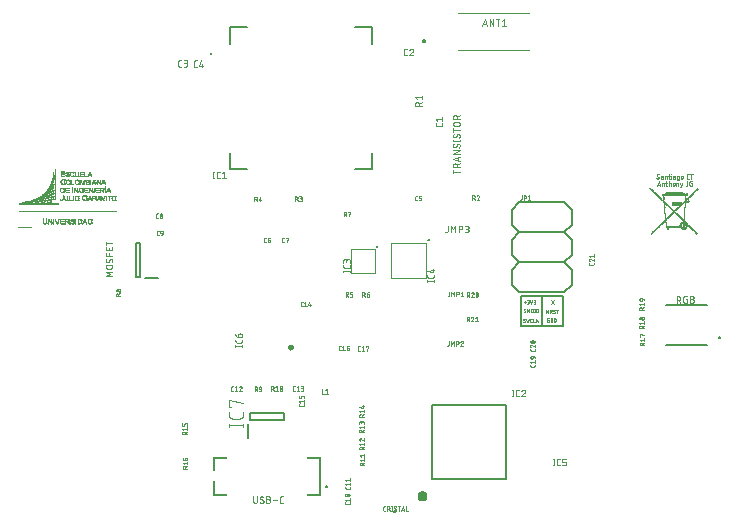
<source format=gbr>
G04 EAGLE Gerber RS-274X export*
G75*
%MOMM*%
%FSLAX34Y34*%
%LPD*%
%INSilkscreen Top*%
%IPPOS*%
%AMOC8*
5,1,8,0,0,1.08239X$1,22.5*%
G01*
%ADD10C,0.025400*%
%ADD11R,0.063000X0.009000*%
%ADD12R,0.072000X0.009000*%
%ADD13R,0.153000X0.009000*%
%ADD14R,0.333000X0.009000*%
%ADD15R,0.090000X0.009000*%
%ADD16R,0.225000X0.009000*%
%ADD17R,0.081000X0.009000*%
%ADD18R,0.207000X0.009000*%
%ADD19R,0.252000X0.009000*%
%ADD20R,0.261000X0.009000*%
%ADD21R,0.243000X0.009000*%
%ADD22R,0.279000X0.009000*%
%ADD23R,0.108000X0.009000*%
%ADD24R,0.270000X0.009000*%
%ADD25R,0.297000X0.009000*%
%ADD26R,0.099000X0.009000*%
%ADD27R,0.288000X0.009000*%
%ADD28R,0.306000X0.009000*%
%ADD29R,0.315000X0.009000*%
%ADD30R,0.126000X0.009000*%
%ADD31R,0.342000X0.009000*%
%ADD32R,0.117000X0.009000*%
%ADD33R,0.324000X0.009000*%
%ADD34R,0.144000X0.009000*%
%ADD35R,0.135000X0.009000*%
%ADD36R,0.162000X0.009000*%
%ADD37R,0.189000X0.009000*%
%ADD38R,0.216000X0.009000*%
%ADD39R,0.234000X0.009000*%
%ADD40R,0.198000X0.009000*%
%ADD41R,0.171000X0.009000*%
%ADD42R,0.351000X0.009000*%
%ADD43R,8.316000X0.009000*%
%ADD44R,8.325000X0.009000*%
%ADD45R,8.334000X0.009000*%
%ADD46R,3.294000X0.009000*%
%ADD47R,3.303000X0.009000*%
%ADD48R,3.285000X0.009000*%
%ADD49R,0.378000X0.009000*%
%ADD50R,0.405000X0.009000*%
%ADD51R,0.450000X0.009000*%
%ADD52R,0.054000X0.009000*%
%ADD53R,0.045000X0.009000*%
%ADD54R,0.036000X0.009000*%
%ADD55R,0.585000X0.009000*%
%ADD56R,0.558000X0.009000*%
%ADD57R,0.639000X0.009000*%
%ADD58R,0.684000X0.009000*%
%ADD59R,0.387000X0.009000*%
%ADD60R,0.441000X0.009000*%
%ADD61R,0.396000X0.009000*%
%ADD62R,0.432000X0.009000*%
%ADD63R,0.180000X0.009000*%
%ADD64R,0.414000X0.009000*%
%ADD65R,0.027000X0.009000*%
%ADD66R,0.009000X0.009000*%
%ADD67C,0.000000*%
%ADD68C,0.152400*%
%ADD69R,0.022000X0.022000*%
%ADD70R,0.066000X0.022000*%
%ADD71R,0.088000X0.022000*%
%ADD72R,0.110000X0.022000*%
%ADD73R,0.198000X0.022000*%
%ADD74R,0.220000X0.022000*%
%ADD75R,0.330000X0.022000*%
%ADD76R,0.396000X0.022000*%
%ADD77R,0.462000X0.022000*%
%ADD78R,0.484000X0.022000*%
%ADD79R,0.528000X0.022000*%
%ADD80R,0.572000X0.022000*%
%ADD81R,1.320000X0.022000*%
%ADD82R,0.242000X0.022000*%
%ADD83R,1.298000X0.022000*%
%ADD84R,1.276000X0.022000*%
%ADD85R,0.132000X0.022000*%
%ADD86R,0.176000X0.022000*%
%ADD87R,0.154000X0.022000*%
%ADD88R,0.044000X0.022000*%
%ADD89R,0.264000X0.022000*%
%ADD90R,0.594000X0.022000*%
%ADD91R,0.418000X0.022000*%
%ADD92R,0.374000X0.022000*%
%ADD93R,0.286000X0.022000*%
%ADD94R,0.792000X0.022000*%
%ADD95R,0.836000X0.022000*%
%ADD96R,0.880000X0.022000*%
%ADD97R,0.770000X0.022000*%
%ADD98R,0.748000X0.022000*%
%ADD99R,2.090000X0.022000*%
%ADD100R,2.134000X0.022000*%
%ADD101R,0.682000X0.022000*%
%ADD102R,0.352000X0.022000*%
%ADD103R,0.616000X0.022000*%
%ADD104R,0.308000X0.022000*%
%ADD105R,0.638000X0.022000*%
%ADD106C,0.200000*%
%ADD107C,0.100000*%
%ADD108C,0.100000*%
%ADD109C,0.050800*%
%ADD110C,0.400000*%
%ADD111C,0.200000*%
%ADD112C,0.250000*%
%ADD113C,0.101600*%


D10*
X549718Y285640D02*
X549776Y285642D01*
X549833Y285648D01*
X549890Y285658D01*
X549947Y285671D01*
X550002Y285689D01*
X550055Y285710D01*
X550108Y285735D01*
X550158Y285763D01*
X550206Y285795D01*
X550253Y285830D01*
X550296Y285868D01*
X550337Y285909D01*
X550375Y285952D01*
X550410Y285999D01*
X550442Y286047D01*
X550470Y286097D01*
X550495Y286150D01*
X550516Y286203D01*
X550534Y286258D01*
X550547Y286315D01*
X550557Y286372D01*
X550563Y286429D01*
X550565Y286487D01*
X549718Y285640D02*
X549635Y285642D01*
X549552Y285648D01*
X549470Y285657D01*
X549388Y285671D01*
X549307Y285688D01*
X549226Y285709D01*
X549147Y285734D01*
X549069Y285762D01*
X548992Y285794D01*
X548917Y285829D01*
X548844Y285868D01*
X548772Y285911D01*
X548703Y285956D01*
X548636Y286005D01*
X548571Y286057D01*
X548508Y286111D01*
X548448Y286169D01*
X548553Y288603D02*
X548555Y288658D01*
X548560Y288714D01*
X548569Y288768D01*
X548582Y288822D01*
X548598Y288875D01*
X548617Y288927D01*
X548640Y288978D01*
X548666Y289027D01*
X548696Y289074D01*
X548728Y289119D01*
X548763Y289161D01*
X548801Y289202D01*
X548842Y289240D01*
X548884Y289275D01*
X548929Y289307D01*
X548977Y289337D01*
X549025Y289363D01*
X549076Y289386D01*
X549128Y289405D01*
X549181Y289421D01*
X549235Y289434D01*
X549289Y289443D01*
X549345Y289448D01*
X549400Y289450D01*
X549479Y289448D01*
X549557Y289442D01*
X549635Y289433D01*
X549712Y289419D01*
X549789Y289402D01*
X549865Y289380D01*
X549939Y289356D01*
X550013Y289327D01*
X550084Y289295D01*
X550154Y289259D01*
X550223Y289220D01*
X550289Y289178D01*
X550353Y289132D01*
X548976Y287862D02*
X548929Y287892D01*
X548884Y287925D01*
X548841Y287961D01*
X548801Y287999D01*
X548763Y288040D01*
X548728Y288083D01*
X548696Y288129D01*
X548666Y288176D01*
X548640Y288226D01*
X548617Y288277D01*
X548598Y288329D01*
X548582Y288382D01*
X548569Y288437D01*
X548560Y288492D01*
X548555Y288547D01*
X548553Y288603D01*
X550142Y287228D02*
X550189Y287198D01*
X550234Y287165D01*
X550277Y287129D01*
X550317Y287091D01*
X550355Y287050D01*
X550390Y287007D01*
X550422Y286961D01*
X550452Y286914D01*
X550478Y286864D01*
X550501Y286813D01*
X550520Y286761D01*
X550536Y286708D01*
X550549Y286653D01*
X550558Y286598D01*
X550563Y286543D01*
X550565Y286487D01*
X550141Y287227D02*
X548977Y287862D01*
X552675Y287122D02*
X553628Y287122D01*
X552675Y287122D02*
X552622Y287120D01*
X552570Y287114D01*
X552517Y287105D01*
X552466Y287092D01*
X552416Y287075D01*
X552367Y287055D01*
X552320Y287031D01*
X552274Y287004D01*
X552231Y286974D01*
X552190Y286941D01*
X552151Y286905D01*
X552115Y286866D01*
X552082Y286825D01*
X552052Y286782D01*
X552025Y286736D01*
X552001Y286689D01*
X551981Y286640D01*
X551964Y286590D01*
X551951Y286539D01*
X551942Y286486D01*
X551936Y286434D01*
X551934Y286381D01*
X551936Y286328D01*
X551942Y286276D01*
X551951Y286223D01*
X551964Y286172D01*
X551981Y286122D01*
X552001Y286073D01*
X552025Y286026D01*
X552052Y285980D01*
X552082Y285937D01*
X552115Y285896D01*
X552151Y285857D01*
X552190Y285821D01*
X552231Y285788D01*
X552274Y285758D01*
X552320Y285731D01*
X552367Y285707D01*
X552416Y285687D01*
X552466Y285670D01*
X552517Y285657D01*
X552570Y285648D01*
X552622Y285642D01*
X552675Y285640D01*
X553628Y285640D01*
X553628Y287545D01*
X553626Y287592D01*
X553621Y287640D01*
X553612Y287686D01*
X553600Y287732D01*
X553584Y287777D01*
X553565Y287821D01*
X553543Y287863D01*
X553518Y287903D01*
X553489Y287941D01*
X553458Y287977D01*
X553425Y288010D01*
X553389Y288041D01*
X553351Y288070D01*
X553311Y288095D01*
X553269Y288117D01*
X553225Y288136D01*
X553180Y288152D01*
X553134Y288164D01*
X553088Y288173D01*
X553040Y288178D01*
X552993Y288180D01*
X552146Y288180D01*
X555365Y288180D02*
X555365Y285640D01*
X555365Y288180D02*
X556423Y288180D01*
X556470Y288178D01*
X556518Y288173D01*
X556564Y288164D01*
X556610Y288152D01*
X556655Y288136D01*
X556699Y288117D01*
X556741Y288095D01*
X556781Y288070D01*
X556819Y288041D01*
X556855Y288010D01*
X556888Y287977D01*
X556919Y287941D01*
X556948Y287903D01*
X556973Y287863D01*
X556995Y287821D01*
X557014Y287777D01*
X557030Y287732D01*
X557042Y287686D01*
X557051Y287640D01*
X557056Y287592D01*
X557058Y287545D01*
X557058Y285640D01*
X558354Y288180D02*
X559624Y288180D01*
X558778Y289450D02*
X558778Y286275D01*
X558780Y286228D01*
X558785Y286180D01*
X558794Y286134D01*
X558806Y286088D01*
X558822Y286043D01*
X558841Y285999D01*
X558863Y285958D01*
X558888Y285917D01*
X558917Y285879D01*
X558948Y285843D01*
X558981Y285810D01*
X559017Y285779D01*
X559055Y285750D01*
X559096Y285725D01*
X559137Y285703D01*
X559181Y285684D01*
X559226Y285668D01*
X559272Y285656D01*
X559318Y285647D01*
X559366Y285642D01*
X559413Y285640D01*
X559624Y285640D01*
X560966Y285640D02*
X560966Y288180D01*
X560861Y289238D02*
X560861Y289450D01*
X561072Y289450D01*
X561072Y289238D01*
X560861Y289238D01*
X563160Y287122D02*
X564113Y287122D01*
X563160Y287122D02*
X563107Y287120D01*
X563055Y287114D01*
X563002Y287105D01*
X562951Y287092D01*
X562901Y287075D01*
X562852Y287055D01*
X562805Y287031D01*
X562759Y287004D01*
X562716Y286974D01*
X562675Y286941D01*
X562636Y286905D01*
X562600Y286866D01*
X562567Y286825D01*
X562537Y286782D01*
X562510Y286736D01*
X562486Y286689D01*
X562466Y286640D01*
X562449Y286590D01*
X562436Y286539D01*
X562427Y286486D01*
X562421Y286434D01*
X562419Y286381D01*
X562421Y286328D01*
X562427Y286276D01*
X562436Y286223D01*
X562449Y286172D01*
X562466Y286122D01*
X562486Y286073D01*
X562510Y286026D01*
X562537Y285980D01*
X562567Y285937D01*
X562600Y285896D01*
X562636Y285857D01*
X562675Y285821D01*
X562716Y285788D01*
X562759Y285758D01*
X562805Y285731D01*
X562852Y285707D01*
X562901Y285687D01*
X562951Y285670D01*
X563002Y285657D01*
X563055Y285648D01*
X563107Y285642D01*
X563160Y285640D01*
X564113Y285640D01*
X564113Y287545D01*
X564111Y287592D01*
X564106Y287640D01*
X564097Y287686D01*
X564085Y287732D01*
X564069Y287777D01*
X564050Y287821D01*
X564028Y287863D01*
X564003Y287903D01*
X563974Y287941D01*
X563943Y287977D01*
X563910Y288010D01*
X563874Y288041D01*
X563836Y288070D01*
X563796Y288095D01*
X563754Y288117D01*
X563710Y288136D01*
X563665Y288152D01*
X563619Y288164D01*
X563573Y288173D01*
X563525Y288178D01*
X563478Y288180D01*
X562631Y288180D01*
X566346Y285640D02*
X567405Y285640D01*
X566346Y285640D02*
X566299Y285642D01*
X566251Y285647D01*
X566205Y285656D01*
X566159Y285668D01*
X566114Y285684D01*
X566070Y285703D01*
X566029Y285725D01*
X565988Y285750D01*
X565950Y285779D01*
X565914Y285810D01*
X565881Y285843D01*
X565850Y285879D01*
X565821Y285917D01*
X565796Y285958D01*
X565774Y285999D01*
X565755Y286043D01*
X565739Y286088D01*
X565727Y286134D01*
X565718Y286180D01*
X565713Y286228D01*
X565711Y286275D01*
X565711Y287545D01*
X565713Y287592D01*
X565718Y287640D01*
X565727Y287686D01*
X565739Y287732D01*
X565755Y287777D01*
X565774Y287821D01*
X565796Y287863D01*
X565821Y287903D01*
X565850Y287941D01*
X565881Y287977D01*
X565914Y288010D01*
X565950Y288041D01*
X565988Y288070D01*
X566029Y288095D01*
X566070Y288117D01*
X566114Y288136D01*
X566159Y288152D01*
X566205Y288164D01*
X566251Y288173D01*
X566299Y288178D01*
X566346Y288180D01*
X567405Y288180D01*
X567405Y285005D01*
X567403Y284958D01*
X567398Y284910D01*
X567389Y284864D01*
X567377Y284818D01*
X567361Y284773D01*
X567342Y284729D01*
X567320Y284688D01*
X567295Y284647D01*
X567266Y284609D01*
X567235Y284573D01*
X567202Y284540D01*
X567166Y284509D01*
X567128Y284480D01*
X567088Y284455D01*
X567046Y284433D01*
X567002Y284414D01*
X566957Y284398D01*
X566911Y284386D01*
X566865Y284377D01*
X566817Y284372D01*
X566770Y284370D01*
X565923Y284370D01*
X569020Y286487D02*
X569020Y287333D01*
X569022Y287390D01*
X569028Y287446D01*
X569037Y287502D01*
X569050Y287557D01*
X569067Y287611D01*
X569087Y287664D01*
X569111Y287715D01*
X569138Y287765D01*
X569169Y287812D01*
X569202Y287858D01*
X569239Y287901D01*
X569278Y287942D01*
X569320Y287980D01*
X569365Y288015D01*
X569411Y288047D01*
X569460Y288076D01*
X569510Y288101D01*
X569563Y288123D01*
X569616Y288142D01*
X569671Y288157D01*
X569726Y288168D01*
X569782Y288176D01*
X569839Y288180D01*
X569895Y288180D01*
X569952Y288176D01*
X570008Y288168D01*
X570063Y288157D01*
X570118Y288142D01*
X570171Y288123D01*
X570224Y288101D01*
X570274Y288076D01*
X570323Y288047D01*
X570369Y288015D01*
X570414Y287980D01*
X570456Y287942D01*
X570495Y287901D01*
X570532Y287858D01*
X570565Y287812D01*
X570596Y287765D01*
X570623Y287715D01*
X570647Y287664D01*
X570667Y287611D01*
X570684Y287557D01*
X570697Y287502D01*
X570706Y287446D01*
X570712Y287390D01*
X570714Y287333D01*
X570713Y287333D02*
X570713Y286487D01*
X570714Y286487D02*
X570712Y286430D01*
X570706Y286374D01*
X570697Y286318D01*
X570684Y286263D01*
X570667Y286209D01*
X570647Y286156D01*
X570623Y286105D01*
X570596Y286055D01*
X570565Y286008D01*
X570532Y285962D01*
X570495Y285919D01*
X570456Y285878D01*
X570414Y285840D01*
X570369Y285805D01*
X570323Y285773D01*
X570274Y285744D01*
X570224Y285719D01*
X570171Y285697D01*
X570118Y285678D01*
X570063Y285663D01*
X570008Y285652D01*
X569952Y285644D01*
X569895Y285640D01*
X569839Y285640D01*
X569782Y285644D01*
X569726Y285652D01*
X569671Y285663D01*
X569616Y285678D01*
X569563Y285697D01*
X569510Y285719D01*
X569460Y285744D01*
X569411Y285773D01*
X569365Y285805D01*
X569320Y285840D01*
X569278Y285878D01*
X569239Y285919D01*
X569202Y285962D01*
X569169Y286008D01*
X569138Y286055D01*
X569111Y286105D01*
X569087Y286156D01*
X569067Y286209D01*
X569050Y286263D01*
X569037Y286318D01*
X569028Y286374D01*
X569022Y286430D01*
X569020Y286487D01*
X575010Y285640D02*
X575856Y285640D01*
X575010Y285640D02*
X574955Y285642D01*
X574899Y285647D01*
X574845Y285656D01*
X574791Y285669D01*
X574738Y285685D01*
X574686Y285704D01*
X574635Y285727D01*
X574587Y285753D01*
X574539Y285783D01*
X574494Y285815D01*
X574452Y285850D01*
X574411Y285888D01*
X574373Y285929D01*
X574338Y285971D01*
X574306Y286016D01*
X574276Y286064D01*
X574250Y286112D01*
X574227Y286163D01*
X574208Y286215D01*
X574192Y286268D01*
X574179Y286322D01*
X574170Y286376D01*
X574165Y286432D01*
X574163Y286487D01*
X574163Y288603D01*
X574165Y288661D01*
X574171Y288718D01*
X574181Y288775D01*
X574194Y288832D01*
X574212Y288887D01*
X574233Y288940D01*
X574258Y288993D01*
X574286Y289043D01*
X574318Y289091D01*
X574353Y289138D01*
X574391Y289181D01*
X574432Y289222D01*
X574475Y289260D01*
X574522Y289295D01*
X574570Y289327D01*
X574620Y289355D01*
X574673Y289380D01*
X574726Y289401D01*
X574781Y289419D01*
X574838Y289432D01*
X574895Y289442D01*
X574952Y289448D01*
X575010Y289450D01*
X575856Y289450D01*
X578035Y289450D02*
X578035Y285640D01*
X576977Y289450D02*
X579093Y289450D01*
X550404Y283354D02*
X549134Y279544D01*
X551674Y279544D02*
X550404Y283354D01*
X551357Y280496D02*
X549452Y280496D01*
X553093Y279544D02*
X553093Y282084D01*
X554152Y282084D01*
X554199Y282082D01*
X554247Y282077D01*
X554293Y282068D01*
X554339Y282056D01*
X554384Y282040D01*
X554428Y282021D01*
X554470Y281999D01*
X554510Y281974D01*
X554548Y281945D01*
X554584Y281914D01*
X554617Y281881D01*
X554648Y281845D01*
X554677Y281807D01*
X554702Y281767D01*
X554724Y281725D01*
X554743Y281681D01*
X554759Y281636D01*
X554771Y281590D01*
X554780Y281544D01*
X554785Y281496D01*
X554787Y281449D01*
X554787Y279544D01*
X556083Y282084D02*
X557353Y282084D01*
X556506Y283354D02*
X556506Y280179D01*
X556508Y280132D01*
X556513Y280084D01*
X556522Y280038D01*
X556534Y279992D01*
X556550Y279947D01*
X556569Y279903D01*
X556591Y279862D01*
X556616Y279821D01*
X556645Y279783D01*
X556676Y279747D01*
X556709Y279714D01*
X556745Y279683D01*
X556783Y279654D01*
X556824Y279629D01*
X556865Y279607D01*
X556909Y279588D01*
X556954Y279572D01*
X557000Y279560D01*
X557046Y279551D01*
X557094Y279546D01*
X557141Y279544D01*
X557353Y279544D01*
X558824Y279544D02*
X558824Y283354D01*
X558824Y282084D02*
X559882Y282084D01*
X559929Y282082D01*
X559977Y282077D01*
X560023Y282068D01*
X560069Y282056D01*
X560114Y282040D01*
X560158Y282021D01*
X560200Y281999D01*
X560240Y281974D01*
X560278Y281945D01*
X560314Y281914D01*
X560347Y281881D01*
X560378Y281845D01*
X560407Y281807D01*
X560432Y281767D01*
X560454Y281725D01*
X560473Y281681D01*
X560489Y281636D01*
X560501Y281590D01*
X560510Y281544D01*
X560515Y281496D01*
X560517Y281449D01*
X560517Y279544D01*
X562115Y280391D02*
X562115Y281237D01*
X562117Y281294D01*
X562123Y281350D01*
X562132Y281406D01*
X562145Y281461D01*
X562162Y281515D01*
X562182Y281568D01*
X562206Y281619D01*
X562233Y281669D01*
X562264Y281716D01*
X562297Y281762D01*
X562334Y281805D01*
X562373Y281846D01*
X562415Y281884D01*
X562460Y281919D01*
X562506Y281951D01*
X562555Y281980D01*
X562605Y282005D01*
X562658Y282027D01*
X562711Y282046D01*
X562766Y282061D01*
X562821Y282072D01*
X562877Y282080D01*
X562934Y282084D01*
X562990Y282084D01*
X563047Y282080D01*
X563103Y282072D01*
X563158Y282061D01*
X563213Y282046D01*
X563266Y282027D01*
X563319Y282005D01*
X563369Y281980D01*
X563418Y281951D01*
X563464Y281919D01*
X563509Y281884D01*
X563551Y281846D01*
X563590Y281805D01*
X563627Y281762D01*
X563660Y281716D01*
X563691Y281669D01*
X563718Y281619D01*
X563742Y281568D01*
X563762Y281515D01*
X563779Y281461D01*
X563792Y281406D01*
X563801Y281350D01*
X563807Y281294D01*
X563809Y281237D01*
X563809Y280391D01*
X563807Y280334D01*
X563801Y280278D01*
X563792Y280222D01*
X563779Y280167D01*
X563762Y280113D01*
X563742Y280060D01*
X563718Y280009D01*
X563691Y279959D01*
X563660Y279912D01*
X563627Y279866D01*
X563590Y279823D01*
X563551Y279782D01*
X563509Y279744D01*
X563464Y279709D01*
X563418Y279677D01*
X563369Y279648D01*
X563319Y279623D01*
X563266Y279601D01*
X563213Y279582D01*
X563158Y279567D01*
X563103Y279556D01*
X563047Y279548D01*
X562990Y279544D01*
X562934Y279544D01*
X562877Y279548D01*
X562821Y279556D01*
X562766Y279567D01*
X562711Y279582D01*
X562658Y279601D01*
X562605Y279623D01*
X562555Y279648D01*
X562506Y279677D01*
X562460Y279709D01*
X562415Y279744D01*
X562373Y279782D01*
X562334Y279823D01*
X562297Y279866D01*
X562264Y279912D01*
X562233Y279959D01*
X562206Y280009D01*
X562182Y280060D01*
X562162Y280113D01*
X562145Y280167D01*
X562132Y280222D01*
X562123Y280278D01*
X562117Y280334D01*
X562115Y280391D01*
X565407Y279544D02*
X565407Y282084D01*
X566466Y282084D01*
X566513Y282082D01*
X566561Y282077D01*
X566607Y282068D01*
X566653Y282056D01*
X566698Y282040D01*
X566742Y282021D01*
X566784Y281999D01*
X566824Y281974D01*
X566862Y281945D01*
X566898Y281914D01*
X566931Y281881D01*
X566962Y281845D01*
X566991Y281807D01*
X567016Y281767D01*
X567038Y281725D01*
X567057Y281681D01*
X567073Y281636D01*
X567085Y281590D01*
X567094Y281544D01*
X567099Y281496D01*
X567101Y281449D01*
X567101Y279544D01*
X568577Y278274D02*
X569000Y278274D01*
X570270Y282084D01*
X568577Y282084D02*
X569424Y279544D01*
X574519Y280391D02*
X574519Y283354D01*
X574519Y280391D02*
X574517Y280336D01*
X574512Y280280D01*
X574503Y280226D01*
X574490Y280172D01*
X574474Y280119D01*
X574455Y280067D01*
X574432Y280016D01*
X574406Y279967D01*
X574376Y279920D01*
X574344Y279875D01*
X574309Y279833D01*
X574271Y279792D01*
X574230Y279754D01*
X574188Y279719D01*
X574143Y279687D01*
X574095Y279657D01*
X574047Y279631D01*
X573996Y279608D01*
X573944Y279589D01*
X573891Y279573D01*
X573837Y279560D01*
X573783Y279551D01*
X573727Y279546D01*
X573672Y279544D01*
X573249Y279544D01*
X577772Y281661D02*
X578407Y281661D01*
X578407Y279544D01*
X577137Y279544D01*
X577082Y279546D01*
X577026Y279551D01*
X576972Y279560D01*
X576918Y279573D01*
X576865Y279589D01*
X576813Y279608D01*
X576762Y279631D01*
X576714Y279657D01*
X576666Y279687D01*
X576621Y279719D01*
X576579Y279754D01*
X576538Y279792D01*
X576500Y279833D01*
X576465Y279875D01*
X576433Y279920D01*
X576403Y279968D01*
X576377Y280016D01*
X576354Y280067D01*
X576335Y280119D01*
X576319Y280172D01*
X576306Y280226D01*
X576297Y280280D01*
X576292Y280336D01*
X576290Y280391D01*
X576290Y282507D01*
X576292Y282565D01*
X576298Y282622D01*
X576308Y282679D01*
X576321Y282736D01*
X576339Y282791D01*
X576360Y282844D01*
X576385Y282897D01*
X576413Y282947D01*
X576445Y282995D01*
X576480Y283042D01*
X576518Y283085D01*
X576559Y283126D01*
X576602Y283164D01*
X576649Y283199D01*
X576697Y283231D01*
X576747Y283259D01*
X576800Y283284D01*
X576853Y283305D01*
X576908Y283323D01*
X576965Y283336D01*
X577022Y283346D01*
X577079Y283352D01*
X577137Y283354D01*
X578407Y283354D01*
D11*
X30960Y246600D03*
D12*
X54495Y246600D03*
D13*
X30960Y246690D03*
D12*
X33975Y246690D03*
X36765Y246690D03*
X38565Y246690D03*
X41535Y246690D03*
D14*
X45810Y246690D03*
D12*
X48645Y246690D03*
D15*
X51795Y246690D03*
D13*
X54450Y246690D03*
D12*
X57375Y246690D03*
D16*
X59940Y246690D03*
D12*
X63225Y246690D03*
D17*
X66600Y246690D03*
D16*
X68670Y246690D03*
D18*
X30960Y246780D03*
D12*
X33975Y246780D03*
D17*
X36720Y246780D03*
D12*
X38565Y246780D03*
D15*
X41535Y246780D03*
D14*
X45810Y246780D03*
D12*
X48645Y246780D03*
D15*
X51795Y246780D03*
D18*
X54450Y246780D03*
D12*
X57375Y246780D03*
D19*
X60075Y246780D03*
D17*
X63270Y246780D03*
X66600Y246780D03*
D20*
X68850Y246780D03*
D16*
X30960Y246870D03*
D12*
X33975Y246870D03*
D15*
X36675Y246870D03*
D12*
X38565Y246870D03*
D15*
X41535Y246870D03*
D14*
X45810Y246870D03*
D12*
X48645Y246870D03*
D15*
X51705Y246870D03*
D21*
X54450Y246870D03*
D12*
X57375Y246870D03*
D22*
X60210Y246870D03*
D12*
X63315Y246870D03*
D17*
X66600Y246870D03*
D22*
X68940Y246870D03*
D20*
X30960Y246960D03*
D12*
X33975Y246960D03*
D15*
X36675Y246960D03*
D12*
X38565Y246960D03*
D23*
X41535Y246960D03*
D14*
X45810Y246960D03*
D12*
X48645Y246960D03*
D15*
X51615Y246960D03*
D24*
X54405Y246960D03*
D12*
X57375Y246960D03*
D25*
X60300Y246960D03*
D12*
X63315Y246960D03*
D17*
X66510Y246960D03*
D25*
X69030Y246960D03*
D22*
X30960Y247050D03*
D12*
X33975Y247050D03*
D26*
X36630Y247050D03*
D12*
X38565Y247050D03*
D23*
X41535Y247050D03*
D14*
X45810Y247050D03*
D12*
X48645Y247050D03*
D15*
X51525Y247050D03*
D27*
X54405Y247050D03*
D12*
X57375Y247050D03*
D28*
X60345Y247050D03*
D17*
X63360Y247050D03*
X66510Y247050D03*
D28*
X69075Y247050D03*
D25*
X30960Y247140D03*
D12*
X33975Y247140D03*
D23*
X36585Y247140D03*
D12*
X38565Y247140D03*
D23*
X41535Y247140D03*
D14*
X45810Y247140D03*
D12*
X48645Y247140D03*
D15*
X51525Y247140D03*
D28*
X54405Y247140D03*
D12*
X57375Y247140D03*
D29*
X60390Y247140D03*
D12*
X63405Y247140D03*
D17*
X66420Y247140D03*
D29*
X69120Y247140D03*
D23*
X30015Y247230D03*
X31905Y247230D03*
D12*
X33975Y247230D03*
D23*
X36585Y247230D03*
D12*
X38565Y247230D03*
D30*
X41535Y247230D03*
D31*
X45855Y247230D03*
D12*
X48645Y247230D03*
D15*
X51435Y247230D03*
D30*
X53415Y247230D03*
D32*
X55440Y247230D03*
D12*
X57375Y247230D03*
D33*
X60435Y247230D03*
D12*
X63405Y247230D03*
D17*
X66420Y247230D03*
D33*
X69165Y247230D03*
D15*
X29835Y247320D03*
X32085Y247320D03*
D12*
X33975Y247320D03*
D32*
X36540Y247320D03*
D12*
X38565Y247320D03*
D30*
X41535Y247320D03*
D12*
X44505Y247320D03*
X48645Y247320D03*
D15*
X51345Y247320D03*
D26*
X53280Y247320D03*
D15*
X55575Y247320D03*
D12*
X57375Y247320D03*
X59175Y247320D03*
D30*
X61515Y247320D03*
D17*
X63450Y247320D03*
D12*
X66375Y247320D03*
X67905Y247320D03*
D30*
X70245Y247320D03*
D17*
X29790Y247410D03*
X32220Y247410D03*
D12*
X33975Y247410D03*
D30*
X36495Y247410D03*
D12*
X38565Y247410D03*
D34*
X41535Y247410D03*
D12*
X44505Y247410D03*
X48645Y247410D03*
D15*
X51345Y247410D03*
X53145Y247410D03*
D17*
X55710Y247410D03*
D12*
X57375Y247410D03*
X59175Y247410D03*
D23*
X61695Y247410D03*
D12*
X63495Y247410D03*
D17*
X66330Y247410D03*
D12*
X67905Y247410D03*
D23*
X70425Y247410D03*
D17*
X29700Y247500D03*
D12*
X32265Y247500D03*
X33975Y247500D03*
D30*
X36495Y247500D03*
D12*
X38565Y247500D03*
D34*
X41535Y247500D03*
D12*
X44505Y247500D03*
X48645Y247500D03*
D15*
X51255Y247500D03*
D17*
X53100Y247500D03*
D12*
X55755Y247500D03*
X57375Y247500D03*
X59175Y247500D03*
D15*
X61785Y247500D03*
D17*
X63540Y247500D03*
X66330Y247500D03*
D12*
X67905Y247500D03*
D26*
X70560Y247500D03*
D12*
X29655Y247590D03*
X32265Y247590D03*
X33975Y247590D03*
D35*
X36450Y247590D03*
D12*
X38565Y247590D03*
X41085Y247590D03*
D11*
X41940Y247590D03*
D12*
X44505Y247590D03*
X48645Y247590D03*
D15*
X51165Y247590D03*
D17*
X53010Y247590D03*
D12*
X55755Y247590D03*
X57375Y247590D03*
X59175Y247590D03*
D15*
X61875Y247590D03*
D12*
X63585Y247590D03*
X66285Y247590D03*
X67905Y247590D03*
D15*
X70605Y247590D03*
D11*
X29610Y247680D03*
D12*
X32355Y247680D03*
X33975Y247680D03*
D34*
X36405Y247680D03*
D12*
X38565Y247680D03*
X41085Y247680D03*
X41985Y247680D03*
X44505Y247680D03*
X48645Y247680D03*
D15*
X51165Y247680D03*
D17*
X53010Y247680D03*
D12*
X55845Y247680D03*
X57375Y247680D03*
X59175Y247680D03*
D17*
X61920Y247680D03*
D12*
X63585Y247680D03*
D17*
X66240Y247680D03*
D12*
X67905Y247680D03*
D15*
X70695Y247680D03*
D12*
X29565Y247770D03*
X32355Y247770D03*
X33975Y247770D03*
D13*
X36360Y247770D03*
D12*
X38565Y247770D03*
X41085Y247770D03*
X41985Y247770D03*
X44505Y247770D03*
X48645Y247770D03*
D15*
X51075Y247770D03*
D12*
X52965Y247770D03*
X55845Y247770D03*
X57375Y247770D03*
X59175Y247770D03*
D17*
X62010Y247770D03*
D12*
X63675Y247770D03*
X66195Y247770D03*
X67905Y247770D03*
D17*
X70740Y247770D03*
D12*
X29565Y247860D03*
D11*
X32400Y247860D03*
D12*
X33975Y247860D03*
D13*
X36360Y247860D03*
D12*
X38565Y247860D03*
X40995Y247860D03*
X42075Y247860D03*
X44505Y247860D03*
X48645Y247860D03*
D15*
X50985Y247860D03*
D12*
X52965Y247860D03*
X55845Y247860D03*
X57375Y247860D03*
X59175Y247860D03*
D17*
X62010Y247860D03*
D33*
X64935Y247860D03*
D12*
X67905Y247860D03*
D17*
X70740Y247860D03*
D11*
X29520Y247950D03*
X32400Y247950D03*
D12*
X33975Y247950D03*
D17*
X35910Y247950D03*
D12*
X36765Y247950D03*
X38565Y247950D03*
X40995Y247950D03*
X42075Y247950D03*
X44505Y247950D03*
X48645Y247950D03*
D15*
X50895Y247950D03*
D12*
X52965Y247950D03*
X55845Y247950D03*
X57375Y247950D03*
X59175Y247950D03*
X62055Y247950D03*
D33*
X64935Y247950D03*
D12*
X67905Y247950D03*
D17*
X70830Y247950D03*
D11*
X29520Y248040D03*
X32400Y248040D03*
D12*
X33975Y248040D03*
D17*
X35820Y248040D03*
D12*
X36765Y248040D03*
X38565Y248040D03*
D17*
X40950Y248040D03*
D12*
X42075Y248040D03*
X44505Y248040D03*
X48645Y248040D03*
D15*
X50895Y248040D03*
D11*
X52920Y248040D03*
D17*
X55800Y248040D03*
D12*
X57375Y248040D03*
X59175Y248040D03*
D17*
X62100Y248040D03*
D28*
X64935Y248040D03*
D12*
X67905Y248040D03*
D17*
X70830Y248040D03*
D11*
X29520Y248130D03*
X32400Y248130D03*
D12*
X33975Y248130D03*
D17*
X35820Y248130D03*
D12*
X36765Y248130D03*
X38565Y248130D03*
X40905Y248130D03*
X42165Y248130D03*
X44505Y248130D03*
X48645Y248130D03*
D15*
X50805Y248130D03*
D12*
X55755Y248130D03*
X57375Y248130D03*
X59175Y248130D03*
D17*
X62100Y248130D03*
D28*
X64935Y248130D03*
D12*
X67905Y248130D03*
X70875Y248130D03*
D11*
X29520Y248220D03*
D12*
X32445Y248220D03*
X33975Y248220D03*
D17*
X35730Y248220D03*
D12*
X36765Y248220D03*
X38565Y248220D03*
X40905Y248220D03*
X42165Y248220D03*
X44505Y248220D03*
X48645Y248220D03*
D15*
X50715Y248220D03*
X55665Y248220D03*
D12*
X57375Y248220D03*
X59175Y248220D03*
X62145Y248220D03*
D27*
X64935Y248220D03*
D12*
X67905Y248220D03*
X70875Y248220D03*
D11*
X29520Y248310D03*
D12*
X32445Y248310D03*
X33975Y248310D03*
D17*
X35640Y248310D03*
D12*
X36765Y248310D03*
X38565Y248310D03*
D17*
X40860Y248310D03*
D12*
X42255Y248310D03*
X44505Y248310D03*
X48645Y248310D03*
D15*
X50625Y248310D03*
D23*
X55575Y248310D03*
D12*
X57375Y248310D03*
X59175Y248310D03*
X62145Y248310D03*
D27*
X64935Y248310D03*
D12*
X67905Y248310D03*
X70875Y248310D03*
D11*
X29520Y248400D03*
D12*
X32445Y248400D03*
X33975Y248400D03*
X35595Y248400D03*
X36765Y248400D03*
X38565Y248400D03*
X40815Y248400D03*
X42255Y248400D03*
X44505Y248400D03*
X48645Y248400D03*
D15*
X50445Y248400D03*
D32*
X55440Y248400D03*
D12*
X57375Y248400D03*
X59175Y248400D03*
X62145Y248400D03*
D22*
X64890Y248400D03*
D12*
X67905Y248400D03*
X70875Y248400D03*
D11*
X29520Y248490D03*
D12*
X32445Y248490D03*
X33975Y248490D03*
D17*
X35550Y248490D03*
D12*
X36765Y248490D03*
X38565Y248490D03*
X40815Y248490D03*
X42255Y248490D03*
X44505Y248490D03*
D19*
X49545Y248490D03*
D36*
X55215Y248490D03*
D12*
X57375Y248490D03*
X59175Y248490D03*
X62145Y248490D03*
X63945Y248490D03*
D17*
X65880Y248490D03*
D12*
X67905Y248490D03*
D17*
X70920Y248490D03*
D11*
X29520Y248580D03*
D12*
X32445Y248580D03*
X33975Y248580D03*
D17*
X35460Y248580D03*
D12*
X36765Y248580D03*
X38565Y248580D03*
X40725Y248580D03*
X42345Y248580D03*
D28*
X45675Y248580D03*
D24*
X49635Y248580D03*
D37*
X54990Y248580D03*
D12*
X57375Y248580D03*
X59175Y248580D03*
X62145Y248580D03*
X63945Y248580D03*
D17*
X65880Y248580D03*
D12*
X67905Y248580D03*
D17*
X70920Y248580D03*
D11*
X29520Y248670D03*
D12*
X32445Y248670D03*
X33975Y248670D03*
D17*
X35460Y248670D03*
D12*
X36765Y248670D03*
X38565Y248670D03*
X40725Y248670D03*
X42345Y248670D03*
D28*
X45675Y248670D03*
D25*
X49770Y248670D03*
D38*
X54765Y248670D03*
D12*
X57375Y248670D03*
X59175Y248670D03*
X62145Y248670D03*
D17*
X63990Y248670D03*
X65790Y248670D03*
D12*
X67905Y248670D03*
D17*
X70920Y248670D03*
D11*
X29520Y248760D03*
D12*
X32445Y248760D03*
X33975Y248760D03*
D17*
X35370Y248760D03*
D12*
X36765Y248760D03*
X38565Y248760D03*
D17*
X40680Y248760D03*
D12*
X42435Y248760D03*
D28*
X45675Y248760D03*
D29*
X49860Y248760D03*
D16*
X54540Y248760D03*
D12*
X57375Y248760D03*
X59175Y248760D03*
X62145Y248760D03*
X64035Y248760D03*
D17*
X65790Y248760D03*
D12*
X67905Y248760D03*
D17*
X70920Y248760D03*
D11*
X29520Y248850D03*
D12*
X32445Y248850D03*
X33975Y248850D03*
D17*
X35280Y248850D03*
D12*
X36765Y248850D03*
X38565Y248850D03*
X40635Y248850D03*
X42435Y248850D03*
D28*
X45675Y248850D03*
D33*
X49905Y248850D03*
D39*
X54405Y248850D03*
D12*
X57375Y248850D03*
X59175Y248850D03*
X62145Y248850D03*
X64035Y248850D03*
X65745Y248850D03*
X67905Y248850D03*
D17*
X70920Y248850D03*
D11*
X29520Y248940D03*
D12*
X32445Y248940D03*
X33975Y248940D03*
X35235Y248940D03*
X36765Y248940D03*
X38565Y248940D03*
X40635Y248940D03*
D17*
X42480Y248940D03*
D28*
X45675Y248940D03*
D14*
X49950Y248940D03*
D38*
X54225Y248940D03*
D12*
X57375Y248940D03*
X59175Y248940D03*
X62145Y248940D03*
X64125Y248940D03*
D17*
X65700Y248940D03*
D12*
X67905Y248940D03*
D17*
X70920Y248940D03*
D11*
X29520Y249030D03*
D12*
X32445Y249030D03*
X33975Y249030D03*
D17*
X35190Y249030D03*
D12*
X36765Y249030D03*
X38565Y249030D03*
D17*
X40590Y249030D03*
D12*
X42525Y249030D03*
D28*
X45675Y249030D03*
D17*
X48690Y249030D03*
D34*
X50985Y249030D03*
D40*
X54045Y249030D03*
D12*
X57375Y249030D03*
X59175Y249030D03*
X62145Y249030D03*
X64125Y249030D03*
X65655Y249030D03*
X67905Y249030D03*
D17*
X70920Y249030D03*
D11*
X29520Y249120D03*
D12*
X32445Y249120D03*
X33975Y249120D03*
D17*
X35100Y249120D03*
D12*
X36765Y249120D03*
X38565Y249120D03*
X40545Y249120D03*
X42525Y249120D03*
D28*
X45675Y249120D03*
D12*
X48645Y249120D03*
D26*
X51300Y249120D03*
D41*
X53820Y249120D03*
D12*
X57375Y249120D03*
X59175Y249120D03*
X62145Y249120D03*
D17*
X64170Y249120D03*
D12*
X65655Y249120D03*
X67905Y249120D03*
X70875Y249120D03*
D11*
X29520Y249210D03*
D12*
X32445Y249210D03*
X33975Y249210D03*
X35055Y249210D03*
X36765Y249210D03*
X38565Y249210D03*
D17*
X40500Y249210D03*
D12*
X42615Y249210D03*
X44505Y249210D03*
X48645Y249210D03*
D17*
X51390Y249210D03*
D35*
X53550Y249210D03*
D12*
X57375Y249210D03*
X59175Y249210D03*
X62145Y249210D03*
X64215Y249210D03*
D17*
X65610Y249210D03*
D12*
X67905Y249210D03*
X70875Y249210D03*
D11*
X29520Y249300D03*
D12*
X32445Y249300D03*
X33975Y249300D03*
D17*
X35010Y249300D03*
D12*
X36765Y249300D03*
X38565Y249300D03*
X40455Y249300D03*
X42615Y249300D03*
X44505Y249300D03*
X48645Y249300D03*
D15*
X51435Y249300D03*
D23*
X53415Y249300D03*
D12*
X57375Y249300D03*
X59175Y249300D03*
X62145Y249300D03*
X64215Y249300D03*
X65565Y249300D03*
X67905Y249300D03*
X70875Y249300D03*
D11*
X29520Y249390D03*
D12*
X32445Y249390D03*
X33975Y249390D03*
D17*
X34920Y249390D03*
D12*
X36765Y249390D03*
X38565Y249390D03*
X40455Y249390D03*
D17*
X42660Y249390D03*
D12*
X44505Y249390D03*
X48645Y249390D03*
D17*
X51480Y249390D03*
D15*
X53235Y249390D03*
D12*
X57375Y249390D03*
X59175Y249390D03*
D17*
X62100Y249390D03*
D12*
X64305Y249390D03*
X65565Y249390D03*
X67905Y249390D03*
X70875Y249390D03*
D11*
X29520Y249480D03*
D12*
X32445Y249480D03*
X33975Y249480D03*
X34875Y249480D03*
X36765Y249480D03*
X38565Y249480D03*
D17*
X40410Y249480D03*
D12*
X42705Y249480D03*
X44505Y249480D03*
X48645Y249480D03*
X51525Y249480D03*
D17*
X53190Y249480D03*
D12*
X57375Y249480D03*
X59175Y249480D03*
D17*
X62100Y249480D03*
D12*
X64305Y249480D03*
X65475Y249480D03*
X67905Y249480D03*
D17*
X70830Y249480D03*
D11*
X29520Y249570D03*
D12*
X32445Y249570D03*
X33975Y249570D03*
D17*
X34830Y249570D03*
D12*
X36765Y249570D03*
X38565Y249570D03*
X40365Y249570D03*
X42705Y249570D03*
X44505Y249570D03*
X48645Y249570D03*
X51525Y249570D03*
X53145Y249570D03*
X57375Y249570D03*
X59175Y249570D03*
X62055Y249570D03*
X64305Y249570D03*
X65475Y249570D03*
X67905Y249570D03*
D17*
X70830Y249570D03*
D11*
X29520Y249660D03*
D12*
X32445Y249660D03*
D13*
X34380Y249660D03*
D12*
X36765Y249660D03*
X38565Y249660D03*
D17*
X40320Y249660D03*
D12*
X42795Y249660D03*
X44505Y249660D03*
X48645Y249660D03*
X51525Y249660D03*
D11*
X53100Y249660D03*
D12*
X55665Y249660D03*
X57375Y249660D03*
X59175Y249660D03*
D17*
X62010Y249660D03*
D12*
X64395Y249660D03*
X65385Y249660D03*
X67905Y249660D03*
D17*
X70740Y249660D03*
D11*
X29520Y249750D03*
D12*
X32445Y249750D03*
D34*
X34335Y249750D03*
D12*
X36765Y249750D03*
X38565Y249750D03*
D17*
X40320Y249750D03*
D12*
X42795Y249750D03*
X44505Y249750D03*
X48645Y249750D03*
X51525Y249750D03*
D11*
X53100Y249750D03*
D12*
X55665Y249750D03*
X57375Y249750D03*
X59175Y249750D03*
D17*
X62010Y249750D03*
D12*
X64395Y249750D03*
X65385Y249750D03*
X67905Y249750D03*
D17*
X70740Y249750D03*
D11*
X29520Y249840D03*
D12*
X32445Y249840D03*
D34*
X34335Y249840D03*
D12*
X36765Y249840D03*
X38565Y249840D03*
X40275Y249840D03*
D17*
X42840Y249840D03*
D12*
X44505Y249840D03*
X48645Y249840D03*
X51525Y249840D03*
D11*
X53100Y249840D03*
D12*
X55665Y249840D03*
X57375Y249840D03*
X59175Y249840D03*
D17*
X61920Y249840D03*
D11*
X64440Y249840D03*
D12*
X65385Y249840D03*
X67905Y249840D03*
D15*
X70695Y249840D03*
D11*
X29520Y249930D03*
D12*
X32445Y249930D03*
D35*
X34290Y249930D03*
D12*
X36765Y249930D03*
X38565Y249930D03*
D17*
X40230Y249930D03*
D12*
X42885Y249930D03*
X44505Y249930D03*
X48645Y249930D03*
D17*
X51480Y249930D03*
D12*
X53145Y249930D03*
D17*
X55620Y249930D03*
D12*
X57375Y249930D03*
X59175Y249930D03*
D15*
X61875Y249930D03*
D12*
X64485Y249930D03*
X65295Y249930D03*
X67905Y249930D03*
D15*
X70605Y249930D03*
D11*
X29520Y250020D03*
D12*
X32445Y250020D03*
D30*
X34245Y250020D03*
D12*
X36765Y250020D03*
X38565Y250020D03*
X40185Y250020D03*
X42885Y250020D03*
X44505Y250020D03*
X48645Y250020D03*
D15*
X51435Y250020D03*
D12*
X53145Y250020D03*
D17*
X55530Y250020D03*
D12*
X57375Y250020D03*
X59175Y250020D03*
D26*
X61740Y250020D03*
D12*
X64485Y250020D03*
X65295Y250020D03*
X67905Y250020D03*
D26*
X70560Y250020D03*
D11*
X29520Y250110D03*
D12*
X32445Y250110D03*
D30*
X34245Y250110D03*
D12*
X36765Y250110D03*
X38565Y250110D03*
D17*
X40140Y250110D03*
D12*
X42975Y250110D03*
X44505Y250110D03*
X48645Y250110D03*
D26*
X51390Y250110D03*
D17*
X53190Y250110D03*
D15*
X55485Y250110D03*
D12*
X57375Y250110D03*
X59175Y250110D03*
D32*
X61650Y250110D03*
D35*
X64890Y250110D03*
D12*
X67905Y250110D03*
D32*
X70380Y250110D03*
D11*
X29520Y250200D03*
D12*
X32445Y250200D03*
D32*
X34200Y250200D03*
D12*
X36765Y250200D03*
X38565Y250200D03*
D17*
X40140Y250200D03*
D12*
X42975Y250200D03*
X44505Y250200D03*
X48645Y250200D03*
D23*
X51255Y250200D03*
D15*
X53325Y250200D03*
X55395Y250200D03*
D12*
X57375Y250200D03*
X59175Y250200D03*
D34*
X61425Y250200D03*
D35*
X64890Y250200D03*
D17*
X67950Y250200D03*
D34*
X70155Y250200D03*
D11*
X29520Y250290D03*
D12*
X32445Y250290D03*
D23*
X34155Y250290D03*
D12*
X36765Y250290D03*
X38565Y250290D03*
X40095Y250290D03*
D17*
X43020Y250290D03*
D33*
X45765Y250290D03*
D42*
X50040Y250290D03*
D32*
X53460Y250290D03*
X55260Y250290D03*
D12*
X57375Y250290D03*
D33*
X60435Y250290D03*
D30*
X64935Y250290D03*
D33*
X69165Y250290D03*
D11*
X29520Y250380D03*
D12*
X32445Y250380D03*
D26*
X34110Y250380D03*
D12*
X36765Y250380D03*
X38565Y250380D03*
D17*
X40050Y250380D03*
D12*
X43065Y250380D03*
D33*
X45765Y250380D03*
D31*
X49995Y250380D03*
D22*
X54360Y250380D03*
D12*
X57375Y250380D03*
D29*
X60390Y250380D03*
D32*
X64890Y250380D03*
D29*
X69120Y250380D03*
D11*
X29520Y250470D03*
D12*
X32445Y250470D03*
D26*
X34110Y250470D03*
D12*
X36765Y250470D03*
X38565Y250470D03*
X40005Y250470D03*
X43065Y250470D03*
D33*
X45765Y250470D03*
D14*
X49950Y250470D03*
D20*
X54360Y250470D03*
D12*
X57375Y250470D03*
D28*
X60345Y250470D03*
D32*
X64890Y250470D03*
D28*
X69075Y250470D03*
D11*
X29520Y250560D03*
D12*
X32445Y250560D03*
D15*
X34065Y250560D03*
D12*
X36765Y250560D03*
X38565Y250560D03*
D17*
X39960Y250560D03*
X43110Y250560D03*
D33*
X45765Y250560D03*
X49905Y250560D03*
D21*
X54360Y250560D03*
D12*
X57375Y250560D03*
D27*
X60255Y250560D03*
D26*
X64890Y250560D03*
D27*
X68985Y250560D03*
D11*
X29520Y250650D03*
D12*
X32445Y250650D03*
D17*
X34020Y250650D03*
D12*
X36765Y250650D03*
X38565Y250650D03*
D17*
X39960Y250650D03*
D12*
X43155Y250650D03*
D33*
X45765Y250650D03*
D28*
X49815Y250650D03*
D38*
X54315Y250650D03*
D12*
X57375Y250650D03*
D24*
X60165Y250650D03*
D26*
X64890Y250650D03*
D22*
X68940Y250650D03*
D11*
X29520Y250740D03*
D12*
X32445Y250740D03*
D17*
X34020Y250740D03*
D12*
X36765Y250740D03*
X38565Y250740D03*
X39915Y250740D03*
D17*
X43200Y250740D03*
D33*
X45765Y250740D03*
D27*
X49725Y250740D03*
D37*
X54360Y250740D03*
D12*
X57375Y250740D03*
D21*
X60030Y250740D03*
D17*
X64890Y250740D03*
D19*
X68805Y250740D03*
D11*
X29520Y250830D03*
D12*
X32445Y250830D03*
X33975Y250830D03*
D11*
X36810Y250830D03*
D12*
X38565Y250830D03*
X39915Y250830D03*
X43245Y250830D03*
D33*
X45765Y250830D03*
D21*
X49500Y250830D03*
D35*
X54360Y250830D03*
D12*
X57375Y250830D03*
D40*
X59805Y250830D03*
D17*
X64890Y250830D03*
D40*
X68535Y250830D03*
D11*
X29520Y250920D03*
D12*
X32445Y250920D03*
D11*
X29520Y251010D03*
D12*
X32445Y251010D03*
D11*
X29520Y251100D03*
D12*
X32445Y251100D03*
D11*
X29520Y251190D03*
D12*
X32445Y251190D03*
D43*
X50265Y257220D03*
D44*
X50220Y257310D03*
D45*
X50265Y257400D03*
D44*
X50220Y257490D03*
D46*
X25425Y263610D03*
D47*
X25470Y263700D03*
X25470Y263790D03*
D48*
X25470Y263880D03*
D29*
X13320Y264780D03*
D25*
X18630Y264780D03*
X24030Y264780D03*
X29430Y264780D03*
D28*
X34785Y264780D03*
D31*
X13455Y264870D03*
D29*
X18630Y264870D03*
X24030Y264870D03*
D28*
X29475Y264870D03*
X34785Y264870D03*
D49*
X13635Y264960D03*
D14*
X18720Y264960D03*
D28*
X24075Y264960D03*
X29475Y264960D03*
X34785Y264960D03*
D50*
X13770Y265050D03*
D14*
X18810Y265050D03*
D29*
X24120Y265050D03*
D28*
X29475Y265050D03*
X34785Y265050D03*
D51*
X14265Y265140D03*
D15*
X17775Y265140D03*
D11*
X20340Y265140D03*
D52*
X22905Y265140D03*
D53*
X25560Y265140D03*
X28170Y265140D03*
X30870Y265140D03*
X33480Y265140D03*
D54*
X36135Y265140D03*
D55*
X15480Y265230D03*
D11*
X20430Y265230D03*
X23040Y265230D03*
D52*
X25605Y265230D03*
D53*
X28260Y265230D03*
D54*
X30915Y265230D03*
X33525Y265230D03*
X36135Y265230D03*
D56*
X15795Y265320D03*
D12*
X20565Y265320D03*
D11*
X23130Y265320D03*
D53*
X25650Y265320D03*
X28260Y265320D03*
D54*
X30915Y265320D03*
X33525Y265320D03*
D53*
X36180Y265320D03*
D55*
X16380Y265410D03*
D11*
X20700Y265410D03*
D52*
X23265Y265410D03*
D53*
X25740Y265410D03*
X28350Y265410D03*
X30960Y265410D03*
D54*
X33525Y265410D03*
X36225Y265410D03*
D57*
X17100Y265500D03*
D12*
X20835Y265500D03*
D52*
X23355Y265500D03*
D53*
X25830Y265500D03*
D54*
X28395Y265500D03*
X31005Y265500D03*
X33525Y265500D03*
X36225Y265500D03*
D58*
X17865Y265590D03*
D52*
X23445Y265590D03*
X25875Y265590D03*
D53*
X28440Y265590D03*
X31050Y265590D03*
X33570Y265590D03*
D54*
X36225Y265590D03*
D27*
X16335Y265680D03*
D59*
X20250Y265680D03*
D52*
X23535Y265680D03*
D53*
X25920Y265680D03*
D54*
X28485Y265680D03*
D53*
X31050Y265680D03*
D54*
X33615Y265680D03*
X36225Y265680D03*
D24*
X16695Y265770D03*
D60*
X20880Y265770D03*
D11*
X23580Y265770D03*
D53*
X26010Y265770D03*
X28530Y265770D03*
D54*
X31095Y265770D03*
X33615Y265770D03*
X36225Y265770D03*
D21*
X17100Y265860D03*
D15*
X19305Y265860D03*
D59*
X22140Y265860D03*
D53*
X26100Y265860D03*
D54*
X28575Y265860D03*
D53*
X31140Y265860D03*
D54*
X33615Y265860D03*
X36225Y265860D03*
D16*
X17460Y265950D03*
D15*
X19485Y265950D03*
D61*
X23085Y265950D03*
D52*
X26145Y265950D03*
D53*
X28620Y265950D03*
D54*
X31185Y265950D03*
X33615Y265950D03*
X36225Y265950D03*
D18*
X17820Y266040D03*
D15*
X19665Y266040D03*
D12*
X21645Y266040D03*
D62*
X24255Y266040D03*
D54*
X28665Y266040D03*
X31185Y266040D03*
D53*
X33660Y266040D03*
D54*
X36225Y266040D03*
D40*
X18225Y266130D03*
D15*
X19845Y266130D03*
D11*
X21780Y266130D03*
D59*
X25020Y266130D03*
D53*
X28710Y266130D03*
X31230Y266130D03*
D54*
X33705Y266130D03*
X36225Y266130D03*
D24*
X19125Y266220D03*
D11*
X21870Y266220D03*
D50*
X25830Y266220D03*
D54*
X28755Y266220D03*
X31275Y266220D03*
X33705Y266220D03*
X36315Y266220D03*
D21*
X19440Y266310D03*
D11*
X22050Y266310D03*
D52*
X24165Y266310D03*
D50*
X27000Y266310D03*
D54*
X31275Y266310D03*
X33705Y266310D03*
X36315Y266310D03*
D38*
X19755Y266400D03*
D12*
X22185Y266400D03*
D52*
X24255Y266400D03*
D59*
X27810Y266400D03*
D53*
X31320Y266400D03*
D54*
X33705Y266400D03*
X36315Y266400D03*
D38*
X20115Y266490D03*
D12*
X22275Y266490D03*
D52*
X24345Y266490D03*
D60*
X28530Y266490D03*
D54*
X31365Y266490D03*
X33795Y266490D03*
X36315Y266490D03*
D32*
X45450Y266490D03*
D30*
X49275Y266490D03*
D19*
X53055Y266490D03*
D52*
X55305Y266490D03*
D32*
X58320Y266490D03*
D35*
X64980Y266490D03*
D11*
X67590Y266490D03*
D52*
X70785Y266490D03*
X71775Y266490D03*
D11*
X74790Y266490D03*
X75510Y266490D03*
X78660Y266490D03*
X80460Y266490D03*
D52*
X83205Y266490D03*
X85725Y266490D03*
D32*
X89550Y266490D03*
D39*
X20475Y266580D03*
D11*
X22410Y266580D03*
D52*
X24435Y266580D03*
D53*
X26640Y266580D03*
D59*
X29700Y266580D03*
D54*
X33795Y266580D03*
X36315Y266580D03*
D13*
X45450Y266580D03*
D63*
X49275Y266580D03*
D20*
X53010Y266580D03*
D52*
X55305Y266580D03*
D41*
X58320Y266580D03*
D18*
X64980Y266580D03*
D11*
X67590Y266580D03*
D12*
X70785Y266580D03*
D11*
X71820Y266580D03*
D12*
X74745Y266580D03*
D11*
X75510Y266580D03*
X78660Y266580D03*
X80460Y266580D03*
D52*
X83205Y266580D03*
X85725Y266580D03*
D41*
X89550Y266580D03*
D21*
X20880Y266670D03*
D12*
X22545Y266670D03*
D52*
X24525Y266670D03*
X26685Y266670D03*
D59*
X30690Y266670D03*
D54*
X33795Y266670D03*
X36315Y266670D03*
D41*
X45450Y266670D03*
D38*
X49275Y266670D03*
D20*
X53010Y266670D03*
D52*
X55305Y266670D03*
D18*
X58320Y266670D03*
D21*
X64980Y266670D03*
D11*
X67680Y266670D03*
X70740Y266670D03*
X71820Y266670D03*
D17*
X74700Y266670D03*
D11*
X75510Y266670D03*
X78660Y266670D03*
D17*
X80460Y266670D03*
D52*
X83205Y266670D03*
X85725Y266670D03*
D18*
X89550Y266670D03*
D28*
X21465Y266760D03*
D52*
X24615Y266760D03*
D53*
X26730Y266760D03*
X29070Y266760D03*
D59*
X31590Y266760D03*
D54*
X33795Y266760D03*
X36315Y266760D03*
D37*
X45450Y266760D03*
D39*
X49275Y266760D03*
D20*
X53010Y266760D03*
D52*
X55305Y266760D03*
D21*
X58320Y266760D03*
D22*
X64980Y266760D03*
D11*
X67680Y266760D03*
D12*
X70695Y266760D03*
D11*
X71820Y266760D03*
D17*
X74610Y266760D03*
D11*
X75600Y266760D03*
D12*
X78615Y266760D03*
D17*
X80460Y266760D03*
D52*
X83205Y266760D03*
X85725Y266760D03*
D39*
X89595Y266760D03*
D25*
X21690Y266850D03*
D52*
X24705Y266850D03*
D53*
X26820Y266850D03*
X29070Y266850D03*
D59*
X32580Y266850D03*
D54*
X36315Y266850D03*
D18*
X45450Y266850D03*
D19*
X49275Y266850D03*
D20*
X53010Y266850D03*
D52*
X55305Y266850D03*
D20*
X58320Y266850D03*
D28*
X65025Y266850D03*
D11*
X67680Y266850D03*
X70650Y266850D03*
X71820Y266850D03*
D12*
X74565Y266850D03*
D11*
X75600Y266850D03*
X78570Y266850D03*
D15*
X80505Y266850D03*
D52*
X83205Y266850D03*
X85725Y266850D03*
D20*
X89550Y266850D03*
D28*
X22005Y266940D03*
D52*
X24795Y266940D03*
D53*
X26910Y266940D03*
X29160Y266940D03*
D64*
X33345Y266940D03*
D54*
X36315Y266940D03*
D16*
X45450Y266940D03*
D23*
X48465Y266940D03*
X50085Y266940D03*
D20*
X53010Y266940D03*
D52*
X55305Y266940D03*
D23*
X57465Y266940D03*
X59175Y266940D03*
D31*
X65025Y266940D03*
D11*
X67770Y266940D03*
D12*
X70605Y266940D03*
D11*
X71820Y266940D03*
D12*
X74475Y266940D03*
D11*
X75690Y266940D03*
D12*
X78525Y266940D03*
D26*
X80460Y266940D03*
D52*
X83205Y266940D03*
X85725Y266940D03*
D23*
X88695Y266940D03*
X90405Y266940D03*
D33*
X22365Y267030D03*
D11*
X24930Y267030D03*
D52*
X26955Y267030D03*
D53*
X29160Y267030D03*
D54*
X31545Y267030D03*
D50*
X34560Y267030D03*
D17*
X44730Y267030D03*
X46170Y267030D03*
D15*
X48285Y267030D03*
X50265Y267030D03*
D11*
X52020Y267030D03*
D52*
X55305Y267030D03*
D15*
X57285Y267030D03*
X59355Y267030D03*
D30*
X63855Y267030D03*
D34*
X66105Y267030D03*
D11*
X67770Y267030D03*
X70560Y267030D03*
X71820Y267030D03*
D17*
X74430Y267030D03*
D11*
X75690Y267030D03*
X78480Y267030D03*
D26*
X80460Y267030D03*
D52*
X83205Y267030D03*
X85725Y267030D03*
D15*
X88515Y267030D03*
X90585Y267030D03*
D35*
X21690Y267120D03*
D40*
X23535Y267120D03*
D11*
X25020Y267120D03*
D53*
X27000Y267120D03*
X29250Y267120D03*
D54*
X31545Y267120D03*
D61*
X35415Y267120D03*
D17*
X44640Y267120D03*
X46260Y267120D03*
D12*
X48195Y267120D03*
X50355Y267120D03*
D11*
X52020Y267120D03*
D52*
X55305Y267120D03*
D17*
X57150Y267120D03*
X59490Y267120D03*
D23*
X63675Y267120D03*
D32*
X66330Y267120D03*
D11*
X67770Y267120D03*
X70560Y267120D03*
X71820Y267120D03*
D12*
X74385Y267120D03*
D11*
X75690Y267120D03*
D12*
X78435Y267120D03*
D52*
X80145Y267120D03*
X80775Y267120D03*
X83205Y267120D03*
X85725Y267120D03*
D17*
X88380Y267120D03*
X90720Y267120D03*
D30*
X21915Y267210D03*
D21*
X24210Y267210D03*
D53*
X27090Y267210D03*
X29250Y267210D03*
X31590Y267210D03*
D54*
X33885Y267210D03*
D59*
X36360Y267210D03*
D12*
X44595Y267210D03*
X46305Y267210D03*
X48105Y267210D03*
X50445Y267210D03*
D11*
X52020Y267210D03*
D52*
X55305Y267210D03*
D17*
X57060Y267210D03*
X59580Y267210D03*
D26*
X63540Y267210D03*
X66420Y267210D03*
D11*
X67860Y267210D03*
D12*
X70515Y267210D03*
D11*
X71820Y267210D03*
D17*
X74340Y267210D03*
D11*
X75780Y267210D03*
X78390Y267210D03*
D52*
X80145Y267210D03*
X80775Y267210D03*
X83205Y267210D03*
X85725Y267210D03*
D12*
X88335Y267210D03*
D17*
X90810Y267210D03*
D30*
X22185Y267300D03*
D39*
X24345Y267300D03*
D53*
X27180Y267300D03*
X29340Y267300D03*
D54*
X31635Y267300D03*
D53*
X33930Y267300D03*
D42*
X37170Y267300D03*
D65*
X40320Y267300D03*
D11*
X44550Y267300D03*
X46350Y267300D03*
X48060Y267300D03*
X50490Y267300D03*
X52020Y267300D03*
D52*
X55305Y267300D03*
D12*
X57015Y267300D03*
X59625Y267300D03*
D17*
X63450Y267300D03*
X66510Y267300D03*
D11*
X67860Y267300D03*
X70470Y267300D03*
X71820Y267300D03*
D17*
X74250Y267300D03*
D11*
X75780Y267300D03*
X78390Y267300D03*
D52*
X80145Y267300D03*
X80865Y267300D03*
X83205Y267300D03*
X85725Y267300D03*
D12*
X88245Y267300D03*
X90855Y267300D03*
D32*
X22500Y267390D03*
D24*
X24615Y267390D03*
D53*
X27180Y267390D03*
D54*
X29385Y267390D03*
X31635Y267390D03*
X33975Y267390D03*
D24*
X37575Y267390D03*
D54*
X40275Y267390D03*
D11*
X44550Y267390D03*
D12*
X46395Y267390D03*
D11*
X48060Y267390D03*
X50490Y267390D03*
X52020Y267390D03*
D52*
X55305Y267390D03*
D12*
X56925Y267390D03*
X59715Y267390D03*
D17*
X63360Y267390D03*
D12*
X66555Y267390D03*
D11*
X67950Y267390D03*
D12*
X70425Y267390D03*
D11*
X71820Y267390D03*
D12*
X74205Y267390D03*
D11*
X75870Y267390D03*
D12*
X78345Y267390D03*
D52*
X80055Y267390D03*
X80865Y267390D03*
X83205Y267390D03*
X85725Y267390D03*
D12*
X88155Y267390D03*
X90945Y267390D03*
D37*
X23130Y267480D03*
D40*
X25425Y267480D03*
D53*
X27270Y267480D03*
X29430Y267480D03*
X31680Y267480D03*
D54*
X33975Y267480D03*
X36405Y267480D03*
D36*
X38115Y267480D03*
D54*
X40275Y267480D03*
D11*
X44460Y267480D03*
D12*
X46395Y267480D03*
D52*
X48015Y267480D03*
X50535Y267480D03*
D11*
X52020Y267480D03*
D52*
X55305Y267480D03*
D11*
X56880Y267480D03*
X59760Y267480D03*
D17*
X63270Y267480D03*
D11*
X66600Y267480D03*
X67950Y267480D03*
X70380Y267480D03*
X71820Y267480D03*
D12*
X74115Y267480D03*
D11*
X75870Y267480D03*
X78300Y267480D03*
D52*
X80055Y267480D03*
X80865Y267480D03*
X83205Y267480D03*
X85725Y267480D03*
D11*
X88110Y267480D03*
D12*
X91035Y267480D03*
D63*
X23355Y267570D03*
D40*
X25875Y267570D03*
D53*
X27360Y267570D03*
D54*
X29475Y267570D03*
X31725Y267570D03*
X33975Y267570D03*
X36405Y267570D03*
D12*
X38565Y267570D03*
D54*
X40275Y267570D03*
D11*
X44460Y267570D03*
X46440Y267570D03*
X47970Y267570D03*
X50580Y267570D03*
X52020Y267570D03*
D52*
X55305Y267570D03*
D11*
X56790Y267570D03*
D12*
X59805Y267570D03*
X63225Y267570D03*
D11*
X66600Y267570D03*
D52*
X67995Y267570D03*
D11*
X70380Y267570D03*
X71820Y267570D03*
D17*
X74070Y267570D03*
D11*
X75870Y267570D03*
D12*
X78255Y267570D03*
D52*
X79965Y267570D03*
X80955Y267570D03*
X83205Y267570D03*
X85725Y267570D03*
D12*
X88065Y267570D03*
D11*
X91080Y267570D03*
D41*
X23490Y267660D03*
D39*
X26505Y267660D03*
D53*
X29520Y267660D03*
X31770Y267660D03*
D54*
X33975Y267660D03*
X36405Y267660D03*
X38745Y267660D03*
X40275Y267660D03*
D11*
X44460Y267660D03*
X46440Y267660D03*
X47970Y267660D03*
X50580Y267660D03*
X52020Y267660D03*
D52*
X55305Y267660D03*
D11*
X56790Y267660D03*
X59850Y267660D03*
D17*
X63180Y267660D03*
D11*
X66600Y267660D03*
D27*
X69165Y267660D03*
D11*
X71820Y267660D03*
D12*
X74025Y267660D03*
D27*
X77085Y267660D03*
D52*
X79965Y267660D03*
X80955Y267660D03*
X83205Y267660D03*
X85725Y267660D03*
D11*
X88020Y267660D03*
X91080Y267660D03*
D36*
X23625Y267750D03*
D21*
X26640Y267750D03*
D54*
X29565Y267750D03*
D53*
X31770Y267750D03*
X34020Y267750D03*
D54*
X36405Y267750D03*
X38745Y267750D03*
X40275Y267750D03*
D52*
X44505Y267750D03*
D11*
X46440Y267750D03*
X47970Y267750D03*
X50580Y267750D03*
X52020Y267750D03*
D52*
X55305Y267750D03*
X56745Y267750D03*
D11*
X59850Y267750D03*
D12*
X63135Y267750D03*
D11*
X66600Y267750D03*
D27*
X69165Y267750D03*
D11*
X71820Y267750D03*
D12*
X73935Y267750D03*
D27*
X77085Y267750D03*
D11*
X79920Y267750D03*
X81000Y267750D03*
D52*
X83205Y267750D03*
X85725Y267750D03*
D11*
X88020Y267750D03*
X91170Y267750D03*
D36*
X23805Y267840D03*
D52*
X25785Y267840D03*
D40*
X27315Y267840D03*
D53*
X29610Y267840D03*
D54*
X31815Y267840D03*
X34065Y267840D03*
X36405Y267840D03*
X38745Y267840D03*
X40275Y267840D03*
D11*
X46440Y267840D03*
X47970Y267840D03*
X50580Y267840D03*
X52020Y267840D03*
D52*
X55305Y267840D03*
D11*
X56700Y267840D03*
X59940Y267840D03*
D12*
X63135Y267840D03*
D11*
X66600Y267840D03*
D24*
X69165Y267840D03*
D11*
X71820Y267840D03*
D12*
X73845Y267840D03*
D24*
X77085Y267840D03*
D52*
X79875Y267840D03*
X81045Y267840D03*
X83205Y267840D03*
X85725Y267840D03*
D11*
X87930Y267840D03*
X91170Y267840D03*
D36*
X23985Y267930D03*
D52*
X25875Y267930D03*
D40*
X27765Y267930D03*
D54*
X29655Y267930D03*
D53*
X31860Y267930D03*
D54*
X34065Y267930D03*
D53*
X36450Y267930D03*
D54*
X38745Y267930D03*
X40275Y267930D03*
D11*
X46440Y267930D03*
X47970Y267930D03*
D52*
X50625Y267930D03*
D11*
X52020Y267930D03*
D52*
X55305Y267930D03*
D11*
X56700Y267930D03*
X59940Y267930D03*
D12*
X63045Y267930D03*
D11*
X66600Y267930D03*
D24*
X69165Y267930D03*
D11*
X71820Y267930D03*
D17*
X73800Y267930D03*
D24*
X77085Y267930D03*
D52*
X79875Y267930D03*
D11*
X81090Y267930D03*
D52*
X83205Y267930D03*
X85725Y267930D03*
D11*
X87930Y267930D03*
X91170Y267930D03*
D41*
X24210Y268020D03*
D52*
X25965Y268020D03*
D40*
X28305Y268020D03*
D53*
X29700Y268020D03*
D54*
X31905Y268020D03*
X34065Y268020D03*
X36495Y268020D03*
X38745Y268020D03*
X40275Y268020D03*
D11*
X46440Y268020D03*
D52*
X47925Y268020D03*
X50625Y268020D03*
D11*
X52020Y268020D03*
D52*
X55305Y268020D03*
D11*
X56700Y268020D03*
X59940Y268020D03*
D12*
X63045Y268020D03*
D11*
X66600Y268020D03*
D20*
X69210Y268020D03*
D11*
X71820Y268020D03*
D17*
X73710Y268020D03*
D20*
X77130Y268020D03*
D11*
X79830Y268020D03*
D52*
X81135Y268020D03*
X83205Y268020D03*
X85725Y268020D03*
D11*
X87930Y268020D03*
X91170Y268020D03*
D63*
X24435Y268110D03*
D52*
X26055Y268110D03*
D21*
X28710Y268110D03*
D54*
X31905Y268110D03*
X34065Y268110D03*
X36495Y268110D03*
X38745Y268110D03*
X40275Y268110D03*
D11*
X46440Y268110D03*
D52*
X47925Y268110D03*
X50625Y268110D03*
D11*
X52020Y268110D03*
D52*
X55305Y268110D03*
X56655Y268110D03*
D11*
X59940Y268110D03*
D12*
X63045Y268110D03*
D11*
X66600Y268110D03*
D19*
X69165Y268110D03*
D11*
X71820Y268110D03*
D17*
X73530Y268110D03*
D19*
X77085Y268110D03*
D52*
X79785Y268110D03*
X81135Y268110D03*
X83205Y268110D03*
X85725Y268110D03*
D11*
X87930Y268110D03*
D52*
X91215Y268110D03*
D37*
X24750Y268200D03*
D52*
X26145Y268200D03*
D53*
X27810Y268200D03*
D18*
X29250Y268200D03*
D53*
X31950Y268200D03*
X34110Y268200D03*
D54*
X36495Y268200D03*
X38745Y268200D03*
X40275Y268200D03*
D11*
X46440Y268200D03*
D52*
X47925Y268200D03*
X50625Y268200D03*
D11*
X52020Y268200D03*
D52*
X55305Y268200D03*
X56655Y268200D03*
X59985Y268200D03*
D11*
X63000Y268200D03*
D40*
X65925Y268200D03*
D11*
X68220Y268200D03*
X70110Y268200D03*
D39*
X72675Y268200D03*
D11*
X76140Y268200D03*
X78030Y268200D03*
X79740Y268200D03*
X81180Y268200D03*
D52*
X83205Y268200D03*
X85725Y268200D03*
D11*
X87930Y268200D03*
X91260Y268200D03*
D37*
X24930Y268290D03*
D52*
X26235Y268290D03*
D53*
X27900Y268290D03*
D40*
X29745Y268290D03*
D54*
X31995Y268290D03*
X34155Y268290D03*
X36495Y268290D03*
X38745Y268290D03*
X40275Y268290D03*
D11*
X46440Y268290D03*
D52*
X47925Y268290D03*
X50625Y268290D03*
D11*
X52020Y268290D03*
D52*
X55305Y268290D03*
X56655Y268290D03*
X59985Y268290D03*
D11*
X63000Y268290D03*
D40*
X65925Y268290D03*
D52*
X68265Y268290D03*
D11*
X70020Y268290D03*
D21*
X72720Y268290D03*
D52*
X76185Y268290D03*
D11*
X77940Y268290D03*
X79740Y268290D03*
D52*
X81225Y268290D03*
X83205Y268290D03*
X85725Y268290D03*
X87885Y268290D03*
D11*
X91260Y268290D03*
D21*
X25380Y268380D03*
D53*
X27990Y268380D03*
D40*
X30195Y268380D03*
D54*
X31995Y268380D03*
X34155Y268380D03*
X36495Y268380D03*
X38745Y268380D03*
X40275Y268380D03*
D11*
X46440Y268380D03*
D52*
X47925Y268380D03*
X50625Y268380D03*
D11*
X52020Y268380D03*
D52*
X55305Y268380D03*
X56655Y268380D03*
X59985Y268380D03*
D12*
X62955Y268380D03*
D40*
X65925Y268380D03*
D11*
X68310Y268380D03*
X70020Y268380D03*
D24*
X72855Y268380D03*
D11*
X76230Y268380D03*
X77940Y268380D03*
D52*
X79695Y268380D03*
D11*
X81270Y268380D03*
D52*
X83205Y268380D03*
X85725Y268380D03*
X87885Y268380D03*
D11*
X91260Y268380D03*
D39*
X25515Y268470D03*
D52*
X28035Y268470D03*
D40*
X30645Y268470D03*
D53*
X32040Y268470D03*
D54*
X34155Y268470D03*
X36495Y268470D03*
X38745Y268470D03*
X40275Y268470D03*
D11*
X46440Y268470D03*
D52*
X47925Y268470D03*
X50625Y268470D03*
D11*
X52020Y268470D03*
D52*
X55305Y268470D03*
X56655Y268470D03*
X59985Y268470D03*
D12*
X62955Y268470D03*
D40*
X65925Y268470D03*
D52*
X68355Y268470D03*
D11*
X69930Y268470D03*
D27*
X72945Y268470D03*
D52*
X76275Y268470D03*
D11*
X77850Y268470D03*
X79650Y268470D03*
D52*
X81315Y268470D03*
X83205Y268470D03*
X85725Y268470D03*
X87885Y268470D03*
D11*
X91260Y268470D03*
D16*
X25650Y268560D03*
D53*
X28080Y268560D03*
D19*
X31005Y268560D03*
D53*
X34200Y268560D03*
D54*
X36495Y268560D03*
X38745Y268560D03*
X40275Y268560D03*
D11*
X46440Y268560D03*
D52*
X47925Y268560D03*
X50625Y268560D03*
D11*
X52020Y268560D03*
D52*
X55305Y268560D03*
X56655Y268560D03*
X59985Y268560D03*
D12*
X62955Y268560D03*
D40*
X65925Y268560D03*
D11*
X68400Y268560D03*
X69930Y268560D03*
D25*
X72990Y268560D03*
D11*
X76320Y268560D03*
X77850Y268560D03*
D52*
X79605Y268560D03*
X81315Y268560D03*
X83205Y268560D03*
X85725Y268560D03*
D11*
X87930Y268560D03*
X91260Y268560D03*
D39*
X25875Y268650D03*
D53*
X28170Y268650D03*
D54*
X30015Y268650D03*
D40*
X31635Y268650D03*
D54*
X34245Y268650D03*
X36495Y268650D03*
X38745Y268650D03*
X40275Y268650D03*
D11*
X46440Y268650D03*
D52*
X47925Y268650D03*
X50625Y268650D03*
D11*
X52020Y268650D03*
D52*
X55305Y268650D03*
X56655Y268650D03*
X59985Y268650D03*
D12*
X62955Y268650D03*
D40*
X65925Y268650D03*
D11*
X68400Y268650D03*
X69930Y268650D03*
D28*
X73035Y268650D03*
D11*
X76320Y268650D03*
X77850Y268650D03*
X79560Y268650D03*
X81360Y268650D03*
D52*
X83205Y268650D03*
X85725Y268650D03*
D11*
X87930Y268650D03*
X91260Y268650D03*
D26*
X25380Y268740D03*
D32*
X26730Y268740D03*
D53*
X28260Y268740D03*
X30060Y268740D03*
D40*
X32085Y268740D03*
D54*
X34245Y268740D03*
D53*
X36540Y268740D03*
D54*
X38745Y268740D03*
X40275Y268740D03*
D11*
X46440Y268740D03*
D52*
X47925Y268740D03*
X50625Y268740D03*
D11*
X52020Y268740D03*
D52*
X55305Y268740D03*
X56655Y268740D03*
D11*
X59940Y268740D03*
D12*
X62955Y268740D03*
D40*
X65925Y268740D03*
D52*
X68445Y268740D03*
D11*
X69840Y268740D03*
X71820Y268740D03*
D15*
X74205Y268740D03*
D52*
X76365Y268740D03*
D11*
X77760Y268740D03*
X79560Y268740D03*
D52*
X81405Y268740D03*
X83205Y268740D03*
X85725Y268740D03*
D11*
X87930Y268740D03*
D52*
X91215Y268740D03*
D26*
X25560Y268830D03*
D30*
X27045Y268830D03*
D52*
X28305Y268830D03*
D53*
X30150Y268830D03*
D40*
X32535Y268830D03*
D54*
X34245Y268830D03*
D53*
X36540Y268830D03*
D54*
X38745Y268830D03*
X40275Y268830D03*
D11*
X46440Y268830D03*
D52*
X47925Y268830D03*
X50625Y268830D03*
D11*
X52020Y268830D03*
D52*
X55305Y268830D03*
D11*
X56700Y268830D03*
X59940Y268830D03*
D12*
X62955Y268830D03*
D11*
X68490Y268830D03*
X69840Y268830D03*
X71820Y268830D03*
D17*
X74340Y268830D03*
D11*
X76410Y268830D03*
X77760Y268830D03*
D52*
X79515Y268830D03*
D11*
X81450Y268830D03*
D52*
X83205Y268830D03*
X85725Y268830D03*
D11*
X87930Y268830D03*
X91170Y268830D03*
D26*
X25740Y268920D03*
D30*
X27225Y268920D03*
D53*
X28350Y268920D03*
X30150Y268920D03*
D21*
X33210Y268920D03*
D54*
X36585Y268920D03*
X38745Y268920D03*
X40275Y268920D03*
D11*
X46440Y268920D03*
D52*
X47925Y268920D03*
X50625Y268920D03*
D11*
X52020Y268920D03*
D52*
X55305Y268920D03*
D11*
X56700Y268920D03*
X59940Y268920D03*
D12*
X62955Y268920D03*
D52*
X68535Y268920D03*
X69795Y268920D03*
D11*
X71820Y268920D03*
D12*
X74385Y268920D03*
D52*
X76455Y268920D03*
D11*
X77670Y268920D03*
X79470Y268920D03*
D52*
X81495Y268920D03*
X83205Y268920D03*
X85725Y268920D03*
D11*
X87930Y268920D03*
X91170Y268920D03*
D15*
X25875Y269010D03*
D37*
X27720Y269010D03*
D53*
X30240Y269010D03*
X32220Y269010D03*
D40*
X33525Y269010D03*
D54*
X36585Y269010D03*
X38745Y269010D03*
X40275Y269010D03*
D11*
X46440Y269010D03*
D52*
X47925Y269010D03*
X50625Y269010D03*
D11*
X52020Y269010D03*
D52*
X55305Y269010D03*
D11*
X56700Y269010D03*
X59940Y269010D03*
D12*
X62955Y269010D03*
D11*
X68580Y269010D03*
X69750Y269010D03*
X71820Y269010D03*
X74430Y269010D03*
D52*
X76455Y269010D03*
D11*
X77670Y269010D03*
D52*
X79425Y269010D03*
X81495Y269010D03*
X83205Y269010D03*
X85725Y269010D03*
D11*
X87930Y269010D03*
X91170Y269010D03*
D17*
X26100Y269100D03*
D37*
X27810Y269100D03*
D53*
X30240Y269100D03*
D54*
X32265Y269100D03*
D18*
X34020Y269100D03*
D54*
X36585Y269100D03*
X38745Y269100D03*
X40275Y269100D03*
D11*
X46440Y269100D03*
D52*
X47925Y269100D03*
X50625Y269100D03*
D11*
X52020Y269100D03*
D52*
X55305Y269100D03*
D11*
X56700Y269100D03*
X59850Y269100D03*
X63000Y269100D03*
X68580Y269100D03*
D52*
X69705Y269100D03*
D11*
X71820Y269100D03*
X74520Y269100D03*
X76500Y269100D03*
D52*
X77625Y269100D03*
D11*
X79380Y269100D03*
X81540Y269100D03*
D52*
X83205Y269100D03*
X85725Y269100D03*
D11*
X88020Y269100D03*
X91170Y269100D03*
D17*
X26280Y269190D03*
D37*
X27900Y269190D03*
D53*
X30330Y269190D03*
D54*
X32265Y269190D03*
D40*
X34515Y269190D03*
D54*
X36585Y269190D03*
X38745Y269190D03*
X40275Y269190D03*
D11*
X46440Y269190D03*
D52*
X47925Y269190D03*
X50625Y269190D03*
D11*
X52020Y269190D03*
D52*
X55305Y269190D03*
D11*
X56790Y269190D03*
X59850Y269190D03*
X63000Y269190D03*
D52*
X68625Y269190D03*
D11*
X69660Y269190D03*
X71820Y269190D03*
X74520Y269190D03*
D52*
X76545Y269190D03*
D11*
X77580Y269190D03*
X79380Y269190D03*
D52*
X81585Y269190D03*
X83205Y269190D03*
X85725Y269190D03*
D11*
X88020Y269190D03*
X91080Y269190D03*
D17*
X26460Y269280D03*
D52*
X27315Y269280D03*
D30*
X28395Y269280D03*
D53*
X30330Y269280D03*
X32310Y269280D03*
D40*
X34965Y269280D03*
D54*
X36585Y269280D03*
X38745Y269280D03*
X40275Y269280D03*
D11*
X46440Y269280D03*
D52*
X47925Y269280D03*
X50625Y269280D03*
D11*
X52020Y269280D03*
D52*
X55305Y269280D03*
D11*
X56790Y269280D03*
X59850Y269280D03*
D12*
X63045Y269280D03*
D11*
X68670Y269280D03*
X69660Y269280D03*
X71820Y269280D03*
X74520Y269280D03*
X76590Y269280D03*
D52*
X77535Y269280D03*
X79335Y269280D03*
D11*
X81630Y269280D03*
D52*
X83205Y269280D03*
X85725Y269280D03*
D11*
X88020Y269280D03*
X91080Y269280D03*
D13*
X26910Y269370D03*
D30*
X28665Y269370D03*
D53*
X30420Y269370D03*
D54*
X32355Y269370D03*
D20*
X35460Y269370D03*
D54*
X38745Y269370D03*
X40275Y269370D03*
D11*
X46440Y269370D03*
D52*
X47925Y269370D03*
X50625Y269370D03*
D11*
X52020Y269370D03*
D52*
X55305Y269370D03*
D12*
X56835Y269370D03*
D11*
X59760Y269370D03*
D12*
X63045Y269370D03*
D52*
X68715Y269370D03*
X69615Y269370D03*
D11*
X71820Y269370D03*
X74520Y269370D03*
D52*
X76635Y269370D03*
X77535Y269370D03*
D11*
X79290Y269370D03*
D52*
X81675Y269370D03*
X83205Y269370D03*
X85725Y269370D03*
D11*
X88110Y269370D03*
D12*
X91035Y269370D03*
D34*
X27045Y269460D03*
D32*
X28980Y269460D03*
D53*
X30420Y269460D03*
X32400Y269460D03*
X34380Y269460D03*
D40*
X35865Y269460D03*
D54*
X38745Y269460D03*
X40275Y269460D03*
D11*
X46440Y269460D03*
D52*
X47925Y269460D03*
X50625Y269460D03*
D11*
X52020Y269460D03*
D52*
X55305Y269460D03*
D11*
X56880Y269460D03*
D12*
X59715Y269460D03*
D11*
X63090Y269460D03*
D52*
X68715Y269460D03*
D11*
X69570Y269460D03*
X71820Y269460D03*
X74520Y269460D03*
D52*
X76635Y269460D03*
D11*
X77490Y269460D03*
X79290Y269460D03*
X81720Y269460D03*
D52*
X83205Y269460D03*
X85725Y269460D03*
D12*
X88155Y269460D03*
D11*
X90990Y269460D03*
D34*
X27135Y269550D03*
D30*
X29205Y269550D03*
D53*
X30510Y269550D03*
X32400Y269550D03*
D54*
X34425Y269550D03*
D40*
X36405Y269550D03*
D54*
X38745Y269550D03*
X40275Y269550D03*
D11*
X46440Y269550D03*
D52*
X47925Y269550D03*
X50625Y269550D03*
D11*
X52020Y269550D03*
D52*
X55305Y269550D03*
D11*
X56970Y269550D03*
D12*
X59625Y269550D03*
X63135Y269550D03*
D54*
X66375Y269550D03*
D11*
X68760Y269550D03*
D52*
X69525Y269550D03*
D11*
X71820Y269550D03*
X74520Y269550D03*
X76680Y269550D03*
D52*
X77445Y269550D03*
D11*
X79200Y269550D03*
X81720Y269550D03*
D52*
X83205Y269550D03*
X85725Y269550D03*
D11*
X88200Y269550D03*
D12*
X90945Y269550D03*
D35*
X27270Y269640D03*
D34*
X29385Y269640D03*
D54*
X30555Y269640D03*
X32445Y269640D03*
X34425Y269640D03*
D40*
X36855Y269640D03*
D54*
X38745Y269640D03*
X40275Y269640D03*
D11*
X46440Y269640D03*
D52*
X47925Y269640D03*
X50625Y269640D03*
D11*
X52020Y269640D03*
D52*
X55305Y269640D03*
D12*
X57015Y269640D03*
D17*
X59580Y269640D03*
D12*
X63135Y269640D03*
D11*
X66510Y269640D03*
D52*
X68805Y269640D03*
D11*
X69480Y269640D03*
X71820Y269640D03*
X74430Y269640D03*
D52*
X76725Y269640D03*
D11*
X77400Y269640D03*
X79200Y269640D03*
D52*
X81765Y269640D03*
X83205Y269640D03*
X85725Y269640D03*
D12*
X88245Y269640D03*
X90855Y269640D03*
D35*
X27360Y269730D03*
D18*
X29790Y269730D03*
D54*
X32445Y269730D03*
X34425Y269730D03*
D40*
X37305Y269730D03*
D54*
X38745Y269730D03*
X40275Y269730D03*
D11*
X46440Y269730D03*
D52*
X47925Y269730D03*
X50625Y269730D03*
D11*
X52020Y269730D03*
D52*
X55305Y269730D03*
D12*
X57105Y269730D03*
D17*
X59490Y269730D03*
D12*
X63225Y269730D03*
D11*
X66510Y269730D03*
D52*
X68805Y269730D03*
X69435Y269730D03*
D11*
X71820Y269730D03*
D12*
X74385Y269730D03*
D52*
X76725Y269730D03*
X77355Y269730D03*
D11*
X79200Y269730D03*
X81810Y269730D03*
D52*
X83205Y269730D03*
X85725Y269730D03*
D17*
X88380Y269730D03*
X90720Y269730D03*
D30*
X27495Y269820D03*
D53*
X29070Y269820D03*
D35*
X30150Y269820D03*
D53*
X32490Y269820D03*
D54*
X34425Y269820D03*
D21*
X37710Y269820D03*
D54*
X40275Y269820D03*
D11*
X46440Y269820D03*
D52*
X47925Y269820D03*
X50625Y269820D03*
D11*
X52020Y269820D03*
D52*
X55305Y269820D03*
D17*
X57240Y269820D03*
X59400Y269820D03*
D12*
X63225Y269820D03*
X66465Y269820D03*
D23*
X69165Y269820D03*
D11*
X71820Y269820D03*
D15*
X74295Y269820D03*
D23*
X77085Y269820D03*
D11*
X79110Y269820D03*
X81810Y269820D03*
D52*
X83205Y269820D03*
X85725Y269820D03*
D17*
X88470Y269820D03*
D15*
X90675Y269820D03*
D30*
X27585Y269910D03*
D52*
X29115Y269910D03*
D30*
X30375Y269910D03*
D54*
X32535Y269910D03*
D53*
X34470Y269910D03*
D54*
X36675Y269910D03*
D36*
X38115Y269910D03*
D54*
X40275Y269910D03*
D11*
X46440Y269910D03*
D52*
X47925Y269910D03*
X50625Y269910D03*
D11*
X52020Y269910D03*
D52*
X55305Y269910D03*
D26*
X57420Y269910D03*
X59220Y269910D03*
D12*
X63315Y269910D03*
D11*
X66420Y269910D03*
D23*
X69165Y269910D03*
D11*
X71820Y269910D03*
D23*
X74115Y269910D03*
D26*
X77040Y269910D03*
D11*
X79110Y269910D03*
X81900Y269910D03*
D52*
X83205Y269910D03*
D33*
X85725Y269910D03*
D26*
X88650Y269910D03*
D23*
X90495Y269910D03*
D30*
X27765Y270000D03*
D53*
X29160Y270000D03*
D30*
X30645Y270000D03*
D53*
X32580Y270000D03*
D54*
X34515Y270000D03*
X36675Y270000D03*
D32*
X38340Y270000D03*
D54*
X40275Y270000D03*
D11*
X46440Y270000D03*
D52*
X47925Y270000D03*
X50625Y270000D03*
D11*
X52020Y270000D03*
D52*
X55305Y270000D03*
D20*
X58320Y270000D03*
D17*
X63360Y270000D03*
D12*
X66375Y270000D03*
D26*
X69120Y270000D03*
D28*
X73035Y270000D03*
D26*
X77040Y270000D03*
D11*
X79020Y270000D03*
X81900Y270000D03*
D52*
X83205Y270000D03*
D33*
X85725Y270000D03*
D24*
X89595Y270000D03*
D35*
X27900Y270090D03*
D53*
X29250Y270090D03*
D32*
X30960Y270090D03*
D54*
X32625Y270090D03*
X34515Y270090D03*
X36675Y270090D03*
D12*
X38565Y270090D03*
D54*
X40275Y270090D03*
D11*
X46440Y270090D03*
D52*
X47925Y270090D03*
X50625Y270090D03*
D11*
X52020Y270090D03*
D52*
X55305Y270090D03*
D21*
X58320Y270090D03*
D17*
X63450Y270090D03*
D12*
X66285Y270090D03*
D15*
X69165Y270090D03*
D25*
X72990Y270090D03*
D15*
X77085Y270090D03*
D11*
X79020Y270090D03*
D52*
X81945Y270090D03*
X83205Y270090D03*
D33*
X85725Y270090D03*
D21*
X89550Y270090D03*
D35*
X28080Y270180D03*
D53*
X29340Y270180D03*
D32*
X31230Y270180D03*
D54*
X32625Y270180D03*
X34515Y270180D03*
X36675Y270180D03*
D66*
X38790Y270180D03*
D54*
X40275Y270180D03*
D11*
X46440Y270180D03*
D52*
X47925Y270180D03*
X50625Y270180D03*
D11*
X52020Y270180D03*
D52*
X55305Y270180D03*
D16*
X58320Y270180D03*
D15*
X63585Y270180D03*
D17*
X66240Y270180D03*
X69120Y270180D03*
D27*
X72945Y270180D03*
D17*
X77040Y270180D03*
D12*
X78975Y270180D03*
D11*
X81990Y270180D03*
D52*
X83205Y270180D03*
D33*
X85725Y270180D03*
D38*
X89595Y270180D03*
D34*
X28215Y270270D03*
D52*
X29385Y270270D03*
D34*
X31365Y270270D03*
D53*
X32670Y270270D03*
D54*
X34515Y270270D03*
X36675Y270270D03*
X40275Y270270D03*
D11*
X46440Y270270D03*
D52*
X47925Y270270D03*
X50625Y270270D03*
D11*
X52020Y270270D03*
D52*
X55305Y270270D03*
D37*
X58320Y270270D03*
D23*
X63675Y270270D03*
D15*
X66105Y270270D03*
D12*
X69165Y270270D03*
D22*
X72900Y270270D03*
D12*
X77085Y270270D03*
D11*
X78930Y270270D03*
X81990Y270270D03*
D52*
X83205Y270270D03*
D33*
X85725Y270270D03*
D37*
X89550Y270270D03*
D40*
X28665Y270360D03*
D36*
X31545Y270360D03*
D53*
X32670Y270360D03*
D54*
X34605Y270360D03*
X36675Y270360D03*
X40275Y270360D03*
D11*
X46440Y270360D03*
D52*
X47925Y270360D03*
X50625Y270360D03*
D11*
X52020Y270360D03*
D52*
X55305Y270360D03*
D35*
X58320Y270360D03*
D30*
X63855Y270360D03*
D23*
X65925Y270360D03*
D11*
X69120Y270360D03*
D21*
X72720Y270360D03*
D11*
X77040Y270360D03*
X78930Y270360D03*
D52*
X82035Y270360D03*
X83205Y270360D03*
D33*
X85725Y270360D03*
D35*
X89550Y270360D03*
D40*
X28755Y270450D03*
D53*
X30960Y270450D03*
D34*
X32175Y270450D03*
D54*
X34605Y270450D03*
X36675Y270450D03*
X40275Y270450D03*
D11*
X46440Y270450D03*
X58320Y270450D03*
D29*
X64890Y270450D03*
D11*
X89550Y270450D03*
D37*
X28890Y270540D03*
D54*
X31005Y270540D03*
D30*
X32355Y270540D03*
D54*
X34605Y270540D03*
D53*
X36720Y270540D03*
D54*
X40275Y270540D03*
D11*
X46440Y270540D03*
D27*
X64935Y270540D03*
D37*
X28980Y270630D03*
D53*
X31050Y270630D03*
D30*
X32625Y270630D03*
D54*
X34605Y270630D03*
X36765Y270630D03*
X40275Y270630D03*
D11*
X46440Y270630D03*
D20*
X64890Y270630D03*
D63*
X29025Y270720D03*
D53*
X31140Y270720D03*
D30*
X32895Y270720D03*
D53*
X34650Y270720D03*
D54*
X36765Y270720D03*
X40275Y270720D03*
D11*
X46440Y270720D03*
D16*
X64890Y270720D03*
D63*
X29205Y270810D03*
D53*
X31140Y270810D03*
D30*
X33165Y270810D03*
D54*
X34695Y270810D03*
X36765Y270810D03*
X40275Y270810D03*
D11*
X46440Y270810D03*
D37*
X64890Y270810D03*
D15*
X28845Y270900D03*
X29835Y270900D03*
D53*
X31230Y270900D03*
D35*
X33390Y270900D03*
D54*
X34695Y270900D03*
X36765Y270900D03*
X40275Y270900D03*
D30*
X64935Y270900D03*
D17*
X28980Y270990D03*
X30060Y270990D03*
D53*
X31230Y270990D03*
D41*
X33570Y270990D03*
D54*
X34695Y270990D03*
X36765Y270990D03*
X40275Y270990D03*
D17*
X29070Y271080D03*
D15*
X30195Y271080D03*
D53*
X31320Y271080D03*
X32940Y271080D03*
D34*
X34155Y271080D03*
D54*
X36765Y271080D03*
X40275Y271080D03*
D12*
X29205Y271170D03*
D26*
X30330Y271170D03*
D53*
X31320Y271170D03*
D54*
X32985Y271170D03*
D30*
X34335Y271170D03*
D54*
X36765Y271170D03*
X40275Y271170D03*
D12*
X29295Y271260D03*
D32*
X30510Y271260D03*
D53*
X31410Y271260D03*
D54*
X32985Y271260D03*
D30*
X34605Y271260D03*
D54*
X36765Y271260D03*
X40275Y271260D03*
D11*
X29430Y271350D03*
D41*
X30780Y271350D03*
D53*
X33030Y271350D03*
D30*
X34875Y271350D03*
D53*
X36810Y271350D03*
D54*
X40275Y271350D03*
D12*
X29565Y271440D03*
D53*
X30240Y271440D03*
D32*
X31140Y271440D03*
D54*
X33075Y271440D03*
D32*
X35190Y271440D03*
D54*
X36855Y271440D03*
X40275Y271440D03*
D11*
X29700Y271530D03*
D53*
X30330Y271530D03*
D26*
X31230Y271530D03*
D54*
X33075Y271530D03*
D34*
X35325Y271530D03*
D54*
X36855Y271530D03*
X40275Y271530D03*
D32*
X30060Y271620D03*
D15*
X31365Y271620D03*
D53*
X33120Y271620D03*
X34830Y271620D03*
D32*
X35730Y271620D03*
D54*
X36855Y271620D03*
X40275Y271620D03*
D32*
X30150Y271710D03*
D15*
X31545Y271710D03*
D54*
X33165Y271710D03*
X34875Y271710D03*
D36*
X36225Y271710D03*
D54*
X40275Y271710D03*
D23*
X30195Y271800D03*
D15*
X31725Y271800D03*
D53*
X33210Y271800D03*
D54*
X34875Y271800D03*
D35*
X36360Y271800D03*
D54*
X40275Y271800D03*
D23*
X30285Y271890D03*
D17*
X31950Y271890D03*
D53*
X33210Y271890D03*
D54*
X34875Y271890D03*
D30*
X36585Y271890D03*
D54*
X40275Y271890D03*
D23*
X30375Y271980D03*
D26*
X32040Y271980D03*
D54*
X33255Y271980D03*
D53*
X34920Y271980D03*
D30*
X36855Y271980D03*
D54*
X40275Y271980D03*
D23*
X30465Y272070D03*
X32175Y272070D03*
D53*
X33300Y272070D03*
X34920Y272070D03*
D32*
X37170Y272070D03*
D54*
X40275Y272070D03*
D26*
X30510Y272160D03*
D35*
X32310Y272160D03*
D54*
X33345Y272160D03*
X34965Y272160D03*
D35*
X37350Y272160D03*
D54*
X40275Y272160D03*
D26*
X30600Y272250D03*
D54*
X31905Y272250D03*
D30*
X32895Y272250D03*
D54*
X34965Y272250D03*
D36*
X37485Y272250D03*
D54*
X40275Y272250D03*
D26*
X30690Y272340D03*
D53*
X31950Y272340D03*
D32*
X33030Y272340D03*
D54*
X34965Y272340D03*
X36945Y272340D03*
D32*
X37980Y272340D03*
D54*
X40275Y272340D03*
D23*
X30825Y272430D03*
D54*
X31995Y272430D03*
D26*
X33120Y272430D03*
D53*
X35010Y272430D03*
D54*
X36945Y272430D03*
D30*
X38295Y272430D03*
D54*
X40275Y272430D03*
D23*
X30915Y272520D03*
D53*
X32040Y272520D03*
D15*
X33255Y272520D03*
D54*
X35055Y272520D03*
X36945Y272520D03*
D26*
X38430Y272520D03*
D54*
X40275Y272520D03*
D32*
X31050Y272610D03*
D54*
X32085Y272610D03*
D15*
X33435Y272610D03*
D54*
X35055Y272610D03*
X36945Y272610D03*
D12*
X38565Y272610D03*
D54*
X40275Y272610D03*
D23*
X31185Y272700D03*
D53*
X32130Y272700D03*
D15*
X33615Y272700D03*
D54*
X35055Y272700D03*
X36945Y272700D03*
D53*
X38700Y272700D03*
D54*
X40275Y272700D03*
D32*
X31320Y272790D03*
D53*
X32220Y272790D03*
D15*
X33795Y272790D03*
D54*
X35055Y272790D03*
X36945Y272790D03*
X38745Y272790D03*
X40275Y272790D03*
D36*
X31635Y272880D03*
D23*
X33885Y272880D03*
D53*
X35100Y272880D03*
D54*
X36945Y272880D03*
X38745Y272880D03*
X40275Y272880D03*
D36*
X31725Y272970D03*
D32*
X34020Y272970D03*
D54*
X35145Y272970D03*
X36945Y272970D03*
X38745Y272970D03*
X40275Y272970D03*
D13*
X31770Y273060D03*
D54*
X33615Y273060D03*
D17*
X34380Y273060D03*
D54*
X35145Y273060D03*
X36945Y273060D03*
X38745Y273060D03*
X40275Y273060D03*
D13*
X31860Y273150D03*
D53*
X33660Y273150D03*
D32*
X34740Y273150D03*
D53*
X36990Y273150D03*
D54*
X38745Y273150D03*
X40275Y273150D03*
D34*
X31905Y273240D03*
D54*
X33705Y273240D03*
D26*
X34830Y273240D03*
D54*
X37035Y273240D03*
X38745Y273240D03*
X40275Y273240D03*
D17*
X62010Y273240D03*
D11*
X31590Y273330D03*
D12*
X32355Y273330D03*
D54*
X33705Y273330D03*
D15*
X34965Y273330D03*
D54*
X37035Y273330D03*
X38745Y273330D03*
X40275Y273330D03*
D38*
X45495Y273330D03*
D28*
X50085Y273330D03*
D11*
X54630Y273330D03*
D52*
X56205Y273330D03*
D11*
X58860Y273330D03*
D36*
X61965Y273330D03*
D28*
X66015Y273330D03*
D52*
X68535Y273330D03*
D11*
X71190Y273330D03*
D52*
X72765Y273330D03*
D29*
X75510Y273330D03*
D11*
X78030Y273330D03*
D17*
X81000Y273330D03*
D11*
X82260Y273330D03*
X83340Y273330D03*
D12*
X86535Y273330D03*
D11*
X31680Y273420D03*
X32490Y273420D03*
D53*
X33750Y273420D03*
D15*
X35145Y273420D03*
D54*
X37035Y273420D03*
X38745Y273420D03*
X40275Y273420D03*
D21*
X45630Y273420D03*
D28*
X50085Y273420D03*
D11*
X54630Y273420D03*
D52*
X56205Y273420D03*
D12*
X58815Y273420D03*
D18*
X62010Y273420D03*
D28*
X66015Y273420D03*
D52*
X68535Y273420D03*
D12*
X71145Y273420D03*
D52*
X72765Y273420D03*
D29*
X75510Y273420D03*
D11*
X78030Y273420D03*
D12*
X80955Y273420D03*
D11*
X82260Y273420D03*
X83340Y273420D03*
X86490Y273420D03*
X31770Y273510D03*
X32580Y273510D03*
D54*
X33795Y273510D03*
D15*
X35325Y273510D03*
D54*
X37035Y273510D03*
X38745Y273510D03*
X40275Y273510D03*
D20*
X45720Y273510D03*
D28*
X50085Y273510D03*
D11*
X54630Y273510D03*
D52*
X56205Y273510D03*
D17*
X58770Y273510D03*
D21*
X62010Y273510D03*
D28*
X66015Y273510D03*
D52*
X68535Y273510D03*
D12*
X71145Y273510D03*
D52*
X72765Y273510D03*
D29*
X75510Y273510D03*
D11*
X78030Y273510D03*
D17*
X80910Y273510D03*
D11*
X82260Y273510D03*
D12*
X83385Y273510D03*
X86445Y273510D03*
D52*
X31815Y273600D03*
D12*
X32715Y273600D03*
D54*
X33795Y273600D03*
D15*
X35505Y273600D03*
D54*
X37035Y273600D03*
X38745Y273600D03*
X40275Y273600D03*
D22*
X45810Y273600D03*
D28*
X50085Y273600D03*
D11*
X54630Y273600D03*
D52*
X56205Y273600D03*
D17*
X58770Y273600D03*
D22*
X62010Y273600D03*
D28*
X66015Y273600D03*
D52*
X68535Y273600D03*
D17*
X71100Y273600D03*
D52*
X72765Y273600D03*
D29*
X75510Y273600D03*
D11*
X78030Y273600D03*
D17*
X80820Y273600D03*
D11*
X82260Y273600D03*
X83430Y273600D03*
X86400Y273600D03*
D52*
X31905Y273690D03*
D12*
X32805Y273690D03*
D54*
X33885Y273690D03*
D23*
X35595Y273690D03*
D54*
X37035Y273690D03*
X38745Y273690D03*
X40275Y273690D03*
D27*
X45855Y273690D03*
D28*
X50085Y273690D03*
D11*
X54630Y273690D03*
D52*
X56205Y273690D03*
D15*
X58725Y273690D03*
D25*
X62010Y273690D03*
D28*
X66015Y273690D03*
D52*
X68535Y273690D03*
D15*
X71055Y273690D03*
D52*
X72765Y273690D03*
D29*
X75510Y273690D03*
D11*
X78030Y273690D03*
D12*
X80775Y273690D03*
D11*
X82260Y273690D03*
X83430Y273690D03*
D12*
X86355Y273690D03*
D52*
X31995Y273780D03*
D17*
X32940Y273780D03*
D54*
X33885Y273780D03*
D32*
X35730Y273780D03*
D54*
X37035Y273780D03*
X38745Y273780D03*
X40275Y273780D03*
D25*
X45900Y273780D03*
D28*
X50085Y273780D03*
D11*
X54630Y273780D03*
D52*
X56205Y273780D03*
D26*
X58680Y273780D03*
D23*
X60975Y273780D03*
D30*
X63045Y273780D03*
D28*
X66015Y273780D03*
D52*
X68535Y273780D03*
D26*
X71010Y273780D03*
D52*
X72765Y273780D03*
D28*
X75465Y273780D03*
D11*
X78030Y273780D03*
D17*
X80730Y273780D03*
D11*
X82260Y273780D03*
X83520Y273780D03*
X86310Y273780D03*
D52*
X32085Y273870D03*
D15*
X32985Y273870D03*
D54*
X33885Y273870D03*
X35325Y273870D03*
D17*
X36090Y273870D03*
D54*
X37035Y273870D03*
X38745Y273870D03*
X40275Y273870D03*
D11*
X44730Y273870D03*
D26*
X46980Y273870D03*
D11*
X48870Y273870D03*
X54630Y273870D03*
D52*
X56205Y273870D03*
D26*
X58680Y273870D03*
D15*
X60795Y273870D03*
D26*
X63180Y273870D03*
D52*
X64755Y273870D03*
X68535Y273870D03*
D26*
X71010Y273870D03*
D52*
X72765Y273870D03*
D11*
X74250Y273870D03*
X78030Y273870D03*
D12*
X80685Y273870D03*
D11*
X82260Y273870D03*
X83520Y273870D03*
X86310Y273870D03*
D52*
X32175Y273960D03*
D26*
X33120Y273960D03*
D53*
X33930Y273960D03*
D54*
X35325Y273960D03*
D17*
X36270Y273960D03*
D54*
X37035Y273960D03*
X38745Y273960D03*
X40275Y273960D03*
D11*
X44730Y273960D03*
D12*
X47115Y273960D03*
D11*
X48870Y273960D03*
X54630Y273960D03*
D52*
X56205Y273960D03*
D23*
X58635Y273960D03*
D17*
X60660Y273960D03*
X63270Y273960D03*
D52*
X64755Y273960D03*
X68535Y273960D03*
D23*
X70965Y273960D03*
D52*
X72765Y273960D03*
D11*
X74250Y273960D03*
X78030Y273960D03*
D12*
X80595Y273960D03*
D11*
X82260Y273960D03*
D52*
X83565Y273960D03*
D12*
X86265Y273960D03*
D52*
X32265Y274050D03*
D23*
X33165Y274050D03*
D54*
X33975Y274050D03*
X35325Y274050D03*
D30*
X36675Y274050D03*
D54*
X38745Y274050D03*
X40275Y274050D03*
D11*
X44730Y274050D03*
D12*
X47205Y274050D03*
D11*
X48870Y274050D03*
X54630Y274050D03*
D52*
X56205Y274050D03*
D32*
X58590Y274050D03*
D12*
X60615Y274050D03*
D11*
X63360Y274050D03*
D52*
X64755Y274050D03*
X68535Y274050D03*
D32*
X70920Y274050D03*
D52*
X72765Y274050D03*
D11*
X74250Y274050D03*
X78030Y274050D03*
D12*
X80505Y274050D03*
D11*
X82260Y274050D03*
X83610Y274050D03*
X86220Y274050D03*
D26*
X32580Y274140D03*
D23*
X33705Y274140D03*
D54*
X35325Y274140D03*
D23*
X36765Y274140D03*
D54*
X38745Y274140D03*
X40275Y274140D03*
D11*
X44730Y274140D03*
D12*
X47295Y274140D03*
D11*
X48870Y274140D03*
X54630Y274140D03*
D52*
X56205Y274140D03*
D32*
X58590Y274140D03*
D12*
X60525Y274140D03*
D52*
X63405Y274140D03*
X64755Y274140D03*
X68535Y274140D03*
D32*
X70920Y274140D03*
D52*
X72765Y274140D03*
D11*
X74250Y274140D03*
X78030Y274140D03*
D17*
X80460Y274140D03*
D11*
X82260Y274140D03*
X83610Y274140D03*
D12*
X86175Y274140D03*
D23*
X32625Y274230D03*
D15*
X33795Y274230D03*
D53*
X35370Y274230D03*
D15*
X36855Y274230D03*
D54*
X38745Y274230D03*
X40275Y274230D03*
D11*
X44730Y274230D03*
X47340Y274230D03*
X48870Y274230D03*
X54630Y274230D03*
D52*
X56205Y274230D03*
D30*
X58545Y274230D03*
D12*
X60435Y274230D03*
D52*
X63405Y274230D03*
X64755Y274230D03*
X68535Y274230D03*
D30*
X70875Y274230D03*
D52*
X72765Y274230D03*
D11*
X74250Y274230D03*
X78030Y274230D03*
D12*
X80415Y274230D03*
D11*
X82260Y274230D03*
X83700Y274230D03*
X86130Y274230D03*
D26*
X32670Y274320D03*
D17*
X33840Y274320D03*
D54*
X35415Y274320D03*
D15*
X37035Y274320D03*
D54*
X38745Y274320D03*
X40275Y274320D03*
D11*
X44730Y274320D03*
X47340Y274320D03*
X48870Y274320D03*
X54630Y274320D03*
D52*
X56205Y274320D03*
D12*
X58185Y274320D03*
D52*
X58905Y274320D03*
D11*
X60390Y274320D03*
D52*
X63405Y274320D03*
X64755Y274320D03*
X68535Y274320D03*
D12*
X70515Y274320D03*
D52*
X71235Y274320D03*
X72765Y274320D03*
D11*
X74250Y274320D03*
X78030Y274320D03*
D12*
X80325Y274320D03*
D11*
X82260Y274320D03*
X83700Y274320D03*
X86130Y274320D03*
D26*
X32760Y274410D03*
D12*
X33975Y274410D03*
D54*
X35415Y274410D03*
D15*
X37215Y274410D03*
D54*
X38745Y274410D03*
X40275Y274410D03*
D11*
X44730Y274410D03*
X47430Y274410D03*
X48870Y274410D03*
X54630Y274410D03*
D52*
X56205Y274410D03*
D12*
X58095Y274410D03*
D52*
X58905Y274410D03*
D11*
X60390Y274410D03*
D52*
X63405Y274410D03*
X64755Y274410D03*
X68535Y274410D03*
D11*
X70470Y274410D03*
D52*
X71235Y274410D03*
X72765Y274410D03*
D11*
X74250Y274410D03*
X78030Y274410D03*
D17*
X80280Y274410D03*
D11*
X82260Y274410D03*
D52*
X83745Y274410D03*
D11*
X86040Y274410D03*
D15*
X32805Y274500D03*
D12*
X34065Y274500D03*
D54*
X35415Y274500D03*
D15*
X37395Y274500D03*
D54*
X38745Y274500D03*
X40275Y274500D03*
D11*
X44730Y274500D03*
X47430Y274500D03*
X48870Y274500D03*
X54630Y274500D03*
D52*
X56205Y274500D03*
D11*
X58050Y274500D03*
D52*
X58905Y274500D03*
D11*
X60300Y274500D03*
D52*
X63405Y274500D03*
X64755Y274500D03*
X68535Y274500D03*
D12*
X70425Y274500D03*
D52*
X71235Y274500D03*
X72765Y274500D03*
D11*
X74250Y274500D03*
X78030Y274500D03*
D12*
X80235Y274500D03*
D11*
X82260Y274500D03*
D27*
X84915Y274500D03*
D26*
X32850Y274590D03*
D11*
X34200Y274590D03*
D53*
X35460Y274590D03*
D23*
X37485Y274590D03*
D54*
X38745Y274590D03*
X40275Y274590D03*
D11*
X44730Y274590D03*
X47430Y274590D03*
X48870Y274590D03*
X54630Y274590D03*
D52*
X56205Y274590D03*
D12*
X58005Y274590D03*
D52*
X58905Y274590D03*
D11*
X60300Y274590D03*
D52*
X63405Y274590D03*
X64755Y274590D03*
X68535Y274590D03*
D12*
X70335Y274590D03*
D52*
X71235Y274590D03*
X72765Y274590D03*
D11*
X74250Y274590D03*
X78030Y274590D03*
D12*
X80145Y274590D03*
D11*
X82260Y274590D03*
D27*
X84915Y274590D03*
D15*
X32895Y274680D03*
D12*
X34335Y274680D03*
D54*
X35505Y274680D03*
D30*
X37575Y274680D03*
D54*
X38745Y274680D03*
X40275Y274680D03*
D11*
X44730Y274680D03*
X47520Y274680D03*
X48870Y274680D03*
X54630Y274680D03*
D52*
X56205Y274680D03*
D12*
X57915Y274680D03*
D52*
X58905Y274680D03*
X60255Y274680D03*
X63405Y274680D03*
X64755Y274680D03*
X68535Y274680D03*
D12*
X70245Y274680D03*
D52*
X71235Y274680D03*
X72765Y274680D03*
D11*
X74250Y274680D03*
X78030Y274680D03*
D12*
X80055Y274680D03*
D11*
X82260Y274680D03*
D24*
X84915Y274680D03*
D15*
X32985Y274770D03*
D12*
X34425Y274770D03*
D54*
X35505Y274770D03*
X37125Y274770D03*
D17*
X37980Y274770D03*
D54*
X38745Y274770D03*
X40275Y274770D03*
D11*
X44730Y274770D03*
X47520Y274770D03*
X48870Y274770D03*
X54630Y274770D03*
D52*
X56205Y274770D03*
D11*
X57870Y274770D03*
D52*
X58905Y274770D03*
D11*
X60210Y274770D03*
D52*
X63405Y274770D03*
X64755Y274770D03*
X68535Y274770D03*
D11*
X70200Y274770D03*
D52*
X71235Y274770D03*
X72765Y274770D03*
D11*
X74250Y274770D03*
X78030Y274770D03*
D12*
X79965Y274770D03*
D11*
X82260Y274770D03*
D24*
X84915Y274770D03*
D15*
X33075Y274860D03*
D17*
X34470Y274860D03*
D54*
X35505Y274860D03*
D53*
X37170Y274860D03*
D32*
X38340Y274860D03*
D54*
X40275Y274860D03*
D11*
X44730Y274860D03*
X47520Y274860D03*
X48870Y274860D03*
X54630Y274860D03*
D52*
X56205Y274860D03*
D12*
X57825Y274860D03*
D52*
X58905Y274860D03*
D11*
X60210Y274860D03*
D41*
X62820Y274860D03*
D52*
X64755Y274860D03*
X68535Y274860D03*
D12*
X70155Y274860D03*
D52*
X71235Y274860D03*
X72765Y274860D03*
D11*
X74250Y274860D03*
X78030Y274860D03*
D12*
X79875Y274860D03*
D11*
X82260Y274860D03*
D19*
X84915Y274860D03*
D15*
X33075Y274950D03*
D26*
X34560Y274950D03*
D54*
X35505Y274950D03*
D53*
X37170Y274950D03*
D26*
X38430Y274950D03*
D54*
X40275Y274950D03*
D11*
X44730Y274950D03*
X47520Y274950D03*
X48870Y274950D03*
X54630Y274950D03*
D52*
X56205Y274950D03*
D12*
X57735Y274950D03*
D52*
X58905Y274950D03*
D11*
X60210Y274950D03*
D41*
X62820Y274950D03*
D52*
X64755Y274950D03*
X68535Y274950D03*
D12*
X70065Y274950D03*
D52*
X71235Y274950D03*
X72765Y274950D03*
D11*
X74250Y274950D03*
X78030Y274950D03*
D17*
X79740Y274950D03*
D11*
X82260Y274950D03*
X83970Y274950D03*
X85860Y274950D03*
D15*
X33165Y275040D03*
D26*
X34650Y275040D03*
D53*
X35550Y275040D03*
D54*
X37215Y275040D03*
D17*
X38520Y275040D03*
D54*
X40275Y275040D03*
D11*
X44730Y275040D03*
X47520Y275040D03*
X48870Y275040D03*
X54630Y275040D03*
D52*
X56205Y275040D03*
D12*
X57645Y275040D03*
D52*
X58905Y275040D03*
D11*
X60210Y275040D03*
D41*
X62820Y275040D03*
D11*
X64800Y275040D03*
D52*
X68535Y275040D03*
D11*
X70020Y275040D03*
D52*
X71235Y275040D03*
X72765Y275040D03*
D11*
X74250Y275040D03*
D39*
X78885Y275040D03*
D11*
X82260Y275040D03*
X83970Y275040D03*
X85770Y275040D03*
D15*
X33255Y275130D03*
D54*
X34335Y275130D03*
D32*
X35190Y275130D03*
D54*
X37215Y275130D03*
D11*
X38610Y275130D03*
D54*
X40275Y275130D03*
D11*
X44730Y275130D03*
X47520Y275130D03*
D27*
X49995Y275130D03*
D11*
X54630Y275130D03*
D52*
X56205Y275130D03*
D12*
X57645Y275130D03*
D52*
X58905Y275130D03*
D11*
X60210Y275130D03*
D41*
X62820Y275130D03*
D22*
X65880Y275130D03*
D52*
X68535Y275130D03*
D12*
X69975Y275130D03*
D52*
X71235Y275130D03*
X72765Y275130D03*
D27*
X75375Y275130D03*
D20*
X79020Y275130D03*
D11*
X82260Y275130D03*
D52*
X84015Y275130D03*
D11*
X85770Y275130D03*
D15*
X33345Y275220D03*
D53*
X34380Y275220D03*
D26*
X35280Y275220D03*
D54*
X37215Y275220D03*
D53*
X38700Y275220D03*
D54*
X40275Y275220D03*
D11*
X44730Y275220D03*
X47520Y275220D03*
D27*
X49995Y275220D03*
D11*
X54630Y275220D03*
D52*
X56205Y275220D03*
D12*
X57555Y275220D03*
D52*
X58905Y275220D03*
D11*
X60210Y275220D03*
D41*
X62820Y275220D03*
D22*
X65880Y275220D03*
D52*
X68535Y275220D03*
D12*
X69885Y275220D03*
D52*
X71235Y275220D03*
X72765Y275220D03*
D27*
X75375Y275220D03*
D22*
X79110Y275220D03*
D11*
X82260Y275220D03*
X84060Y275220D03*
X85770Y275220D03*
D26*
X33390Y275310D03*
D54*
X34425Y275310D03*
D17*
X35370Y275310D03*
D54*
X37215Y275310D03*
D65*
X38790Y275310D03*
D54*
X40275Y275310D03*
D11*
X44730Y275310D03*
X47520Y275310D03*
D27*
X49995Y275310D03*
D11*
X54630Y275310D03*
D52*
X56205Y275310D03*
D12*
X57465Y275310D03*
D52*
X58905Y275310D03*
D11*
X60210Y275310D03*
D22*
X65880Y275310D03*
D52*
X68535Y275310D03*
D11*
X69840Y275310D03*
D52*
X71235Y275310D03*
X72765Y275310D03*
D27*
X75375Y275310D03*
D25*
X79200Y275310D03*
D11*
X82260Y275310D03*
D52*
X84105Y275310D03*
D11*
X85680Y275310D03*
D26*
X33480Y275400D03*
D54*
X34425Y275400D03*
D12*
X35415Y275400D03*
D54*
X37215Y275400D03*
X40275Y275400D03*
D11*
X44730Y275400D03*
X47520Y275400D03*
D27*
X49995Y275400D03*
D11*
X54630Y275400D03*
D52*
X56205Y275400D03*
D11*
X57420Y275400D03*
D52*
X58905Y275400D03*
D11*
X60210Y275400D03*
D22*
X65880Y275400D03*
D52*
X68535Y275400D03*
D12*
X69795Y275400D03*
D52*
X71235Y275400D03*
X72765Y275400D03*
D27*
X75375Y275400D03*
D28*
X79245Y275400D03*
D11*
X82260Y275400D03*
X84150Y275400D03*
X85680Y275400D03*
D26*
X33570Y275490D03*
D53*
X34470Y275490D03*
D12*
X35505Y275490D03*
D54*
X37215Y275490D03*
X40275Y275490D03*
D11*
X44730Y275490D03*
X47520Y275490D03*
D27*
X49995Y275490D03*
D11*
X54630Y275490D03*
D52*
X56205Y275490D03*
D12*
X57375Y275490D03*
D52*
X58905Y275490D03*
D11*
X60210Y275490D03*
D22*
X65880Y275490D03*
D52*
X68535Y275490D03*
D12*
X69705Y275490D03*
D52*
X71235Y275490D03*
X72765Y275490D03*
D27*
X75375Y275490D03*
D11*
X78030Y275490D03*
D30*
X80235Y275490D03*
D11*
X82260Y275490D03*
X84150Y275490D03*
X85590Y275490D03*
D26*
X33660Y275580D03*
D54*
X34515Y275580D03*
D11*
X35640Y275580D03*
D54*
X37215Y275580D03*
X40275Y275580D03*
D11*
X44730Y275580D03*
X47520Y275580D03*
X48870Y275580D03*
X54630Y275580D03*
D52*
X56205Y275580D03*
D12*
X57285Y275580D03*
D52*
X58905Y275580D03*
D11*
X60210Y275580D03*
D52*
X64755Y275580D03*
X68535Y275580D03*
D12*
X69615Y275580D03*
D52*
X71235Y275580D03*
X72765Y275580D03*
D11*
X74250Y275580D03*
X78030Y275580D03*
D15*
X80505Y275580D03*
D11*
X82260Y275580D03*
D52*
X84195Y275580D03*
D11*
X85590Y275580D03*
D23*
X33705Y275670D03*
D54*
X34515Y275670D03*
D12*
X35775Y275670D03*
D54*
X37215Y275670D03*
X40275Y275670D03*
D11*
X44730Y275670D03*
X47520Y275670D03*
X48870Y275670D03*
X54630Y275670D03*
D52*
X56205Y275670D03*
D11*
X57240Y275670D03*
D52*
X58905Y275670D03*
D11*
X60210Y275670D03*
D52*
X64755Y275670D03*
X68535Y275670D03*
D11*
X69570Y275670D03*
D52*
X71235Y275670D03*
X72765Y275670D03*
D11*
X74250Y275670D03*
X78030Y275670D03*
D12*
X80595Y275670D03*
D11*
X82260Y275670D03*
X84240Y275670D03*
D52*
X85545Y275670D03*
D13*
X34020Y275760D03*
D12*
X35865Y275760D03*
D53*
X37260Y275760D03*
D54*
X40275Y275760D03*
D11*
X44730Y275760D03*
X47520Y275760D03*
X48870Y275760D03*
X54630Y275760D03*
D52*
X56205Y275760D03*
D12*
X57195Y275760D03*
D52*
X58905Y275760D03*
X60255Y275760D03*
X64755Y275760D03*
X68535Y275760D03*
D12*
X69525Y275760D03*
D52*
X71235Y275760D03*
X72765Y275760D03*
D11*
X74250Y275760D03*
X78030Y275760D03*
D12*
X80685Y275760D03*
D11*
X82260Y275760D03*
D52*
X84285Y275760D03*
D11*
X85500Y275760D03*
D34*
X34065Y275850D03*
D15*
X35955Y275850D03*
D54*
X37305Y275850D03*
X40275Y275850D03*
D11*
X44730Y275850D03*
X47520Y275850D03*
X48870Y275850D03*
X54630Y275850D03*
D52*
X56205Y275850D03*
D12*
X57105Y275850D03*
D52*
X58905Y275850D03*
D11*
X60300Y275850D03*
D52*
X64755Y275850D03*
X68535Y275850D03*
D12*
X69435Y275850D03*
D52*
X71235Y275850D03*
X72765Y275850D03*
D11*
X74250Y275850D03*
X78030Y275850D03*
X80730Y275850D03*
X82260Y275850D03*
X84330Y275850D03*
D52*
X85455Y275850D03*
D35*
X34110Y275940D03*
D26*
X36000Y275940D03*
D54*
X37305Y275940D03*
X40275Y275940D03*
D11*
X44730Y275940D03*
X47430Y275940D03*
X48870Y275940D03*
X54630Y275940D03*
D52*
X56205Y275940D03*
D12*
X57015Y275940D03*
D52*
X58905Y275940D03*
D11*
X60300Y275940D03*
D66*
X63180Y275940D03*
D52*
X64755Y275940D03*
X68535Y275940D03*
D11*
X69390Y275940D03*
D52*
X71235Y275940D03*
X72765Y275940D03*
D11*
X74250Y275940D03*
X78030Y275940D03*
X80730Y275940D03*
X82260Y275940D03*
X84330Y275940D03*
X85410Y275940D03*
D34*
X34155Y276030D03*
D26*
X36090Y276030D03*
D54*
X37305Y276030D03*
X40275Y276030D03*
D11*
X44730Y276030D03*
X47430Y276030D03*
X48870Y276030D03*
X54630Y276030D03*
D52*
X56205Y276030D03*
D11*
X56970Y276030D03*
D52*
X58905Y276030D03*
D11*
X60300Y276030D03*
D53*
X63270Y276030D03*
D52*
X64755Y276030D03*
X68535Y276030D03*
D12*
X69345Y276030D03*
D52*
X71235Y276030D03*
X72765Y276030D03*
D11*
X74250Y276030D03*
X78030Y276030D03*
X80730Y276030D03*
X82260Y276030D03*
D52*
X84375Y276030D03*
D11*
X85410Y276030D03*
D35*
X34200Y276120D03*
D54*
X35775Y276120D03*
D11*
X36450Y276120D03*
D54*
X37305Y276120D03*
X40275Y276120D03*
D11*
X44730Y276120D03*
X47430Y276120D03*
X48870Y276120D03*
X54630Y276120D03*
D52*
X56205Y276120D03*
D12*
X56925Y276120D03*
D52*
X58905Y276120D03*
D11*
X60390Y276120D03*
X63360Y276120D03*
D52*
X64755Y276120D03*
X68535Y276120D03*
D12*
X69255Y276120D03*
D52*
X71235Y276120D03*
X72765Y276120D03*
D11*
X74250Y276120D03*
X78030Y276120D03*
X80730Y276120D03*
X82260Y276120D03*
X84420Y276120D03*
D52*
X85365Y276120D03*
X33885Y276210D03*
D12*
X34605Y276210D03*
D54*
X35775Y276210D03*
D11*
X36540Y276210D03*
D54*
X37305Y276210D03*
X40275Y276210D03*
D11*
X44730Y276210D03*
X47340Y276210D03*
X48870Y276210D03*
X54630Y276210D03*
D30*
X56565Y276210D03*
D52*
X58905Y276210D03*
D12*
X60435Y276210D03*
D52*
X63315Y276210D03*
X64755Y276210D03*
X68535Y276210D03*
D11*
X69210Y276210D03*
D52*
X71235Y276210D03*
X72765Y276210D03*
D11*
X74250Y276210D03*
X78030Y276210D03*
X80730Y276210D03*
X82260Y276210D03*
D52*
X84465Y276210D03*
D11*
X85320Y276210D03*
D52*
X33975Y276300D03*
X34695Y276300D03*
D54*
X35775Y276300D03*
D11*
X36720Y276300D03*
D54*
X37305Y276300D03*
X40275Y276300D03*
D11*
X44730Y276300D03*
D12*
X47295Y276300D03*
D11*
X48870Y276300D03*
X54630Y276300D03*
D32*
X56520Y276300D03*
D52*
X58905Y276300D03*
D11*
X60480Y276300D03*
X63270Y276300D03*
D52*
X64755Y276300D03*
D32*
X68850Y276300D03*
D52*
X71235Y276300D03*
X72765Y276300D03*
D11*
X74250Y276300D03*
X78030Y276300D03*
X80730Y276300D03*
X82260Y276300D03*
D52*
X84465Y276300D03*
X85275Y276300D03*
X33975Y276390D03*
X34785Y276390D03*
D54*
X35865Y276390D03*
D26*
X36990Y276390D03*
D54*
X40275Y276390D03*
D11*
X44730Y276390D03*
D12*
X47205Y276390D03*
D11*
X48870Y276390D03*
X54630Y276390D03*
D32*
X56520Y276390D03*
D52*
X58905Y276390D03*
D12*
X60525Y276390D03*
X63225Y276390D03*
D52*
X64755Y276390D03*
D32*
X68850Y276390D03*
D52*
X71235Y276390D03*
X72765Y276390D03*
D11*
X74250Y276390D03*
X78030Y276390D03*
X80730Y276390D03*
X82260Y276390D03*
X84510Y276390D03*
D52*
X85275Y276390D03*
X34065Y276480D03*
X34875Y276480D03*
D54*
X35865Y276480D03*
D17*
X37080Y276480D03*
D54*
X40275Y276480D03*
D11*
X44730Y276480D03*
D17*
X47160Y276480D03*
D11*
X48870Y276480D03*
X54630Y276480D03*
D23*
X56475Y276480D03*
D52*
X58905Y276480D03*
D12*
X60615Y276480D03*
X63135Y276480D03*
D52*
X64755Y276480D03*
D23*
X68805Y276480D03*
D52*
X71235Y276480D03*
X72765Y276480D03*
D11*
X74250Y276480D03*
X78030Y276480D03*
D12*
X80685Y276480D03*
D11*
X82260Y276480D03*
D52*
X84555Y276480D03*
X85185Y276480D03*
D53*
X34110Y276570D03*
D11*
X34920Y276570D03*
D54*
X35865Y276570D03*
D12*
X37125Y276570D03*
D54*
X40275Y276570D03*
D11*
X44730Y276570D03*
D17*
X47070Y276570D03*
D11*
X48870Y276570D03*
X54630Y276570D03*
D26*
X56430Y276570D03*
D52*
X58905Y276570D03*
D17*
X60750Y276570D03*
X63090Y276570D03*
D52*
X64755Y276570D03*
D26*
X68760Y276570D03*
D52*
X71235Y276570D03*
X72765Y276570D03*
D11*
X74250Y276570D03*
X78030Y276570D03*
D12*
X80595Y276570D03*
D11*
X82260Y276570D03*
D52*
X84555Y276570D03*
X85185Y276570D03*
D53*
X34200Y276660D03*
D11*
X35010Y276660D03*
D54*
X35865Y276660D03*
D12*
X37215Y276660D03*
D54*
X40275Y276660D03*
D11*
X44730Y276660D03*
D23*
X46845Y276660D03*
D11*
X48870Y276660D03*
X54630Y276660D03*
D26*
X56430Y276660D03*
D52*
X58905Y276660D03*
D26*
X60840Y276660D03*
D15*
X62955Y276660D03*
D52*
X64755Y276660D03*
D26*
X68760Y276660D03*
D52*
X71235Y276660D03*
X72765Y276660D03*
D11*
X74250Y276660D03*
X78030Y276660D03*
D15*
X80505Y276660D03*
D11*
X82260Y276660D03*
D23*
X84915Y276660D03*
D52*
X34245Y276750D03*
D12*
X35055Y276750D03*
D53*
X35910Y276750D03*
D11*
X37350Y276750D03*
D54*
X40275Y276750D03*
D27*
X45855Y276750D03*
D25*
X50040Y276750D03*
D11*
X54630Y276750D03*
D15*
X56385Y276750D03*
D52*
X58905Y276750D03*
D30*
X61065Y276750D03*
D23*
X62775Y276750D03*
D25*
X65970Y276750D03*
D15*
X68715Y276750D03*
D52*
X71235Y276750D03*
X72765Y276750D03*
D28*
X75465Y276750D03*
D29*
X79290Y276750D03*
D11*
X82260Y276750D03*
D26*
X84870Y276750D03*
D53*
X34290Y276840D03*
D12*
X35145Y276840D03*
D54*
X35955Y276840D03*
D12*
X37485Y276840D03*
D54*
X40275Y276840D03*
D22*
X45810Y276840D03*
D25*
X50040Y276840D03*
D11*
X54630Y276840D03*
D17*
X56340Y276840D03*
D52*
X58905Y276840D03*
D20*
X61920Y276840D03*
D25*
X65970Y276840D03*
D17*
X68670Y276840D03*
D52*
X71235Y276840D03*
X72765Y276840D03*
D28*
X75465Y276840D03*
X79245Y276840D03*
D11*
X82260Y276840D03*
D26*
X84870Y276840D03*
D53*
X34380Y276930D03*
D17*
X35190Y276930D03*
D54*
X35955Y276930D03*
D12*
X37575Y276930D03*
D54*
X40275Y276930D03*
D24*
X45765Y276930D03*
D25*
X50040Y276930D03*
D11*
X54630Y276930D03*
D12*
X56295Y276930D03*
D52*
X58905Y276930D03*
D21*
X61920Y276930D03*
D25*
X65970Y276930D03*
D17*
X68670Y276930D03*
D52*
X71235Y276930D03*
X72765Y276930D03*
D28*
X75465Y276930D03*
D25*
X79200Y276930D03*
D11*
X82260Y276930D03*
D17*
X84870Y276930D03*
D52*
X34425Y277020D03*
D15*
X35235Y277020D03*
D54*
X35955Y277020D03*
D15*
X37665Y277020D03*
D54*
X40275Y277020D03*
D19*
X45675Y277020D03*
D25*
X50040Y277020D03*
D11*
X54630Y277020D03*
D12*
X56295Y277020D03*
D52*
X58905Y277020D03*
D18*
X61920Y277020D03*
D25*
X65970Y277020D03*
D12*
X68625Y277020D03*
D52*
X71235Y277020D03*
X72765Y277020D03*
D28*
X75465Y277020D03*
D27*
X79155Y277020D03*
D11*
X82260Y277020D03*
D17*
X84870Y277020D03*
D52*
X34515Y277110D03*
D30*
X35505Y277110D03*
D26*
X37710Y277110D03*
D54*
X40275Y277110D03*
D16*
X45540Y277110D03*
D25*
X50040Y277110D03*
D11*
X54630Y277110D03*
X56250Y277110D03*
D52*
X58905Y277110D03*
D41*
X61920Y277110D03*
D25*
X65970Y277110D03*
D11*
X68580Y277110D03*
D52*
X71235Y277110D03*
X72765Y277110D03*
D28*
X75465Y277110D03*
D24*
X79065Y277110D03*
D11*
X82260Y277110D03*
D12*
X84915Y277110D03*
D52*
X34515Y277200D03*
D54*
X35055Y277200D03*
D15*
X35775Y277200D03*
D54*
X37395Y277200D03*
D12*
X38025Y277200D03*
D54*
X40275Y277200D03*
D11*
X54630Y277200D03*
D32*
X61920Y277200D03*
D26*
X34830Y277290D03*
D17*
X35820Y277290D03*
D54*
X37395Y277290D03*
D11*
X38160Y277290D03*
D54*
X40275Y277290D03*
D11*
X54630Y277290D03*
D26*
X34830Y277380D03*
D12*
X35865Y277380D03*
D54*
X37395Y277380D03*
D12*
X38295Y277380D03*
D54*
X40275Y277380D03*
D11*
X54630Y277380D03*
D15*
X34875Y277470D03*
D11*
X35910Y277470D03*
D53*
X37440Y277470D03*
D11*
X38430Y277470D03*
D54*
X40275Y277470D03*
D11*
X54630Y277470D03*
D53*
X82080Y277470D03*
D26*
X34920Y277560D03*
D11*
X36000Y277560D03*
D54*
X37485Y277560D03*
D12*
X38565Y277560D03*
D54*
X40275Y277560D03*
D11*
X54630Y277560D03*
D52*
X82125Y277560D03*
D15*
X34965Y277650D03*
D52*
X36045Y277650D03*
D54*
X37485Y277650D03*
D52*
X38655Y277650D03*
D54*
X40275Y277650D03*
D11*
X54630Y277650D03*
D52*
X82215Y277650D03*
D15*
X35055Y277740D03*
D52*
X36135Y277740D03*
D54*
X37485Y277740D03*
D53*
X38700Y277740D03*
D54*
X40275Y277740D03*
D11*
X82260Y277740D03*
D15*
X35055Y277830D03*
D52*
X36225Y277830D03*
D54*
X37485Y277830D03*
X38745Y277830D03*
X40275Y277830D03*
D11*
X82350Y277830D03*
D17*
X35100Y277920D03*
D11*
X36270Y277920D03*
D54*
X37485Y277920D03*
X38745Y277920D03*
X40275Y277920D03*
D12*
X82395Y277920D03*
D17*
X35100Y278010D03*
X36360Y278010D03*
D54*
X37485Y278010D03*
X38745Y278010D03*
X40275Y278010D03*
D11*
X82440Y278010D03*
D17*
X35190Y278100D03*
D15*
X36405Y278100D03*
D54*
X37485Y278100D03*
X38745Y278100D03*
X40275Y278100D03*
D12*
X82485Y278100D03*
D17*
X35190Y278190D03*
D15*
X36495Y278190D03*
D54*
X37485Y278190D03*
X38745Y278190D03*
X40275Y278190D03*
D17*
X35280Y278280D03*
D54*
X36225Y278280D03*
D52*
X36765Y278280D03*
D53*
X37530Y278280D03*
D54*
X38745Y278280D03*
X40275Y278280D03*
D17*
X35280Y278370D03*
D54*
X36225Y278370D03*
D52*
X36855Y278370D03*
D53*
X37530Y278370D03*
D54*
X38745Y278370D03*
X40275Y278370D03*
D17*
X35370Y278460D03*
D53*
X36270Y278460D03*
D52*
X36945Y278460D03*
D54*
X37575Y278460D03*
X38745Y278460D03*
X40275Y278460D03*
D15*
X35415Y278550D03*
D54*
X36315Y278550D03*
D52*
X37035Y278550D03*
D54*
X37575Y278550D03*
X38745Y278550D03*
X40275Y278550D03*
D17*
X35460Y278640D03*
D54*
X36315Y278640D03*
D15*
X37305Y278640D03*
D54*
X38745Y278640D03*
X40275Y278640D03*
D15*
X35505Y278730D03*
D54*
X36315Y278730D03*
D17*
X37350Y278730D03*
D54*
X38745Y278730D03*
X40275Y278730D03*
D15*
X35595Y278820D03*
D54*
X36315Y278820D03*
D12*
X37395Y278820D03*
D54*
X38745Y278820D03*
X40275Y278820D03*
D34*
X35865Y278910D03*
D11*
X37440Y278910D03*
D54*
X38745Y278910D03*
X40275Y278910D03*
D35*
X35910Y279000D03*
D52*
X37485Y279000D03*
D54*
X38745Y279000D03*
X40275Y279000D03*
D35*
X35910Y279090D03*
D52*
X37575Y279090D03*
D54*
X38745Y279090D03*
X40275Y279090D03*
D30*
X35955Y279180D03*
D52*
X37665Y279180D03*
D54*
X38745Y279180D03*
X40275Y279180D03*
D30*
X35955Y279270D03*
D11*
X37710Y279270D03*
D54*
X38745Y279270D03*
X40275Y279270D03*
D30*
X36045Y279360D03*
D11*
X37800Y279360D03*
D54*
X38745Y279360D03*
X40275Y279360D03*
D30*
X36045Y279450D03*
D12*
X37845Y279450D03*
D54*
X38745Y279450D03*
X40275Y279450D03*
D32*
X36090Y279540D03*
D17*
X37890Y279540D03*
D54*
X38745Y279540D03*
X40275Y279540D03*
D32*
X36090Y279630D03*
D15*
X37935Y279630D03*
D54*
X38745Y279630D03*
X40275Y279630D03*
D52*
X35865Y279720D03*
X36495Y279720D03*
D54*
X37665Y279720D03*
D52*
X38205Y279720D03*
D54*
X38745Y279720D03*
X40275Y279720D03*
D53*
X35910Y279810D03*
X36540Y279810D03*
D54*
X37665Y279810D03*
D15*
X38475Y279810D03*
D54*
X40275Y279810D03*
D52*
X35955Y279900D03*
D53*
X36630Y279900D03*
D54*
X37665Y279900D03*
D17*
X38520Y279900D03*
D54*
X40275Y279900D03*
D53*
X36000Y279990D03*
D52*
X36675Y279990D03*
D54*
X37665Y279990D03*
D11*
X38610Y279990D03*
D54*
X40275Y279990D03*
D53*
X36000Y280080D03*
D52*
X36675Y280080D03*
D53*
X37710Y280080D03*
D52*
X38655Y280080D03*
D54*
X40275Y280080D03*
D35*
X46440Y280080D03*
D32*
X50850Y280080D03*
D19*
X54765Y280080D03*
D23*
X58455Y280080D03*
D52*
X61335Y280080D03*
X63045Y280080D03*
X64755Y280080D03*
D41*
X66690Y280080D03*
D52*
X70065Y280080D03*
D11*
X71100Y280080D03*
X74340Y280080D03*
D52*
X75285Y280080D03*
X77985Y280080D03*
D11*
X79020Y280080D03*
D52*
X82215Y280080D03*
D53*
X36090Y280170D03*
D11*
X36720Y280170D03*
D54*
X37755Y280170D03*
D53*
X38700Y280170D03*
D54*
X40275Y280170D03*
D37*
X46440Y280170D03*
D41*
X50850Y280170D03*
D19*
X54765Y280170D03*
D41*
X58500Y280170D03*
D52*
X61335Y280170D03*
X63045Y280170D03*
X64755Y280170D03*
D39*
X67005Y280170D03*
D11*
X70020Y280170D03*
X71100Y280170D03*
D12*
X74295Y280170D03*
D52*
X75285Y280170D03*
D11*
X77940Y280170D03*
X79020Y280170D03*
X82170Y280170D03*
D53*
X36090Y280260D03*
D11*
X36810Y280260D03*
D54*
X37755Y280260D03*
X38745Y280260D03*
X40275Y280260D03*
D16*
X46440Y280260D03*
D40*
X50895Y280260D03*
D19*
X54765Y280260D03*
D18*
X58500Y280260D03*
D52*
X61335Y280260D03*
D12*
X63045Y280260D03*
D52*
X64755Y280260D03*
D19*
X67095Y280260D03*
D11*
X70020Y280260D03*
X71190Y280260D03*
X74250Y280260D03*
D52*
X75285Y280260D03*
D12*
X77895Y280260D03*
D11*
X79020Y280260D03*
X82170Y280260D03*
D54*
X36135Y280350D03*
D12*
X36855Y280350D03*
D54*
X37755Y280350D03*
D65*
X38790Y280350D03*
D54*
X40275Y280350D03*
D20*
X46440Y280350D03*
D39*
X50895Y280350D03*
D19*
X54765Y280350D03*
D39*
X58455Y280350D03*
D52*
X61335Y280350D03*
D12*
X63045Y280350D03*
D52*
X64755Y280350D03*
D24*
X67185Y280350D03*
D11*
X70020Y280350D03*
X71190Y280350D03*
D12*
X74205Y280350D03*
D52*
X75285Y280350D03*
D17*
X77850Y280350D03*
D11*
X79110Y280350D03*
D12*
X82125Y280350D03*
D53*
X36180Y280440D03*
D12*
X36855Y280440D03*
D54*
X37755Y280440D03*
X40275Y280440D03*
D22*
X46440Y280440D03*
D20*
X50850Y280440D03*
D19*
X54765Y280440D03*
D20*
X58500Y280440D03*
D52*
X61335Y280440D03*
D12*
X63045Y280440D03*
D52*
X64755Y280440D03*
D22*
X67230Y280440D03*
D11*
X70020Y280440D03*
X71190Y280440D03*
X74160Y280440D03*
D52*
X75285Y280440D03*
D17*
X77850Y280440D03*
D11*
X79110Y280440D03*
X82080Y280440D03*
D54*
X36225Y280530D03*
D17*
X36900Y280530D03*
D54*
X37755Y280530D03*
X40275Y280530D03*
D25*
X46440Y280530D03*
D23*
X49995Y280530D03*
X51705Y280530D03*
D19*
X54765Y280530D03*
D23*
X57645Y280530D03*
X59355Y280530D03*
D52*
X61335Y280530D03*
D15*
X63045Y280530D03*
D52*
X64755Y280530D03*
D27*
X67275Y280530D03*
D11*
X70020Y280530D03*
X71280Y280530D03*
X74160Y280530D03*
D52*
X75285Y280530D03*
D15*
X77805Y280530D03*
D52*
X79155Y280530D03*
D12*
X82035Y280530D03*
D35*
X36720Y280620D03*
D54*
X37755Y280620D03*
X40275Y280620D03*
D23*
X45405Y280620D03*
X47475Y280620D03*
D15*
X49815Y280620D03*
X51885Y280620D03*
D52*
X53775Y280620D03*
D15*
X57465Y280620D03*
X59535Y280620D03*
D52*
X61335Y280620D03*
D15*
X63045Y280620D03*
D52*
X64755Y280620D03*
X66105Y280620D03*
D26*
X68310Y280620D03*
D11*
X70020Y280620D03*
X71280Y280620D03*
X74070Y280620D03*
D52*
X75285Y280620D03*
D26*
X77760Y280620D03*
D11*
X79200Y280620D03*
X81990Y280620D03*
D35*
X36810Y280710D03*
D54*
X37755Y280710D03*
X40275Y280710D03*
D26*
X45270Y280710D03*
X47610Y280710D03*
D12*
X49725Y280710D03*
D17*
X52020Y280710D03*
D52*
X53775Y280710D03*
D17*
X57330Y280710D03*
X59670Y280710D03*
D52*
X61335Y280710D03*
D26*
X63090Y280710D03*
D52*
X64755Y280710D03*
X66105Y280710D03*
D12*
X68445Y280710D03*
D11*
X70020Y280710D03*
D52*
X71325Y280710D03*
D11*
X74070Y280710D03*
D52*
X75285Y280710D03*
D26*
X77760Y280710D03*
D11*
X79200Y280710D03*
X81990Y280710D03*
D17*
X36540Y280800D03*
D53*
X37260Y280800D03*
D54*
X37755Y280800D03*
X40275Y280800D03*
D15*
X45135Y280800D03*
D17*
X47700Y280800D03*
D12*
X49635Y280800D03*
D17*
X52110Y280800D03*
D52*
X53775Y280800D03*
D17*
X57240Y280800D03*
D12*
X59715Y280800D03*
D52*
X61335Y280800D03*
D23*
X63045Y280800D03*
D52*
X64755Y280800D03*
X66105Y280800D03*
D12*
X68535Y280800D03*
D11*
X70020Y280800D03*
X71370Y280800D03*
D12*
X74025Y280800D03*
D52*
X75285Y280800D03*
D23*
X77715Y280800D03*
D11*
X79290Y280800D03*
X81900Y280800D03*
D17*
X36540Y280890D03*
X37530Y280890D03*
D54*
X40275Y280890D03*
D17*
X45090Y280890D03*
X47790Y280890D03*
D12*
X49545Y280890D03*
D11*
X52200Y280890D03*
D52*
X53775Y280890D03*
D11*
X57150Y280890D03*
D12*
X59805Y280890D03*
D52*
X61335Y280890D03*
X62775Y280890D03*
D53*
X63360Y280890D03*
D52*
X64755Y280890D03*
X66105Y280890D03*
D11*
X68580Y280890D03*
X70020Y280890D03*
X71370Y280890D03*
X73980Y280890D03*
D52*
X75285Y280890D03*
D32*
X77670Y280890D03*
D11*
X79290Y280890D03*
X81900Y280890D03*
D12*
X36585Y280980D03*
D17*
X37620Y280980D03*
D54*
X40275Y280980D03*
D17*
X45000Y280980D03*
D12*
X47835Y280980D03*
D11*
X49500Y280980D03*
D12*
X52245Y280980D03*
D52*
X53775Y280980D03*
D12*
X57105Y280980D03*
D11*
X59850Y280980D03*
D52*
X61335Y280980D03*
X62685Y280980D03*
X63405Y280980D03*
X64755Y280980D03*
X66105Y280980D03*
D11*
X68580Y280980D03*
X70020Y280980D03*
X71460Y280980D03*
D12*
X73935Y280980D03*
D52*
X75285Y280980D03*
D32*
X77670Y280980D03*
D52*
X79335Y280980D03*
D12*
X81855Y280980D03*
D17*
X36630Y281070D03*
X37620Y281070D03*
D54*
X40275Y281070D03*
D12*
X44955Y281070D03*
X47925Y281070D03*
D11*
X49410Y281070D03*
D12*
X52335Y281070D03*
D52*
X53775Y281070D03*
D11*
X57060Y281070D03*
X59940Y281070D03*
D52*
X61335Y281070D03*
X62685Y281070D03*
D53*
X63450Y281070D03*
D52*
X64755Y281070D03*
X66105Y281070D03*
X68625Y281070D03*
D11*
X70020Y281070D03*
X71460Y281070D03*
X73890Y281070D03*
D52*
X75285Y281070D03*
D30*
X77625Y281070D03*
D11*
X79380Y281070D03*
X81810Y281070D03*
D17*
X36630Y281160D03*
D12*
X37665Y281160D03*
D54*
X40275Y281160D03*
D12*
X44865Y281160D03*
X47925Y281160D03*
D11*
X49410Y281160D03*
X52380Y281160D03*
D52*
X53775Y281160D03*
D11*
X56970Y281160D03*
X59940Y281160D03*
D52*
X61335Y281160D03*
X62685Y281160D03*
D53*
X63450Y281160D03*
D52*
X64755Y281160D03*
X66105Y281160D03*
D11*
X68670Y281160D03*
X70020Y281160D03*
D52*
X71505Y281160D03*
D11*
X73890Y281160D03*
D52*
X75285Y281160D03*
D12*
X77265Y281160D03*
D52*
X77985Y281160D03*
D11*
X79380Y281160D03*
X81810Y281160D03*
D12*
X36675Y281250D03*
D11*
X37710Y281250D03*
D54*
X40275Y281250D03*
D12*
X44865Y281250D03*
X48015Y281250D03*
D11*
X49320Y281250D03*
X52380Y281250D03*
D52*
X53775Y281250D03*
D11*
X56970Y281250D03*
X60030Y281250D03*
D52*
X61335Y281250D03*
D11*
X62640Y281250D03*
D52*
X63495Y281250D03*
X64755Y281250D03*
X66105Y281250D03*
D11*
X68670Y281250D03*
X70020Y281250D03*
X71550Y281250D03*
X73800Y281250D03*
D52*
X75285Y281250D03*
D12*
X77175Y281250D03*
D52*
X77985Y281250D03*
D11*
X79470Y281250D03*
X81720Y281250D03*
D12*
X36675Y281340D03*
D52*
X37755Y281340D03*
D54*
X40275Y281340D03*
D11*
X44820Y281340D03*
D12*
X48015Y281340D03*
D11*
X49320Y281340D03*
X52470Y281340D03*
D52*
X53775Y281340D03*
D11*
X56880Y281340D03*
X60030Y281340D03*
D52*
X61335Y281340D03*
X62595Y281340D03*
D53*
X63540Y281340D03*
D52*
X64755Y281340D03*
X66105Y281340D03*
X68625Y281340D03*
D11*
X70020Y281340D03*
D27*
X72675Y281340D03*
D52*
X75285Y281340D03*
D11*
X77130Y281340D03*
D52*
X77985Y281340D03*
D27*
X80595Y281340D03*
D12*
X36675Y281430D03*
D53*
X37800Y281430D03*
D54*
X40275Y281430D03*
D12*
X44775Y281430D03*
D11*
X48060Y281430D03*
D52*
X49275Y281430D03*
D11*
X52470Y281430D03*
D52*
X53775Y281430D03*
D11*
X56880Y281430D03*
X60030Y281430D03*
D52*
X61335Y281430D03*
X62595Y281430D03*
D53*
X63540Y281430D03*
D52*
X64755Y281430D03*
X66105Y281430D03*
D11*
X68580Y281430D03*
X70020Y281430D03*
D22*
X72720Y281430D03*
D52*
X75285Y281430D03*
D12*
X77085Y281430D03*
D52*
X77985Y281430D03*
D24*
X80595Y281430D03*
D12*
X36765Y281520D03*
D53*
X37800Y281520D03*
D54*
X40275Y281520D03*
D12*
X44775Y281520D03*
D11*
X48060Y281520D03*
X49230Y281520D03*
X52470Y281520D03*
D52*
X53775Y281520D03*
D11*
X56880Y281520D03*
X60120Y281520D03*
D52*
X61335Y281520D03*
X62505Y281520D03*
X63585Y281520D03*
X64755Y281520D03*
X66105Y281520D03*
D11*
X68580Y281520D03*
X70020Y281520D03*
D24*
X72675Y281520D03*
D52*
X75285Y281520D03*
D12*
X76995Y281520D03*
D52*
X77985Y281520D03*
D24*
X80595Y281520D03*
D12*
X36765Y281610D03*
D53*
X37890Y281610D03*
D54*
X40275Y281610D03*
D11*
X44730Y281610D03*
D65*
X47880Y281610D03*
D11*
X49230Y281610D03*
D52*
X52515Y281610D03*
X53775Y281610D03*
X56835Y281610D03*
D11*
X60120Y281610D03*
D52*
X61335Y281610D03*
X62505Y281610D03*
D53*
X63630Y281610D03*
D52*
X64755Y281610D03*
X66105Y281610D03*
D12*
X68535Y281610D03*
D11*
X70020Y281610D03*
D20*
X72720Y281610D03*
D52*
X75285Y281610D03*
D11*
X76950Y281610D03*
D52*
X77985Y281610D03*
D20*
X80640Y281610D03*
D12*
X36765Y281700D03*
D52*
X37935Y281700D03*
D54*
X40275Y281700D03*
D11*
X44730Y281700D03*
X49230Y281700D03*
X52560Y281700D03*
D52*
X53775Y281700D03*
D11*
X56790Y281700D03*
X60120Y281700D03*
D52*
X61335Y281700D03*
X62505Y281700D03*
X63675Y281700D03*
X64755Y281700D03*
X66105Y281700D03*
D12*
X68445Y281700D03*
D11*
X70020Y281700D03*
D19*
X72675Y281700D03*
D52*
X75285Y281700D03*
D12*
X76905Y281700D03*
D52*
X77985Y281700D03*
D19*
X80595Y281700D03*
D11*
X36810Y281790D03*
X37980Y281790D03*
D54*
X40275Y281790D03*
D12*
X44685Y281790D03*
D11*
X49230Y281790D03*
X52560Y281790D03*
D52*
X53775Y281790D03*
D11*
X56790Y281790D03*
X60120Y281790D03*
D52*
X61335Y281790D03*
X62415Y281790D03*
X63675Y281790D03*
X64755Y281790D03*
X66105Y281790D03*
D15*
X68355Y281790D03*
D11*
X70020Y281790D03*
X71730Y281790D03*
X73620Y281790D03*
D52*
X75285Y281790D03*
D12*
X76815Y281790D03*
D52*
X77985Y281790D03*
D11*
X79650Y281790D03*
X81540Y281790D03*
D12*
X36855Y281880D03*
D11*
X37980Y281880D03*
D54*
X40275Y281880D03*
D12*
X44685Y281880D03*
D11*
X49230Y281880D03*
X52560Y281880D03*
D52*
X53775Y281880D03*
D11*
X56790Y281880D03*
X60120Y281880D03*
D52*
X61335Y281880D03*
X62415Y281880D03*
D53*
X63720Y281880D03*
D52*
X64755Y281880D03*
D27*
X67275Y281880D03*
D11*
X70020Y281880D03*
D52*
X71775Y281880D03*
D11*
X73530Y281880D03*
D52*
X75285Y281880D03*
D11*
X76770Y281880D03*
D52*
X77985Y281880D03*
X79695Y281880D03*
D11*
X81450Y281880D03*
D12*
X36855Y281970D03*
D11*
X38070Y281970D03*
D54*
X40275Y281970D03*
D12*
X44685Y281970D03*
D11*
X49230Y281970D03*
X52560Y281970D03*
D52*
X53775Y281970D03*
D11*
X56790Y281970D03*
X60120Y281970D03*
D52*
X61335Y281970D03*
X62415Y281970D03*
X63765Y281970D03*
X64755Y281970D03*
D22*
X67230Y281970D03*
D11*
X70020Y281970D03*
X71820Y281970D03*
X73530Y281970D03*
D52*
X75285Y281970D03*
D12*
X76725Y281970D03*
D52*
X77985Y281970D03*
D11*
X79740Y281970D03*
X81450Y281970D03*
X36900Y282060D03*
D12*
X38115Y282060D03*
D54*
X40275Y282060D03*
D11*
X44640Y282060D03*
X49230Y282060D03*
X52560Y282060D03*
D52*
X53775Y282060D03*
D11*
X56790Y282060D03*
X60120Y282060D03*
D52*
X61335Y282060D03*
X62325Y282060D03*
D53*
X63810Y282060D03*
D52*
X64755Y282060D03*
D20*
X67140Y282060D03*
D11*
X70020Y282060D03*
D52*
X71865Y282060D03*
D11*
X73530Y282060D03*
D52*
X75285Y282060D03*
D12*
X76635Y282060D03*
D52*
X77985Y282060D03*
X79785Y282060D03*
X81405Y282060D03*
D12*
X36945Y282150D03*
D17*
X38160Y282150D03*
D54*
X40275Y282150D03*
D11*
X44640Y282150D03*
X49230Y282150D03*
X52560Y282150D03*
D52*
X53775Y282150D03*
D11*
X56790Y282150D03*
X60120Y282150D03*
D52*
X61335Y282150D03*
X62325Y282150D03*
D53*
X63810Y282150D03*
D52*
X64755Y282150D03*
D21*
X67050Y282150D03*
D11*
X70020Y282150D03*
X71910Y282150D03*
X73440Y282150D03*
D52*
X75285Y282150D03*
D12*
X76545Y282150D03*
D52*
X77985Y282150D03*
X79785Y282150D03*
D11*
X81360Y282150D03*
D12*
X36945Y282240D03*
D17*
X38160Y282240D03*
D54*
X40275Y282240D03*
D11*
X44640Y282240D03*
X49230Y282240D03*
X52560Y282240D03*
D52*
X53775Y282240D03*
D11*
X56790Y282240D03*
X60120Y282240D03*
D52*
X61335Y282240D03*
D11*
X62280Y282240D03*
D52*
X63855Y282240D03*
X64755Y282240D03*
D19*
X67095Y282240D03*
D11*
X70020Y282240D03*
X71910Y282240D03*
X73440Y282240D03*
D52*
X75285Y282240D03*
D11*
X76500Y282240D03*
D52*
X77985Y282240D03*
D11*
X79830Y282240D03*
X81360Y282240D03*
D12*
X37035Y282330D03*
D54*
X37935Y282330D03*
D53*
X38430Y282330D03*
D54*
X40275Y282330D03*
D11*
X44640Y282330D03*
X49230Y282330D03*
X52560Y282330D03*
D52*
X53775Y282330D03*
D11*
X56790Y282330D03*
X60120Y282330D03*
D52*
X61335Y282330D03*
X62235Y282330D03*
D53*
X63900Y282330D03*
D52*
X64755Y282330D03*
D20*
X67140Y282330D03*
D11*
X70020Y282330D03*
D52*
X71955Y282330D03*
D11*
X73350Y282330D03*
D52*
X75285Y282330D03*
D12*
X76455Y282330D03*
D52*
X77985Y282330D03*
X79875Y282330D03*
D11*
X81270Y282330D03*
D12*
X37035Y282420D03*
D54*
X37935Y282420D03*
D53*
X38520Y282420D03*
D54*
X40275Y282420D03*
D11*
X44640Y282420D03*
X49230Y282420D03*
D52*
X52515Y282420D03*
X53775Y282420D03*
X56835Y282420D03*
D11*
X60120Y282420D03*
D52*
X61335Y282420D03*
X62235Y282420D03*
D53*
X63900Y282420D03*
D52*
X64755Y282420D03*
X66105Y282420D03*
D12*
X68175Y282420D03*
D11*
X70020Y282420D03*
X72000Y282420D03*
X73350Y282420D03*
D52*
X75285Y282420D03*
D12*
X76365Y282420D03*
D52*
X77985Y282420D03*
D11*
X79920Y282420D03*
X81270Y282420D03*
D17*
X37080Y282510D03*
D54*
X37935Y282510D03*
D53*
X38610Y282510D03*
D54*
X40275Y282510D03*
D11*
X44640Y282510D03*
X49230Y282510D03*
X52470Y282510D03*
D52*
X53775Y282510D03*
D11*
X56880Y282510D03*
X60120Y282510D03*
D52*
X61335Y282510D03*
X62145Y282510D03*
X63945Y282510D03*
X64755Y282510D03*
X66105Y282510D03*
D11*
X68310Y282510D03*
X70020Y282510D03*
D52*
X72045Y282510D03*
X73305Y282510D03*
X75285Y282510D03*
D11*
X76320Y282510D03*
D52*
X77985Y282510D03*
X79965Y282510D03*
X81225Y282510D03*
D12*
X37125Y282600D03*
D54*
X37935Y282600D03*
D53*
X38610Y282600D03*
D54*
X40275Y282600D03*
D12*
X44685Y282600D03*
D52*
X49275Y282600D03*
D11*
X52470Y282600D03*
D52*
X53775Y282600D03*
D11*
X56880Y282600D03*
X60030Y282600D03*
D52*
X61335Y282600D03*
X62145Y282600D03*
D53*
X63990Y282600D03*
D52*
X64755Y282600D03*
X66105Y282600D03*
X68355Y282600D03*
D11*
X70020Y282600D03*
X72090Y282600D03*
X73260Y282600D03*
D52*
X75285Y282600D03*
D12*
X76275Y282600D03*
D52*
X77985Y282600D03*
X79965Y282600D03*
D11*
X81180Y282600D03*
D17*
X37170Y282690D03*
D53*
X37980Y282690D03*
X38700Y282690D03*
D54*
X40275Y282690D03*
D12*
X44685Y282690D03*
D11*
X49320Y282690D03*
X52470Y282690D03*
D52*
X53775Y282690D03*
D11*
X56880Y282690D03*
X60030Y282690D03*
D52*
X61335Y282690D03*
X62145Y282690D03*
X64035Y282690D03*
X64755Y282690D03*
X66105Y282690D03*
D11*
X68400Y282690D03*
X70020Y282690D03*
X72090Y282690D03*
D52*
X73215Y282690D03*
X75285Y282690D03*
D12*
X76185Y282690D03*
D52*
X77985Y282690D03*
D11*
X80010Y282690D03*
D52*
X81135Y282690D03*
D12*
X37215Y282780D03*
D54*
X38025Y282780D03*
X38745Y282780D03*
X40275Y282780D03*
D12*
X44685Y282780D03*
D11*
X49320Y282780D03*
D12*
X52425Y282780D03*
D52*
X53775Y282780D03*
D11*
X56970Y282780D03*
X60030Y282780D03*
D52*
X61335Y282780D03*
X62055Y282780D03*
X64035Y282780D03*
X64755Y282780D03*
X66105Y282780D03*
X68445Y282780D03*
D11*
X70020Y282780D03*
D52*
X72135Y282780D03*
D11*
X73170Y282780D03*
D52*
X75285Y282780D03*
D12*
X76095Y282780D03*
D52*
X77985Y282780D03*
X80055Y282780D03*
D11*
X81090Y282780D03*
D17*
X37260Y282870D03*
D54*
X38025Y282870D03*
X38745Y282870D03*
X40275Y282870D03*
D12*
X44685Y282870D03*
D11*
X49320Y282870D03*
X52380Y282870D03*
D52*
X53775Y282870D03*
D11*
X56970Y282870D03*
D12*
X59985Y282870D03*
D52*
X61335Y282870D03*
X62055Y282870D03*
D53*
X64080Y282870D03*
D52*
X64755Y282870D03*
X66105Y282870D03*
X68445Y282870D03*
D11*
X70020Y282870D03*
X72180Y282870D03*
X73170Y282870D03*
D52*
X75285Y282870D03*
D11*
X76050Y282870D03*
D52*
X77985Y282870D03*
D11*
X80100Y282870D03*
X81090Y282870D03*
D17*
X37260Y282960D03*
D54*
X38025Y282960D03*
X38745Y282960D03*
X40275Y282960D03*
D11*
X44730Y282960D03*
X49410Y282960D03*
D12*
X52335Y282960D03*
D52*
X53775Y282960D03*
D11*
X56970Y282960D03*
X59940Y282960D03*
D52*
X61335Y282960D03*
X62055Y282960D03*
X64125Y282960D03*
X64755Y282960D03*
X66105Y282960D03*
X68445Y282960D03*
D11*
X70020Y282960D03*
D52*
X72225Y282960D03*
X73125Y282960D03*
X75285Y282960D03*
D12*
X76005Y282960D03*
D52*
X77985Y282960D03*
X80145Y282960D03*
X81045Y282960D03*
D15*
X37305Y283050D03*
D54*
X38025Y283050D03*
X38745Y283050D03*
X40275Y283050D03*
D12*
X44775Y283050D03*
X49455Y283050D03*
D11*
X52290Y283050D03*
D52*
X53775Y283050D03*
D11*
X57060Y283050D03*
D12*
X59895Y283050D03*
D52*
X61335Y283050D03*
X61965Y283050D03*
D53*
X64170Y283050D03*
D52*
X64755Y283050D03*
X66105Y283050D03*
X68445Y283050D03*
D11*
X70020Y283050D03*
D52*
X72225Y283050D03*
D11*
X73080Y283050D03*
D30*
X75645Y283050D03*
D52*
X77985Y283050D03*
X80145Y283050D03*
D11*
X81000Y283050D03*
D30*
X37575Y283140D03*
D54*
X38745Y283140D03*
X40275Y283140D03*
D12*
X44775Y283140D03*
D65*
X47790Y283140D03*
D12*
X49545Y283140D03*
X52245Y283140D03*
D52*
X53775Y283140D03*
D12*
X57105Y283140D03*
X59805Y283140D03*
D52*
X61335Y283140D03*
X61965Y283140D03*
D23*
X64485Y283140D03*
D52*
X66105Y283140D03*
D11*
X68400Y283140D03*
X70020Y283140D03*
X72270Y283140D03*
D52*
X73035Y283140D03*
D32*
X75600Y283140D03*
D52*
X77985Y283140D03*
D11*
X80190Y283140D03*
D52*
X80955Y283140D03*
D30*
X37575Y283230D03*
D54*
X38745Y283230D03*
X40275Y283230D03*
D12*
X44775Y283230D03*
D11*
X47970Y283230D03*
D12*
X49545Y283230D03*
X52155Y283230D03*
D52*
X53775Y283230D03*
D12*
X57195Y283230D03*
D17*
X59760Y283230D03*
D32*
X61650Y283230D03*
D23*
X64485Y283230D03*
D52*
X66105Y283230D03*
D11*
X68400Y283230D03*
X70020Y283230D03*
D52*
X72315Y283230D03*
X73035Y283230D03*
D32*
X75600Y283230D03*
D52*
X77985Y283230D03*
X80235Y283230D03*
D11*
X80910Y283230D03*
D32*
X37620Y283320D03*
D54*
X38745Y283320D03*
X40275Y283320D03*
D12*
X44865Y283320D03*
D11*
X47970Y283320D03*
D17*
X49680Y283320D03*
D12*
X52065Y283320D03*
D52*
X53775Y283320D03*
D12*
X57285Y283320D03*
D17*
X59670Y283320D03*
D23*
X61605Y283320D03*
D26*
X64530Y283320D03*
D52*
X66105Y283320D03*
D12*
X68355Y283320D03*
D11*
X70020Y283320D03*
D52*
X72315Y283320D03*
X72945Y283320D03*
D23*
X75555Y283320D03*
D52*
X77985Y283320D03*
X80235Y283320D03*
X80865Y283320D03*
D32*
X37620Y283410D03*
D54*
X38745Y283410D03*
X40275Y283410D03*
D12*
X44865Y283410D03*
X47925Y283410D03*
D17*
X49770Y283410D03*
D15*
X51975Y283410D03*
D52*
X53775Y283410D03*
D15*
X57375Y283410D03*
D17*
X59580Y283410D03*
D23*
X61605Y283410D03*
D26*
X64530Y283410D03*
D52*
X66105Y283410D03*
D12*
X68265Y283410D03*
D11*
X70020Y283410D03*
D23*
X72675Y283410D03*
D26*
X75510Y283410D03*
D52*
X77985Y283410D03*
D23*
X80595Y283410D03*
D53*
X37260Y283500D03*
D11*
X37890Y283500D03*
D54*
X38745Y283500D03*
X40275Y283500D03*
D12*
X44955Y283500D03*
D17*
X47880Y283500D03*
D26*
X49950Y283500D03*
X51840Y283500D03*
D52*
X53775Y283500D03*
D26*
X57510Y283500D03*
X59400Y283500D03*
D23*
X61605Y283500D03*
D26*
X64530Y283500D03*
D22*
X67230Y283500D03*
D11*
X70020Y283500D03*
D26*
X72630Y283500D03*
X75510Y283500D03*
D52*
X77985Y283500D03*
D23*
X80595Y283500D03*
D54*
X37305Y283590D03*
D12*
X37935Y283590D03*
D54*
X38745Y283590D03*
X40275Y283590D03*
D17*
X45000Y283590D03*
D12*
X47835Y283590D03*
D24*
X50895Y283590D03*
D52*
X53775Y283590D03*
D24*
X58455Y283590D03*
D26*
X61560Y283590D03*
D15*
X64575Y283590D03*
D24*
X67185Y283590D03*
D11*
X70020Y283590D03*
D26*
X72630Y283590D03*
D15*
X75465Y283590D03*
D52*
X77985Y283590D03*
D26*
X80550Y283590D03*
D53*
X37350Y283680D03*
D11*
X37980Y283680D03*
D54*
X38745Y283680D03*
X40275Y283680D03*
D17*
X45090Y283680D03*
X47790Y283680D03*
D21*
X50850Y283680D03*
D52*
X53775Y283680D03*
D21*
X58500Y283680D03*
D26*
X61560Y283680D03*
D15*
X64575Y283680D03*
D20*
X67140Y283680D03*
D11*
X70020Y283680D03*
D15*
X72675Y283680D03*
D17*
X75420Y283680D03*
D52*
X77985Y283680D03*
D15*
X80595Y283680D03*
D53*
X37350Y283770D03*
D11*
X37980Y283770D03*
D54*
X38745Y283770D03*
X40275Y283770D03*
D17*
X45180Y283770D03*
X47700Y283770D03*
D38*
X50895Y283770D03*
D52*
X53775Y283770D03*
D38*
X58455Y283770D03*
D26*
X61560Y283770D03*
D15*
X64575Y283770D03*
D19*
X67095Y283770D03*
D11*
X70020Y283770D03*
D17*
X72630Y283770D03*
D12*
X75375Y283770D03*
D52*
X77985Y283770D03*
D17*
X80550Y283770D03*
D54*
X37395Y283860D03*
D52*
X38025Y283860D03*
D54*
X38745Y283860D03*
X40275Y283860D03*
D15*
X45315Y283860D03*
X47565Y283860D03*
D37*
X50850Y283860D03*
D52*
X53775Y283860D03*
D37*
X58500Y283860D03*
D15*
X61515Y283860D03*
D17*
X64620Y283860D03*
D39*
X67005Y283860D03*
D11*
X70020Y283860D03*
D12*
X72675Y283860D03*
X75375Y283860D03*
D52*
X77985Y283860D03*
D12*
X80595Y283860D03*
D54*
X37395Y283950D03*
D53*
X38070Y283950D03*
D54*
X38745Y283950D03*
X40275Y283950D03*
D23*
X45405Y283950D03*
X47475Y283950D03*
D34*
X50895Y283950D03*
D52*
X53775Y283950D03*
D34*
X58455Y283950D03*
D15*
X61515Y283950D03*
D17*
X64620Y283950D03*
D18*
X66870Y283950D03*
D11*
X70020Y283950D03*
X72630Y283950D03*
X75330Y283950D03*
D52*
X77985Y283950D03*
D11*
X80550Y283950D03*
D53*
X37440Y284040D03*
X38070Y284040D03*
D54*
X38745Y284040D03*
X40275Y284040D03*
D25*
X46440Y284040D03*
D11*
X50850Y284040D03*
D12*
X58455Y284040D03*
D54*
X37485Y284130D03*
X38115Y284130D03*
X38745Y284130D03*
X40275Y284130D03*
D24*
X46485Y284130D03*
D53*
X37530Y284220D03*
X38160Y284220D03*
D54*
X38745Y284220D03*
X40275Y284220D03*
D21*
X46440Y284220D03*
D53*
X37530Y284310D03*
X38160Y284310D03*
D54*
X38745Y284310D03*
X40275Y284310D03*
D38*
X46485Y284310D03*
D53*
X37530Y284400D03*
D52*
X38205Y284400D03*
D54*
X38745Y284400D03*
X40275Y284400D03*
D63*
X46485Y284400D03*
D52*
X37575Y284490D03*
X38205Y284490D03*
D54*
X38745Y284490D03*
X40275Y284490D03*
D32*
X46530Y284490D03*
D53*
X37620Y284580D03*
D15*
X38475Y284580D03*
D54*
X40275Y284580D03*
D53*
X37620Y284670D03*
D15*
X38475Y284670D03*
D54*
X40275Y284670D03*
D52*
X37665Y284760D03*
D15*
X38475Y284760D03*
D54*
X40275Y284760D03*
D52*
X37665Y284850D03*
D15*
X38475Y284850D03*
D54*
X40275Y284850D03*
D52*
X37665Y284940D03*
D15*
X38475Y284940D03*
D54*
X40275Y284940D03*
D34*
X38205Y285030D03*
D54*
X40275Y285030D03*
D34*
X38205Y285120D03*
D54*
X40275Y285120D03*
D15*
X37935Y285210D03*
D53*
X38700Y285210D03*
D54*
X40275Y285210D03*
D34*
X38205Y285300D03*
D54*
X40275Y285300D03*
D26*
X37980Y285390D03*
D54*
X38745Y285390D03*
X40275Y285390D03*
D15*
X38025Y285480D03*
D54*
X38745Y285480D03*
X40275Y285480D03*
D15*
X38025Y285570D03*
D65*
X38790Y285570D03*
D54*
X40275Y285570D03*
D15*
X38025Y285660D03*
D54*
X40275Y285660D03*
D15*
X38025Y285750D03*
D54*
X40275Y285750D03*
D15*
X38025Y285840D03*
D54*
X40275Y285840D03*
D17*
X38070Y285930D03*
D54*
X40275Y285930D03*
D17*
X38070Y286020D03*
D54*
X40275Y286020D03*
D17*
X38070Y286110D03*
D54*
X40275Y286110D03*
D15*
X38115Y286200D03*
D54*
X40275Y286200D03*
D15*
X38115Y286290D03*
D54*
X40275Y286290D03*
D17*
X38160Y286380D03*
D54*
X40275Y286380D03*
D17*
X38160Y286470D03*
D54*
X40275Y286470D03*
D17*
X38160Y286560D03*
D54*
X40275Y286560D03*
D17*
X38160Y286650D03*
D54*
X40275Y286650D03*
D12*
X38205Y286740D03*
D54*
X40275Y286740D03*
D17*
X38250Y286830D03*
D54*
X40275Y286830D03*
D12*
X50265Y286830D03*
D11*
X54270Y286830D03*
D12*
X58275Y286830D03*
D17*
X38250Y286920D03*
D54*
X40275Y286920D03*
D42*
X46260Y286920D03*
D13*
X50220Y286920D03*
D34*
X54225Y286920D03*
D13*
X58230Y286920D03*
D28*
X62325Y286920D03*
D20*
X65790Y286920D03*
D11*
X67590Y286920D03*
D12*
X70785Y286920D03*
D17*
X38250Y287010D03*
D54*
X40275Y287010D03*
D42*
X46260Y287010D03*
D37*
X50220Y287010D03*
X54270Y287010D03*
X58230Y287010D03*
D28*
X62325Y287010D03*
D20*
X65790Y287010D03*
D11*
X67590Y287010D03*
X70740Y287010D03*
D15*
X38295Y287100D03*
D54*
X40275Y287100D03*
D42*
X46260Y287100D03*
D16*
X50220Y287100D03*
D38*
X54225Y287100D03*
D16*
X58230Y287100D03*
D28*
X62325Y287100D03*
D20*
X65790Y287100D03*
D11*
X67680Y287100D03*
D12*
X70695Y287100D03*
D17*
X38340Y287190D03*
D54*
X40275Y287190D03*
D42*
X46260Y287190D03*
D21*
X50220Y287190D03*
X54270Y287190D03*
X58230Y287190D03*
D28*
X62325Y287190D03*
D20*
X65790Y287190D03*
D11*
X67680Y287190D03*
X70650Y287190D03*
D17*
X38340Y287280D03*
D54*
X40275Y287280D03*
D42*
X46260Y287280D03*
D20*
X50220Y287280D03*
X54270Y287280D03*
X58230Y287280D03*
D28*
X62325Y287280D03*
D20*
X65790Y287280D03*
D11*
X67680Y287280D03*
X70650Y287280D03*
D15*
X38385Y287370D03*
D54*
X40275Y287370D03*
D42*
X46260Y287370D03*
D26*
X49320Y287370D03*
D15*
X51165Y287370D03*
X53325Y287370D03*
D26*
X55170Y287370D03*
D15*
X57375Y287370D03*
D26*
X59130Y287370D03*
D28*
X62325Y287370D03*
D20*
X65790Y287370D03*
D11*
X67770Y287370D03*
D12*
X70605Y287370D03*
D15*
X38385Y287460D03*
D54*
X40275Y287460D03*
D11*
X44820Y287460D03*
D15*
X49185Y287460D03*
D17*
X51300Y287460D03*
X53190Y287460D03*
X55260Y287460D03*
X57240Y287460D03*
X59310Y287460D03*
D52*
X61065Y287460D03*
D11*
X64800Y287460D03*
X67770Y287460D03*
X70560Y287460D03*
D15*
X38385Y287550D03*
D54*
X40275Y287550D03*
D11*
X44820Y287550D03*
D17*
X49050Y287550D03*
D11*
X51390Y287550D03*
D17*
X53100Y287550D03*
D12*
X55395Y287550D03*
X57105Y287550D03*
X59355Y287550D03*
D52*
X61065Y287550D03*
D11*
X64800Y287550D03*
X67860Y287550D03*
D12*
X70515Y287550D03*
D15*
X38475Y287640D03*
D54*
X40275Y287640D03*
D11*
X44820Y287640D03*
D12*
X49005Y287640D03*
D11*
X51480Y287640D03*
X53010Y287640D03*
D12*
X55485Y287640D03*
D11*
X57060Y287640D03*
D12*
X59445Y287640D03*
D52*
X61065Y287640D03*
D11*
X64800Y287640D03*
X67860Y287640D03*
X70470Y287640D03*
D15*
X38475Y287730D03*
D54*
X40275Y287730D03*
D11*
X44820Y287730D03*
X48960Y287730D03*
X51480Y287730D03*
D12*
X52965Y287730D03*
D11*
X55530Y287730D03*
X57060Y287730D03*
X59490Y287730D03*
D52*
X61065Y287730D03*
D11*
X64800Y287730D03*
X67860Y287730D03*
X70470Y287730D03*
D15*
X38475Y287820D03*
D54*
X40275Y287820D03*
D11*
X44820Y287820D03*
X48870Y287820D03*
D52*
X51525Y287820D03*
D11*
X52920Y287820D03*
D12*
X55575Y287820D03*
D11*
X56970Y287820D03*
X59490Y287820D03*
D52*
X61065Y287820D03*
D11*
X64800Y287820D03*
X67950Y287820D03*
X70380Y287820D03*
D15*
X38475Y287910D03*
D54*
X40275Y287910D03*
D11*
X44820Y287910D03*
X48870Y287910D03*
D52*
X51525Y287910D03*
D11*
X52830Y287910D03*
X55620Y287910D03*
X56970Y287910D03*
D52*
X59535Y287910D03*
X61065Y287910D03*
D11*
X64800Y287910D03*
X67950Y287910D03*
X70380Y287910D03*
D15*
X38475Y288000D03*
D54*
X40275Y288000D03*
D11*
X44820Y288000D03*
D52*
X48825Y288000D03*
X51525Y288000D03*
D11*
X52830Y288000D03*
X55620Y288000D03*
X56970Y288000D03*
X59580Y288000D03*
D52*
X61065Y288000D03*
D11*
X64800Y288000D03*
D52*
X67995Y288000D03*
D12*
X70335Y288000D03*
D17*
X38520Y288090D03*
D54*
X40275Y288090D03*
D11*
X44820Y288090D03*
D52*
X48825Y288090D03*
X51525Y288090D03*
D11*
X52740Y288090D03*
X55710Y288090D03*
X56970Y288090D03*
X59580Y288090D03*
D52*
X61065Y288090D03*
D11*
X64800Y288090D03*
D27*
X69165Y288090D03*
D17*
X38520Y288180D03*
D54*
X40275Y288180D03*
D11*
X44820Y288180D03*
D53*
X48870Y288180D03*
D11*
X51480Y288180D03*
X52740Y288180D03*
D53*
X55620Y288180D03*
D52*
X56925Y288180D03*
D11*
X59580Y288180D03*
D52*
X61065Y288180D03*
D11*
X64800Y288180D03*
D27*
X69165Y288180D03*
D17*
X38520Y288270D03*
D54*
X40275Y288270D03*
D11*
X44820Y288270D03*
X51480Y288270D03*
X52740Y288270D03*
D52*
X56925Y288270D03*
D11*
X59580Y288270D03*
D52*
X61065Y288270D03*
D11*
X64800Y288270D03*
D24*
X69165Y288270D03*
D17*
X38520Y288360D03*
D54*
X40275Y288360D03*
D11*
X44820Y288360D03*
D17*
X51390Y288360D03*
D11*
X52740Y288360D03*
D52*
X56925Y288360D03*
D11*
X59580Y288360D03*
D52*
X61065Y288360D03*
D11*
X64800Y288360D03*
D24*
X69165Y288360D03*
D17*
X38520Y288450D03*
D54*
X40275Y288450D03*
D11*
X44820Y288450D03*
D15*
X51255Y288450D03*
D52*
X52695Y288450D03*
X56925Y288450D03*
D11*
X59580Y288450D03*
D52*
X61065Y288450D03*
D11*
X64800Y288450D03*
D19*
X69165Y288450D03*
D12*
X38565Y288540D03*
D54*
X40275Y288540D03*
D11*
X44820Y288540D03*
D32*
X51120Y288540D03*
D11*
X52650Y288540D03*
D52*
X56925Y288540D03*
D11*
X59580Y288540D03*
D52*
X61065Y288540D03*
D11*
X64800Y288540D03*
X68220Y288540D03*
X70110Y288540D03*
D12*
X38565Y288630D03*
D54*
X40275Y288630D03*
D11*
X44820Y288630D03*
D34*
X50895Y288630D03*
D11*
X52650Y288630D03*
D52*
X56925Y288630D03*
D11*
X59580Y288630D03*
D52*
X61065Y288630D03*
D11*
X64800Y288630D03*
X68220Y288630D03*
D12*
X70065Y288630D03*
X38565Y288720D03*
D54*
X40275Y288720D03*
D11*
X44820Y288720D03*
D41*
X50670Y288720D03*
D11*
X52650Y288720D03*
D52*
X56925Y288720D03*
D11*
X59580Y288720D03*
D22*
X62190Y288720D03*
D11*
X64800Y288720D03*
X68310Y288720D03*
X70020Y288720D03*
D12*
X38565Y288810D03*
D54*
X40275Y288810D03*
D11*
X44820Y288810D03*
D40*
X50445Y288810D03*
D11*
X52650Y288810D03*
D52*
X56925Y288810D03*
D11*
X59580Y288810D03*
D22*
X62190Y288810D03*
D11*
X64800Y288810D03*
X68310Y288810D03*
X70020Y288810D03*
X38610Y288900D03*
D54*
X40275Y288900D03*
D29*
X46080Y288900D03*
D40*
X50265Y288900D03*
D11*
X52650Y288900D03*
D52*
X56925Y288900D03*
D11*
X59580Y288900D03*
D22*
X62190Y288900D03*
D11*
X64800Y288900D03*
D52*
X68355Y288900D03*
D11*
X69930Y288900D03*
X38610Y288990D03*
D54*
X40275Y288990D03*
D29*
X46080Y288990D03*
D37*
X50040Y288990D03*
D11*
X52650Y288990D03*
D52*
X56925Y288990D03*
D11*
X59580Y288990D03*
D22*
X62190Y288990D03*
D11*
X64800Y288990D03*
X68400Y288990D03*
X69930Y288990D03*
X38610Y289080D03*
D54*
X40275Y289080D03*
D29*
X46080Y289080D03*
D41*
X49860Y289080D03*
D11*
X52650Y289080D03*
D52*
X56925Y289080D03*
D11*
X59580Y289080D03*
D22*
X62190Y289080D03*
D11*
X64800Y289080D03*
X68400Y289080D03*
X69840Y289080D03*
X38610Y289170D03*
D54*
X40275Y289170D03*
D29*
X46080Y289170D03*
D34*
X49635Y289170D03*
D11*
X52650Y289170D03*
D52*
X56925Y289170D03*
D11*
X59580Y289170D03*
D52*
X61065Y289170D03*
D11*
X64800Y289170D03*
D52*
X68445Y289170D03*
D11*
X69840Y289170D03*
X38610Y289260D03*
D54*
X40275Y289260D03*
D29*
X46080Y289260D03*
D32*
X49410Y289260D03*
D52*
X52695Y289260D03*
X56925Y289260D03*
D11*
X59580Y289260D03*
D52*
X61065Y289260D03*
D11*
X64800Y289260D03*
X68490Y289260D03*
D52*
X69795Y289260D03*
X38655Y289350D03*
D54*
X40275Y289350D03*
D29*
X46080Y289350D03*
D26*
X49230Y289350D03*
D11*
X52740Y289350D03*
D52*
X56925Y289350D03*
D11*
X59580Y289350D03*
D52*
X61065Y289350D03*
D11*
X64800Y289350D03*
D52*
X68535Y289350D03*
D11*
X69750Y289350D03*
D52*
X38655Y289440D03*
D54*
X40275Y289440D03*
D12*
X44865Y289440D03*
X49095Y289440D03*
D11*
X52740Y289440D03*
D52*
X56925Y289440D03*
D11*
X59580Y289440D03*
D52*
X61065Y289440D03*
D11*
X64800Y289440D03*
X68580Y289440D03*
X69750Y289440D03*
D52*
X38655Y289530D03*
D54*
X40275Y289530D03*
D11*
X44820Y289530D03*
X49050Y289530D03*
X52740Y289530D03*
D52*
X56925Y289530D03*
D11*
X59580Y289530D03*
D52*
X61065Y289530D03*
D11*
X64800Y289530D03*
D52*
X68625Y289530D03*
X69705Y289530D03*
X38655Y289620D03*
D54*
X40275Y289620D03*
D11*
X44820Y289620D03*
D52*
X49005Y289620D03*
D66*
X51210Y289620D03*
D12*
X52785Y289620D03*
D54*
X55485Y289620D03*
D52*
X56925Y289620D03*
D11*
X59580Y289620D03*
D52*
X61065Y289620D03*
D11*
X64800Y289620D03*
D52*
X68625Y289620D03*
D11*
X69660Y289620D03*
D52*
X38655Y289710D03*
D54*
X40275Y289710D03*
D11*
X44820Y289710D03*
X48960Y289710D03*
X51390Y289710D03*
X52830Y289710D03*
X55620Y289710D03*
D52*
X56925Y289710D03*
D11*
X59580Y289710D03*
D52*
X61065Y289710D03*
D11*
X64800Y289710D03*
X68670Y289710D03*
D52*
X69615Y289710D03*
D53*
X38700Y289800D03*
D54*
X40275Y289800D03*
D11*
X44820Y289800D03*
X48960Y289800D03*
X51390Y289800D03*
X52830Y289800D03*
X55620Y289800D03*
D52*
X56925Y289800D03*
D11*
X59580Y289800D03*
D52*
X61065Y289800D03*
D11*
X64800Y289800D03*
D52*
X68715Y289800D03*
D11*
X69570Y289800D03*
D53*
X38700Y289890D03*
D54*
X40275Y289890D03*
D11*
X44820Y289890D03*
D52*
X49005Y289890D03*
D11*
X51390Y289890D03*
X52920Y289890D03*
X55530Y289890D03*
D52*
X56925Y289890D03*
D11*
X59580Y289890D03*
D52*
X61065Y289890D03*
D11*
X64800Y289890D03*
X68760Y289890D03*
X69570Y289890D03*
D53*
X38700Y289980D03*
D54*
X40275Y289980D03*
D11*
X44820Y289980D03*
D52*
X49005Y289980D03*
D12*
X51345Y289980D03*
X52965Y289980D03*
X55485Y289980D03*
D52*
X56925Y289980D03*
D11*
X59580Y289980D03*
D52*
X61065Y289980D03*
D11*
X64800Y289980D03*
D52*
X68805Y289980D03*
X69525Y289980D03*
D53*
X38700Y290070D03*
D54*
X40275Y290070D03*
D11*
X44820Y290070D03*
X49050Y290070D03*
X51300Y290070D03*
D12*
X53055Y290070D03*
X55395Y290070D03*
D52*
X56925Y290070D03*
D11*
X59580Y290070D03*
D52*
X61065Y290070D03*
D11*
X64800Y290070D03*
D52*
X68805Y290070D03*
D11*
X69480Y290070D03*
D54*
X38745Y290160D03*
X40275Y290160D03*
D11*
X44820Y290160D03*
D12*
X49095Y290160D03*
X51255Y290160D03*
X53145Y290160D03*
D17*
X55350Y290160D03*
D52*
X56925Y290160D03*
D11*
X59580Y290160D03*
D52*
X61065Y290160D03*
D11*
X64800Y290160D03*
D52*
X68805Y290160D03*
X69435Y290160D03*
D54*
X38745Y290250D03*
X40275Y290250D03*
D11*
X44820Y290250D03*
D12*
X49185Y290250D03*
D17*
X51120Y290250D03*
D15*
X53235Y290250D03*
D17*
X55260Y290250D03*
D52*
X56925Y290250D03*
D11*
X59580Y290250D03*
D52*
X61065Y290250D03*
D11*
X64800Y290250D03*
D23*
X69165Y290250D03*
D54*
X38745Y290340D03*
X40275Y290340D03*
D11*
X44820Y290340D03*
D26*
X49410Y290340D03*
D23*
X50895Y290340D03*
D32*
X53460Y290340D03*
D26*
X55080Y290340D03*
D52*
X56925Y290340D03*
D11*
X59580Y290340D03*
D25*
X62280Y290340D03*
D11*
X64800Y290340D03*
D26*
X69120Y290340D03*
D54*
X38745Y290430D03*
X40275Y290430D03*
D11*
X44820Y290430D03*
D19*
X50175Y290430D03*
X54225Y290430D03*
D52*
X56925Y290430D03*
D11*
X59580Y290430D03*
D25*
X62280Y290430D03*
D11*
X64800Y290430D03*
D15*
X69165Y290430D03*
D54*
X38745Y290520D03*
X40275Y290520D03*
D11*
X44820Y290520D03*
D16*
X50130Y290520D03*
X54270Y290520D03*
D52*
X56925Y290520D03*
D11*
X59580Y290520D03*
D25*
X62280Y290520D03*
D11*
X64800Y290520D03*
D15*
X69165Y290520D03*
D65*
X38790Y290610D03*
D54*
X40275Y290610D03*
D11*
X44820Y290610D03*
D40*
X50175Y290610D03*
D18*
X54270Y290610D03*
D52*
X56925Y290610D03*
D11*
X59580Y290610D03*
D25*
X62280Y290610D03*
D11*
X64800Y290610D03*
D17*
X69120Y290610D03*
D65*
X38790Y290700D03*
D54*
X40275Y290700D03*
D11*
X44820Y290700D03*
D36*
X50175Y290700D03*
X54315Y290700D03*
D52*
X56925Y290700D03*
D11*
X59580Y290700D03*
D25*
X62280Y290700D03*
D11*
X64800Y290700D03*
D12*
X69165Y290700D03*
D54*
X40275Y290790D03*
D14*
X46170Y290790D03*
D32*
X50130Y290790D03*
D23*
X54315Y290790D03*
D54*
X40275Y290880D03*
D14*
X46170Y290880D03*
D54*
X40275Y290970D03*
D14*
X46170Y290970D03*
D54*
X40275Y291060D03*
D14*
X46170Y291060D03*
D54*
X40275Y291150D03*
D14*
X46170Y291150D03*
D54*
X40275Y291240D03*
D14*
X46170Y291240D03*
D54*
X40275Y291330D03*
X40275Y291420D03*
X40275Y291510D03*
X40275Y291600D03*
X40275Y291690D03*
X40275Y291780D03*
X40275Y291870D03*
X40275Y291960D03*
X40275Y292050D03*
X40275Y292140D03*
X40275Y292230D03*
X40275Y292320D03*
X40275Y292410D03*
X40275Y292500D03*
X40275Y292590D03*
X40275Y292680D03*
X40275Y292770D03*
X40275Y292860D03*
X40275Y292950D03*
X40275Y293040D03*
X40275Y293130D03*
X40275Y293220D03*
D65*
X40320Y293310D03*
D67*
X7640Y244800D02*
X7600Y244800D01*
X7590Y244801D01*
X7580Y244805D01*
X7572Y244812D01*
X7565Y244820D01*
X7561Y244830D01*
X7560Y244840D01*
X7560Y244940D01*
X7561Y244950D01*
X7565Y244960D01*
X7572Y244968D01*
X7580Y244975D01*
X7590Y244979D01*
X7600Y244980D01*
X7640Y244980D01*
X7697Y244825D02*
X7697Y244815D01*
X7697Y244825D02*
X7707Y244825D01*
X7707Y244815D01*
X7697Y244815D01*
X7697Y244895D02*
X7697Y244905D01*
X7707Y244905D01*
X7707Y244895D01*
X7697Y244895D01*
X7765Y244780D02*
X7845Y245000D01*
X7906Y244980D02*
X7906Y244850D01*
X7908Y244837D01*
X7913Y244825D01*
X7921Y244815D01*
X7931Y244807D01*
X7943Y244802D01*
X7956Y244800D01*
X7969Y244802D01*
X7981Y244807D01*
X7991Y244815D01*
X7999Y244825D01*
X8004Y244837D01*
X8006Y244850D01*
X8006Y244980D01*
X8087Y244870D02*
X8137Y244850D01*
X8087Y244870D02*
X8080Y244875D01*
X8074Y244882D01*
X8071Y244890D01*
X8072Y244899D01*
X8075Y244907D01*
X8081Y244914D01*
X8089Y244919D01*
X8097Y244920D01*
X8098Y244920D02*
X8113Y244919D01*
X8128Y244915D01*
X8143Y244910D01*
X8138Y244850D02*
X8145Y244845D01*
X8151Y244838D01*
X8154Y244830D01*
X8153Y244821D01*
X8150Y244813D01*
X8144Y244806D01*
X8136Y244801D01*
X8128Y244800D01*
X8109Y244801D01*
X8090Y244805D01*
X8072Y244810D01*
X8243Y244800D02*
X8293Y244800D01*
X8243Y244800D02*
X8234Y244801D01*
X8225Y244806D01*
X8219Y244812D01*
X8214Y244821D01*
X8213Y244830D01*
X8213Y244880D01*
X8215Y244891D01*
X8219Y244902D01*
X8227Y244910D01*
X8236Y244916D01*
X8247Y244920D01*
X8259Y244920D01*
X8270Y244916D01*
X8279Y244910D01*
X8287Y244902D01*
X8291Y244891D01*
X8293Y244880D01*
X8293Y244860D01*
X8213Y244860D01*
X8359Y244800D02*
X8359Y244920D01*
X8419Y244920D01*
X8419Y244900D01*
X8481Y244870D02*
X8531Y244850D01*
X8481Y244870D02*
X8474Y244875D01*
X8468Y244882D01*
X8465Y244890D01*
X8466Y244899D01*
X8469Y244907D01*
X8475Y244914D01*
X8483Y244919D01*
X8491Y244920D01*
X8492Y244920D02*
X8507Y244919D01*
X8522Y244915D01*
X8537Y244910D01*
X8532Y244850D02*
X8539Y244845D01*
X8545Y244838D01*
X8548Y244830D01*
X8547Y244821D01*
X8544Y244813D01*
X8538Y244806D01*
X8530Y244801D01*
X8522Y244800D01*
X8503Y244801D01*
X8484Y244805D01*
X8466Y244810D01*
X8601Y244780D02*
X8681Y245000D01*
X8832Y244840D02*
X8831Y244830D01*
X8827Y244820D01*
X8820Y244812D01*
X8812Y244805D01*
X8802Y244801D01*
X8792Y244800D01*
X8775Y244802D01*
X8759Y244807D01*
X8745Y244814D01*
X8732Y244825D01*
X8737Y244940D02*
X8738Y244950D01*
X8742Y244960D01*
X8749Y244968D01*
X8757Y244975D01*
X8767Y244979D01*
X8777Y244980D01*
X8793Y244978D01*
X8808Y244973D01*
X8822Y244965D01*
X8736Y244940D02*
X8737Y244929D01*
X8741Y244920D01*
X8748Y244911D01*
X8756Y244905D01*
X8812Y244875D02*
X8820Y244869D01*
X8827Y244860D01*
X8831Y244851D01*
X8832Y244840D01*
X8812Y244875D02*
X8757Y244905D01*
X8917Y244800D02*
X8957Y244800D01*
X8917Y244800D02*
X8908Y244801D01*
X8899Y244806D01*
X8893Y244812D01*
X8888Y244821D01*
X8887Y244830D01*
X8887Y244890D01*
X8888Y244899D01*
X8893Y244908D01*
X8899Y244914D01*
X8908Y244919D01*
X8917Y244920D01*
X8957Y244920D01*
X9012Y244880D02*
X9012Y244840D01*
X9012Y244880D02*
X9014Y244891D01*
X9018Y244902D01*
X9026Y244910D01*
X9035Y244916D01*
X9046Y244920D01*
X9058Y244920D01*
X9069Y244916D01*
X9078Y244910D01*
X9086Y244902D01*
X9090Y244891D01*
X9092Y244880D01*
X9092Y244840D01*
X9090Y244829D01*
X9086Y244818D01*
X9078Y244810D01*
X9069Y244804D01*
X9058Y244800D01*
X9046Y244800D01*
X9035Y244804D01*
X9026Y244810D01*
X9018Y244818D01*
X9014Y244829D01*
X9012Y244840D01*
X9158Y244800D02*
X9158Y244920D01*
X9218Y244920D01*
X9218Y244900D01*
X9253Y244920D02*
X9313Y244920D01*
X9273Y244980D02*
X9273Y244830D01*
X9274Y244821D01*
X9279Y244812D01*
X9285Y244806D01*
X9294Y244801D01*
X9303Y244800D01*
X9313Y244800D01*
X9362Y244780D02*
X9442Y245000D01*
X9503Y244980D02*
X9503Y244800D01*
X9503Y244980D02*
X9553Y244980D01*
X9566Y244978D01*
X9578Y244973D01*
X9588Y244965D01*
X9596Y244955D01*
X9601Y244943D01*
X9603Y244930D01*
X9603Y244850D01*
X9601Y244837D01*
X9596Y244825D01*
X9588Y244815D01*
X9578Y244807D01*
X9566Y244802D01*
X9553Y244800D01*
X9503Y244800D01*
X9670Y244840D02*
X9670Y244880D01*
X9672Y244891D01*
X9676Y244902D01*
X9684Y244910D01*
X9693Y244916D01*
X9704Y244920D01*
X9716Y244920D01*
X9727Y244916D01*
X9736Y244910D01*
X9744Y244902D01*
X9748Y244891D01*
X9750Y244880D01*
X9750Y244840D01*
X9748Y244829D01*
X9744Y244818D01*
X9736Y244810D01*
X9727Y244804D01*
X9716Y244800D01*
X9704Y244800D01*
X9693Y244804D01*
X9684Y244810D01*
X9676Y244818D01*
X9672Y244829D01*
X9670Y244840D01*
X9807Y244920D02*
X9837Y244800D01*
X9867Y244880D01*
X9897Y244800D01*
X9927Y244920D01*
X9988Y244920D02*
X9988Y244800D01*
X9988Y244920D02*
X10038Y244920D01*
X10047Y244919D01*
X10056Y244914D01*
X10062Y244908D01*
X10067Y244899D01*
X10068Y244890D01*
X10068Y244800D01*
X10138Y244830D02*
X10138Y244980D01*
X10138Y244830D02*
X10139Y244821D01*
X10144Y244812D01*
X10150Y244806D01*
X10159Y244801D01*
X10168Y244800D01*
X10221Y244840D02*
X10221Y244880D01*
X10223Y244891D01*
X10227Y244902D01*
X10235Y244910D01*
X10244Y244916D01*
X10255Y244920D01*
X10267Y244920D01*
X10278Y244916D01*
X10287Y244910D01*
X10295Y244902D01*
X10299Y244891D01*
X10301Y244880D01*
X10301Y244840D01*
X10299Y244829D01*
X10295Y244818D01*
X10287Y244810D01*
X10278Y244804D01*
X10267Y244800D01*
X10255Y244800D01*
X10244Y244804D01*
X10235Y244810D01*
X10227Y244818D01*
X10223Y244829D01*
X10221Y244840D01*
X10395Y244870D02*
X10440Y244870D01*
X10395Y244870D02*
X10384Y244868D01*
X10374Y244863D01*
X10367Y244856D01*
X10362Y244846D01*
X10360Y244835D01*
X10362Y244824D01*
X10367Y244814D01*
X10374Y244807D01*
X10384Y244802D01*
X10395Y244800D01*
X10440Y244800D01*
X10440Y244890D01*
X10439Y244899D01*
X10434Y244908D01*
X10428Y244914D01*
X10419Y244919D01*
X10410Y244920D01*
X10370Y244920D01*
X10586Y244980D02*
X10586Y244800D01*
X10536Y244800D01*
X10527Y244801D01*
X10518Y244806D01*
X10512Y244812D01*
X10507Y244821D01*
X10506Y244830D01*
X10506Y244890D01*
X10507Y244899D01*
X10512Y244908D01*
X10518Y244914D01*
X10527Y244919D01*
X10536Y244920D01*
X10586Y244920D01*
X10667Y244870D02*
X10717Y244850D01*
X10667Y244870D02*
X10660Y244875D01*
X10654Y244882D01*
X10651Y244890D01*
X10652Y244899D01*
X10655Y244907D01*
X10661Y244914D01*
X10669Y244919D01*
X10677Y244920D01*
X10678Y244920D02*
X10693Y244919D01*
X10708Y244915D01*
X10723Y244910D01*
X10718Y244850D02*
X10725Y244845D01*
X10731Y244838D01*
X10734Y244830D01*
X10733Y244821D01*
X10730Y244813D01*
X10724Y244806D01*
X10716Y244801D01*
X10708Y244800D01*
X10689Y244801D01*
X10670Y244805D01*
X10652Y244810D01*
X10787Y244780D02*
X10867Y245000D01*
X10929Y244980D02*
X10929Y244800D01*
X11009Y244800D01*
X11063Y244840D02*
X11063Y244880D01*
X11065Y244891D01*
X11069Y244902D01*
X11077Y244910D01*
X11086Y244916D01*
X11097Y244920D01*
X11109Y244920D01*
X11120Y244916D01*
X11129Y244910D01*
X11137Y244902D01*
X11141Y244891D01*
X11143Y244880D01*
X11143Y244840D01*
X11141Y244829D01*
X11137Y244818D01*
X11129Y244810D01*
X11120Y244804D01*
X11109Y244800D01*
X11097Y244800D01*
X11086Y244804D01*
X11077Y244810D01*
X11069Y244818D01*
X11065Y244829D01*
X11063Y244840D01*
X11233Y244800D02*
X11283Y244800D01*
X11233Y244800D02*
X11224Y244801D01*
X11215Y244806D01*
X11209Y244812D01*
X11204Y244821D01*
X11203Y244830D01*
X11203Y244890D01*
X11204Y244899D01*
X11209Y244908D01*
X11215Y244914D01*
X11224Y244919D01*
X11233Y244920D01*
X11283Y244920D01*
X11283Y244770D01*
X11282Y244761D01*
X11277Y244752D01*
X11271Y244746D01*
X11262Y244741D01*
X11253Y244740D01*
X11213Y244740D01*
X11349Y244840D02*
X11349Y244880D01*
X11351Y244891D01*
X11355Y244902D01*
X11363Y244910D01*
X11372Y244916D01*
X11383Y244920D01*
X11395Y244920D01*
X11406Y244916D01*
X11415Y244910D01*
X11423Y244902D01*
X11427Y244891D01*
X11429Y244880D01*
X11429Y244840D01*
X11427Y244829D01*
X11423Y244818D01*
X11415Y244810D01*
X11406Y244804D01*
X11395Y244800D01*
X11383Y244800D01*
X11372Y244804D01*
X11363Y244810D01*
X11355Y244818D01*
X11351Y244829D01*
X11349Y244840D01*
X11477Y244920D02*
X11537Y244920D01*
X11497Y244980D02*
X11497Y244830D01*
X11498Y244821D01*
X11503Y244812D01*
X11509Y244806D01*
X11518Y244801D01*
X11527Y244800D01*
X11537Y244800D01*
X11594Y244800D02*
X11594Y244920D01*
X11589Y244970D02*
X11589Y244980D01*
X11599Y244980D01*
X11599Y244970D01*
X11589Y244970D01*
X11662Y244920D02*
X11662Y244740D01*
X11662Y244920D02*
X11712Y244920D01*
X11721Y244919D01*
X11730Y244914D01*
X11736Y244908D01*
X11741Y244899D01*
X11742Y244890D01*
X11742Y244830D01*
X11741Y244821D01*
X11736Y244812D01*
X11730Y244806D01*
X11721Y244801D01*
X11712Y244800D01*
X11662Y244800D01*
X11802Y244840D02*
X11802Y244880D01*
X11804Y244891D01*
X11808Y244902D01*
X11816Y244910D01*
X11825Y244916D01*
X11836Y244920D01*
X11848Y244920D01*
X11859Y244916D01*
X11868Y244910D01*
X11876Y244902D01*
X11880Y244891D01*
X11882Y244880D01*
X11882Y244840D01*
X11880Y244829D01*
X11876Y244818D01*
X11868Y244810D01*
X11859Y244804D01*
X11848Y244800D01*
X11836Y244800D01*
X11825Y244804D01*
X11816Y244810D01*
X11808Y244818D01*
X11804Y244829D01*
X11802Y244840D01*
X11944Y244870D02*
X12064Y244870D01*
X12132Y244800D02*
X12212Y244800D01*
X12132Y244800D02*
X12132Y244980D01*
X12212Y244980D01*
X12192Y244900D02*
X12132Y244900D01*
X12281Y244870D02*
X12331Y244850D01*
X12281Y244870D02*
X12274Y244875D01*
X12268Y244882D01*
X12265Y244890D01*
X12266Y244899D01*
X12269Y244907D01*
X12275Y244914D01*
X12283Y244919D01*
X12291Y244920D01*
X12292Y244920D02*
X12307Y244919D01*
X12322Y244915D01*
X12337Y244910D01*
X12332Y244850D02*
X12339Y244845D01*
X12345Y244838D01*
X12348Y244830D01*
X12347Y244821D01*
X12344Y244813D01*
X12338Y244806D01*
X12330Y244801D01*
X12322Y244800D01*
X12303Y244801D01*
X12284Y244805D01*
X12266Y244810D01*
X12437Y244800D02*
X12477Y244800D01*
X12437Y244800D02*
X12428Y244801D01*
X12419Y244806D01*
X12413Y244812D01*
X12408Y244821D01*
X12407Y244830D01*
X12407Y244890D01*
X12408Y244899D01*
X12413Y244908D01*
X12419Y244914D01*
X12428Y244919D01*
X12437Y244920D01*
X12477Y244920D01*
X12536Y244920D02*
X12536Y244830D01*
X12537Y244821D01*
X12542Y244812D01*
X12548Y244806D01*
X12557Y244801D01*
X12566Y244800D01*
X12616Y244800D01*
X12616Y244920D01*
X12712Y244800D02*
X12762Y244800D01*
X12712Y244800D02*
X12703Y244801D01*
X12694Y244806D01*
X12688Y244812D01*
X12683Y244821D01*
X12682Y244830D01*
X12682Y244880D01*
X12684Y244891D01*
X12688Y244902D01*
X12696Y244910D01*
X12705Y244916D01*
X12716Y244920D01*
X12728Y244920D01*
X12739Y244916D01*
X12748Y244910D01*
X12756Y244902D01*
X12760Y244891D01*
X12762Y244880D01*
X12762Y244860D01*
X12682Y244860D01*
X12826Y244830D02*
X12826Y244980D01*
X12826Y244830D02*
X12827Y244821D01*
X12832Y244812D01*
X12838Y244806D01*
X12847Y244801D01*
X12856Y244800D01*
X12943Y244870D02*
X12988Y244870D01*
X12943Y244870D02*
X12932Y244868D01*
X12922Y244863D01*
X12915Y244856D01*
X12910Y244846D01*
X12908Y244835D01*
X12910Y244824D01*
X12915Y244814D01*
X12922Y244807D01*
X12932Y244802D01*
X12943Y244800D01*
X12988Y244800D01*
X12988Y244890D01*
X12987Y244899D01*
X12982Y244908D01*
X12976Y244914D01*
X12967Y244919D01*
X12958Y244920D01*
X12918Y244920D01*
X13056Y244870D02*
X13176Y244870D01*
X13278Y244800D02*
X13318Y244800D01*
X13278Y244800D02*
X13268Y244801D01*
X13258Y244805D01*
X13250Y244812D01*
X13243Y244820D01*
X13239Y244830D01*
X13238Y244840D01*
X13238Y244940D01*
X13239Y244950D01*
X13243Y244960D01*
X13250Y244968D01*
X13258Y244975D01*
X13268Y244979D01*
X13278Y244980D01*
X13318Y244980D01*
X13373Y244880D02*
X13373Y244840D01*
X13373Y244880D02*
X13375Y244891D01*
X13379Y244902D01*
X13387Y244910D01*
X13396Y244916D01*
X13407Y244920D01*
X13419Y244920D01*
X13430Y244916D01*
X13439Y244910D01*
X13447Y244902D01*
X13451Y244891D01*
X13453Y244880D01*
X13453Y244840D01*
X13451Y244829D01*
X13447Y244818D01*
X13439Y244810D01*
X13430Y244804D01*
X13419Y244800D01*
X13407Y244800D01*
X13396Y244804D01*
X13387Y244810D01*
X13379Y244818D01*
X13375Y244829D01*
X13373Y244840D01*
X13517Y244830D02*
X13517Y244980D01*
X13517Y244830D02*
X13518Y244821D01*
X13523Y244812D01*
X13529Y244806D01*
X13538Y244801D01*
X13547Y244800D01*
X13599Y244840D02*
X13599Y244880D01*
X13601Y244891D01*
X13605Y244902D01*
X13613Y244910D01*
X13622Y244916D01*
X13633Y244920D01*
X13645Y244920D01*
X13656Y244916D01*
X13665Y244910D01*
X13673Y244902D01*
X13677Y244891D01*
X13679Y244880D01*
X13679Y244840D01*
X13677Y244829D01*
X13673Y244818D01*
X13665Y244810D01*
X13656Y244804D01*
X13645Y244800D01*
X13633Y244800D01*
X13622Y244804D01*
X13613Y244810D01*
X13605Y244818D01*
X13601Y244829D01*
X13599Y244840D01*
X13747Y244800D02*
X13747Y244920D01*
X13837Y244920D01*
X13846Y244919D01*
X13855Y244914D01*
X13861Y244908D01*
X13866Y244899D01*
X13867Y244890D01*
X13867Y244800D01*
X13807Y244800D02*
X13807Y244920D01*
X13940Y244980D02*
X13940Y244800D01*
X13990Y244800D01*
X13999Y244801D01*
X14008Y244806D01*
X14014Y244812D01*
X14019Y244821D01*
X14020Y244830D01*
X14020Y244890D01*
X14019Y244899D01*
X14014Y244908D01*
X14008Y244914D01*
X13999Y244919D01*
X13990Y244920D01*
X13940Y244920D01*
X14082Y244920D02*
X14082Y244800D01*
X14077Y244970D02*
X14077Y244980D01*
X14087Y244980D01*
X14087Y244970D01*
X14077Y244970D01*
X14179Y244870D02*
X14224Y244870D01*
X14179Y244870D02*
X14168Y244868D01*
X14158Y244863D01*
X14151Y244856D01*
X14146Y244846D01*
X14144Y244835D01*
X14146Y244824D01*
X14151Y244814D01*
X14158Y244807D01*
X14168Y244802D01*
X14179Y244800D01*
X14224Y244800D01*
X14224Y244890D01*
X14223Y244899D01*
X14218Y244908D01*
X14212Y244914D01*
X14203Y244919D01*
X14194Y244920D01*
X14154Y244920D01*
X14296Y244920D02*
X14296Y244800D01*
X14296Y244920D02*
X14346Y244920D01*
X14355Y244919D01*
X14364Y244914D01*
X14370Y244908D01*
X14375Y244899D01*
X14376Y244890D01*
X14376Y244800D01*
X14476Y244870D02*
X14521Y244870D01*
X14476Y244870D02*
X14465Y244868D01*
X14455Y244863D01*
X14448Y244856D01*
X14443Y244846D01*
X14441Y244835D01*
X14443Y244824D01*
X14448Y244814D01*
X14455Y244807D01*
X14465Y244802D01*
X14476Y244800D01*
X14521Y244800D01*
X14521Y244890D01*
X14520Y244899D01*
X14515Y244908D01*
X14509Y244914D01*
X14500Y244919D01*
X14491Y244920D01*
X14451Y244920D01*
X14589Y244870D02*
X14709Y244870D01*
X14850Y244800D02*
X14850Y244980D01*
X14850Y244800D02*
X14800Y244800D01*
X14791Y244801D01*
X14782Y244806D01*
X14776Y244812D01*
X14771Y244821D01*
X14770Y244830D01*
X14770Y244890D01*
X14771Y244899D01*
X14776Y244908D01*
X14782Y244914D01*
X14791Y244919D01*
X14800Y244920D01*
X14850Y244920D01*
X14947Y244800D02*
X14997Y244800D01*
X14947Y244800D02*
X14938Y244801D01*
X14929Y244806D01*
X14923Y244812D01*
X14918Y244821D01*
X14917Y244830D01*
X14917Y244880D01*
X14919Y244891D01*
X14923Y244902D01*
X14931Y244910D01*
X14940Y244916D01*
X14951Y244920D01*
X14963Y244920D01*
X14974Y244916D01*
X14983Y244910D01*
X14991Y244902D01*
X14995Y244891D01*
X14997Y244880D01*
X14997Y244860D01*
X14917Y244860D01*
X15059Y244870D02*
X15179Y244870D01*
X15259Y244800D02*
X15259Y244980D01*
X15239Y244800D02*
X15279Y244800D01*
X15279Y244980D02*
X15239Y244980D01*
X15343Y244920D02*
X15343Y244800D01*
X15343Y244920D02*
X15393Y244920D01*
X15402Y244919D01*
X15411Y244914D01*
X15417Y244908D01*
X15422Y244899D01*
X15423Y244890D01*
X15423Y244800D01*
X15518Y244800D02*
X15568Y244800D01*
X15518Y244800D02*
X15509Y244801D01*
X15500Y244806D01*
X15494Y244812D01*
X15489Y244821D01*
X15488Y244830D01*
X15488Y244890D01*
X15489Y244899D01*
X15494Y244908D01*
X15500Y244914D01*
X15509Y244919D01*
X15518Y244920D01*
X15568Y244920D01*
X15568Y244770D01*
X15567Y244761D01*
X15562Y244752D01*
X15556Y244746D01*
X15547Y244741D01*
X15538Y244740D01*
X15498Y244740D01*
X15664Y244800D02*
X15714Y244800D01*
X15664Y244800D02*
X15655Y244801D01*
X15646Y244806D01*
X15640Y244812D01*
X15635Y244821D01*
X15634Y244830D01*
X15634Y244880D01*
X15636Y244891D01*
X15640Y244902D01*
X15648Y244910D01*
X15657Y244916D01*
X15668Y244920D01*
X15680Y244920D01*
X15691Y244916D01*
X15700Y244910D01*
X15708Y244902D01*
X15712Y244891D01*
X15714Y244880D01*
X15714Y244860D01*
X15634Y244860D01*
X15780Y244800D02*
X15780Y244920D01*
X15830Y244920D01*
X15839Y244919D01*
X15848Y244914D01*
X15854Y244908D01*
X15859Y244899D01*
X15860Y244890D01*
X15860Y244800D01*
X15928Y244800D02*
X15928Y244920D01*
X15923Y244970D02*
X15923Y244980D01*
X15933Y244980D01*
X15933Y244970D01*
X15923Y244970D01*
X16021Y244800D02*
X16071Y244800D01*
X16021Y244800D02*
X16012Y244801D01*
X16003Y244806D01*
X15997Y244812D01*
X15992Y244821D01*
X15991Y244830D01*
X15991Y244880D01*
X15993Y244891D01*
X15997Y244902D01*
X16005Y244910D01*
X16014Y244916D01*
X16025Y244920D01*
X16037Y244920D01*
X16048Y244916D01*
X16057Y244910D01*
X16065Y244902D01*
X16069Y244891D01*
X16071Y244880D01*
X16071Y244860D01*
X15991Y244860D01*
X16137Y244800D02*
X16137Y244920D01*
X16197Y244920D01*
X16197Y244900D01*
X16247Y244920D02*
X16247Y244800D01*
X16242Y244965D02*
X16262Y245005D01*
X16344Y244870D02*
X16389Y244870D01*
X16344Y244870D02*
X16333Y244868D01*
X16323Y244863D01*
X16316Y244856D01*
X16311Y244846D01*
X16309Y244835D01*
X16311Y244824D01*
X16316Y244814D01*
X16323Y244807D01*
X16333Y244802D01*
X16344Y244800D01*
X16389Y244800D01*
X16389Y244890D01*
X16388Y244899D01*
X16383Y244908D01*
X16377Y244914D01*
X16368Y244919D01*
X16359Y244920D01*
X16319Y244920D01*
X16456Y244870D02*
X16576Y244870D01*
X16686Y244840D02*
X16686Y244980D01*
X16686Y244840D02*
X16685Y244830D01*
X16681Y244820D01*
X16674Y244812D01*
X16666Y244805D01*
X16656Y244801D01*
X16646Y244800D01*
X16626Y244800D01*
X16757Y244830D02*
X16757Y244920D01*
X16757Y244830D02*
X16758Y244821D01*
X16763Y244812D01*
X16769Y244806D01*
X16778Y244801D01*
X16787Y244800D01*
X16837Y244800D01*
X16837Y244920D01*
X16907Y244980D02*
X16907Y244830D01*
X16908Y244821D01*
X16913Y244812D01*
X16919Y244806D01*
X16928Y244801D01*
X16937Y244800D01*
X16991Y244800D02*
X16991Y244920D01*
X16986Y244970D02*
X16986Y244980D01*
X16996Y244980D01*
X16996Y244970D01*
X16986Y244970D01*
X17054Y244880D02*
X17054Y244840D01*
X17054Y244880D02*
X17056Y244891D01*
X17060Y244902D01*
X17068Y244910D01*
X17077Y244916D01*
X17088Y244920D01*
X17100Y244920D01*
X17111Y244916D01*
X17120Y244910D01*
X17128Y244902D01*
X17132Y244891D01*
X17134Y244880D01*
X17134Y244840D01*
X17132Y244829D01*
X17128Y244818D01*
X17120Y244810D01*
X17111Y244804D01*
X17100Y244800D01*
X17088Y244800D01*
X17077Y244804D01*
X17068Y244810D01*
X17060Y244818D01*
X17056Y244829D01*
X17054Y244840D01*
X17196Y244870D02*
X17316Y244870D01*
X17454Y244900D02*
X17484Y244900D01*
X17484Y244800D01*
X17424Y244800D01*
X17414Y244801D01*
X17404Y244805D01*
X17396Y244812D01*
X17389Y244820D01*
X17385Y244830D01*
X17384Y244840D01*
X17384Y244940D01*
X17385Y244950D01*
X17389Y244960D01*
X17396Y244968D01*
X17404Y244975D01*
X17414Y244979D01*
X17424Y244980D01*
X17484Y244980D01*
X17585Y244870D02*
X17630Y244870D01*
X17585Y244870D02*
X17574Y244868D01*
X17564Y244863D01*
X17557Y244856D01*
X17552Y244846D01*
X17550Y244835D01*
X17552Y244824D01*
X17557Y244814D01*
X17564Y244807D01*
X17574Y244802D01*
X17585Y244800D01*
X17630Y244800D01*
X17630Y244890D01*
X17629Y244899D01*
X17624Y244908D01*
X17618Y244914D01*
X17609Y244919D01*
X17600Y244920D01*
X17560Y244920D01*
X17702Y244920D02*
X17702Y244800D01*
X17702Y244920D02*
X17762Y244920D01*
X17762Y244900D01*
X17844Y244870D02*
X17889Y244870D01*
X17844Y244870D02*
X17833Y244868D01*
X17823Y244863D01*
X17816Y244856D01*
X17811Y244846D01*
X17809Y244835D01*
X17811Y244824D01*
X17816Y244814D01*
X17823Y244807D01*
X17833Y244802D01*
X17844Y244800D01*
X17889Y244800D01*
X17889Y244890D01*
X17888Y244899D01*
X17883Y244908D01*
X17877Y244914D01*
X17868Y244919D01*
X17859Y244920D01*
X17819Y244920D01*
X17950Y244920D02*
X17990Y244800D01*
X18030Y244920D01*
X18087Y244920D02*
X18087Y244800D01*
X18082Y244970D02*
X18082Y244980D01*
X18092Y244980D01*
X18092Y244970D01*
X18082Y244970D01*
X18137Y244920D02*
X18197Y244920D01*
X18157Y244980D02*
X18157Y244830D01*
X18158Y244821D01*
X18163Y244812D01*
X18169Y244806D01*
X18178Y244801D01*
X18187Y244800D01*
X18197Y244800D01*
X18252Y244840D02*
X18252Y244880D01*
X18254Y244891D01*
X18258Y244902D01*
X18266Y244910D01*
X18275Y244916D01*
X18286Y244920D01*
X18298Y244920D01*
X18309Y244916D01*
X18318Y244910D01*
X18326Y244902D01*
X18330Y244891D01*
X18332Y244880D01*
X18332Y244840D01*
X18330Y244829D01*
X18326Y244818D01*
X18318Y244810D01*
X18309Y244804D01*
X18298Y244800D01*
X18286Y244800D01*
X18275Y244804D01*
X18266Y244810D01*
X18258Y244818D01*
X18254Y244829D01*
X18252Y244840D01*
X18394Y244870D02*
X18514Y244870D01*
X18577Y244940D02*
X18627Y244980D01*
X18627Y244800D01*
X18577Y244800D02*
X18677Y244800D01*
X18735Y244800D02*
X18735Y244810D01*
X18745Y244810D01*
X18745Y244800D01*
X18735Y244800D01*
X18809Y244800D02*
X18809Y244980D01*
X18809Y244800D02*
X18859Y244800D01*
X18868Y244801D01*
X18877Y244806D01*
X18883Y244812D01*
X18888Y244821D01*
X18889Y244830D01*
X18889Y244890D01*
X18888Y244899D01*
X18883Y244908D01*
X18877Y244914D01*
X18868Y244919D01*
X18859Y244920D01*
X18809Y244920D01*
X18956Y244920D02*
X18956Y244800D01*
X18956Y244920D02*
X19046Y244920D01*
X19055Y244919D01*
X19064Y244914D01*
X19070Y244908D01*
X19075Y244899D01*
X19076Y244890D01*
X19076Y244800D01*
X19016Y244800D02*
X19016Y244920D01*
X19149Y244920D02*
X19149Y244740D01*
X19149Y244920D02*
X19199Y244920D01*
X19208Y244919D01*
X19217Y244914D01*
X19223Y244908D01*
X19228Y244899D01*
X19229Y244890D01*
X19229Y244830D01*
X19228Y244821D01*
X19223Y244812D01*
X19217Y244806D01*
X19208Y244801D01*
X19199Y244800D01*
X19149Y244800D01*
D68*
X433800Y185900D02*
X433800Y161200D01*
X469700Y161200D01*
X469700Y185900D01*
X451500Y185900D01*
D10*
X437079Y164848D02*
X437077Y164799D01*
X437071Y164751D01*
X437062Y164703D01*
X437049Y164656D01*
X437032Y164610D01*
X437011Y164566D01*
X436987Y164524D01*
X436960Y164483D01*
X436930Y164445D01*
X436897Y164409D01*
X436861Y164376D01*
X436823Y164346D01*
X436782Y164319D01*
X436740Y164295D01*
X436696Y164274D01*
X436650Y164257D01*
X436603Y164244D01*
X436555Y164235D01*
X436507Y164229D01*
X436458Y164227D01*
X436389Y164229D01*
X436320Y164234D01*
X436252Y164243D01*
X436184Y164256D01*
X436117Y164272D01*
X436050Y164292D01*
X435985Y164315D01*
X435922Y164342D01*
X435859Y164371D01*
X435799Y164405D01*
X435740Y164441D01*
X435683Y164480D01*
X435629Y164522D01*
X435576Y164567D01*
X435526Y164615D01*
X435604Y166400D02*
X435606Y166449D01*
X435612Y166497D01*
X435621Y166545D01*
X435634Y166592D01*
X435651Y166638D01*
X435672Y166682D01*
X435696Y166724D01*
X435723Y166765D01*
X435753Y166803D01*
X435786Y166839D01*
X435822Y166872D01*
X435860Y166902D01*
X435901Y166930D01*
X435943Y166953D01*
X435987Y166974D01*
X436033Y166991D01*
X436080Y167004D01*
X436128Y167013D01*
X436176Y167019D01*
X436225Y167021D01*
X436287Y167019D01*
X436350Y167014D01*
X436411Y167006D01*
X436473Y166994D01*
X436533Y166979D01*
X436593Y166961D01*
X436652Y166940D01*
X436709Y166916D01*
X436765Y166888D01*
X436820Y166858D01*
X436872Y166824D01*
X436923Y166788D01*
X435915Y165856D02*
X435875Y165882D01*
X435838Y165910D01*
X435803Y165940D01*
X435770Y165974D01*
X435739Y166009D01*
X435712Y166047D01*
X435687Y166087D01*
X435665Y166128D01*
X435647Y166171D01*
X435632Y166216D01*
X435620Y166261D01*
X435611Y166307D01*
X435606Y166353D01*
X435604Y166400D01*
X436769Y165392D02*
X436809Y165366D01*
X436846Y165338D01*
X436881Y165308D01*
X436914Y165274D01*
X436945Y165239D01*
X436972Y165201D01*
X436997Y165161D01*
X437019Y165120D01*
X437037Y165077D01*
X437052Y165032D01*
X437064Y164987D01*
X437073Y164941D01*
X437078Y164895D01*
X437080Y164848D01*
X436769Y165391D02*
X435915Y165857D01*
X438079Y167021D02*
X438700Y164227D01*
X439321Y166090D01*
X439942Y164227D01*
X440562Y167021D01*
X442266Y164227D02*
X442887Y164227D01*
X442266Y164227D02*
X442217Y164229D01*
X442169Y164235D01*
X442121Y164244D01*
X442074Y164257D01*
X442028Y164274D01*
X441984Y164295D01*
X441942Y164319D01*
X441901Y164346D01*
X441863Y164376D01*
X441827Y164409D01*
X441794Y164445D01*
X441764Y164483D01*
X441737Y164524D01*
X441713Y164566D01*
X441692Y164610D01*
X441675Y164656D01*
X441662Y164703D01*
X441653Y164751D01*
X441647Y164799D01*
X441645Y164848D01*
X441645Y166400D01*
X441647Y166449D01*
X441653Y166497D01*
X441662Y166545D01*
X441675Y166592D01*
X441692Y166638D01*
X441713Y166682D01*
X441737Y166724D01*
X441764Y166765D01*
X441794Y166803D01*
X441827Y166839D01*
X441863Y166872D01*
X441901Y166902D01*
X441942Y166929D01*
X441984Y166953D01*
X442028Y166974D01*
X442074Y166991D01*
X442121Y167004D01*
X442169Y167013D01*
X442217Y167019D01*
X442266Y167021D01*
X442887Y167021D01*
X444036Y167021D02*
X444036Y164227D01*
X445278Y164227D01*
X446450Y164227D02*
X446450Y167021D01*
X448002Y167021D02*
X446450Y165314D01*
X447071Y165934D02*
X448002Y164227D01*
X437479Y173048D02*
X437477Y172999D01*
X437471Y172951D01*
X437462Y172903D01*
X437449Y172856D01*
X437432Y172810D01*
X437411Y172766D01*
X437387Y172724D01*
X437360Y172683D01*
X437330Y172645D01*
X437297Y172609D01*
X437261Y172576D01*
X437223Y172546D01*
X437182Y172519D01*
X437140Y172495D01*
X437096Y172474D01*
X437050Y172457D01*
X437003Y172444D01*
X436955Y172435D01*
X436907Y172429D01*
X436858Y172427D01*
X436789Y172429D01*
X436720Y172434D01*
X436652Y172443D01*
X436584Y172456D01*
X436517Y172472D01*
X436450Y172492D01*
X436385Y172515D01*
X436322Y172542D01*
X436259Y172571D01*
X436199Y172605D01*
X436140Y172641D01*
X436083Y172680D01*
X436029Y172722D01*
X435976Y172767D01*
X435926Y172815D01*
X436004Y174600D02*
X436006Y174649D01*
X436012Y174697D01*
X436021Y174745D01*
X436034Y174792D01*
X436051Y174838D01*
X436072Y174882D01*
X436096Y174924D01*
X436123Y174965D01*
X436153Y175003D01*
X436186Y175039D01*
X436222Y175072D01*
X436260Y175102D01*
X436301Y175130D01*
X436343Y175153D01*
X436387Y175174D01*
X436433Y175191D01*
X436480Y175204D01*
X436528Y175213D01*
X436576Y175219D01*
X436625Y175221D01*
X436687Y175219D01*
X436750Y175214D01*
X436811Y175206D01*
X436873Y175194D01*
X436933Y175179D01*
X436993Y175161D01*
X437052Y175140D01*
X437109Y175116D01*
X437165Y175088D01*
X437220Y175058D01*
X437272Y175024D01*
X437323Y174988D01*
X436315Y174056D02*
X436275Y174082D01*
X436238Y174110D01*
X436203Y174140D01*
X436170Y174174D01*
X436139Y174209D01*
X436112Y174247D01*
X436087Y174287D01*
X436065Y174328D01*
X436047Y174371D01*
X436032Y174416D01*
X436020Y174461D01*
X436011Y174507D01*
X436006Y174553D01*
X436004Y174600D01*
X437169Y173592D02*
X437209Y173566D01*
X437246Y173538D01*
X437281Y173508D01*
X437314Y173474D01*
X437345Y173439D01*
X437372Y173401D01*
X437397Y173361D01*
X437419Y173320D01*
X437437Y173277D01*
X437452Y173232D01*
X437464Y173187D01*
X437473Y173141D01*
X437478Y173095D01*
X437480Y173048D01*
X437169Y173591D02*
X436315Y174057D01*
X438479Y175221D02*
X439100Y172427D01*
X439721Y174290D01*
X440342Y172427D01*
X440962Y175221D01*
X442145Y175221D02*
X442145Y172427D01*
X442145Y175221D02*
X442921Y175221D01*
X442976Y175219D01*
X443031Y175213D01*
X443086Y175203D01*
X443140Y175190D01*
X443192Y175172D01*
X443243Y175151D01*
X443293Y175126D01*
X443341Y175098D01*
X443386Y175066D01*
X443429Y175031D01*
X443470Y174994D01*
X443507Y174953D01*
X443542Y174910D01*
X443574Y174865D01*
X443602Y174817D01*
X443627Y174767D01*
X443648Y174716D01*
X443666Y174664D01*
X443679Y174610D01*
X443689Y174555D01*
X443695Y174500D01*
X443697Y174445D01*
X443697Y173203D01*
X443695Y173150D01*
X443690Y173097D01*
X443681Y173045D01*
X443668Y172994D01*
X443652Y172943D01*
X443633Y172894D01*
X443610Y172846D01*
X443584Y172800D01*
X443555Y172755D01*
X443523Y172713D01*
X443488Y172673D01*
X443451Y172636D01*
X443411Y172601D01*
X443368Y172569D01*
X443324Y172540D01*
X443278Y172514D01*
X443230Y172491D01*
X443181Y172472D01*
X443130Y172456D01*
X443079Y172443D01*
X443027Y172434D01*
X442974Y172429D01*
X442921Y172427D01*
X442145Y172427D01*
X445207Y172427D02*
X445207Y175221D01*
X444897Y172427D02*
X445517Y172427D01*
X445517Y175221D02*
X444897Y175221D01*
X446625Y174445D02*
X446625Y173203D01*
X446626Y174445D02*
X446628Y174500D01*
X446634Y174555D01*
X446644Y174610D01*
X446657Y174664D01*
X446675Y174716D01*
X446696Y174767D01*
X446721Y174817D01*
X446749Y174865D01*
X446781Y174910D01*
X446816Y174953D01*
X446853Y174994D01*
X446894Y175031D01*
X446937Y175066D01*
X446982Y175098D01*
X447030Y175126D01*
X447080Y175151D01*
X447131Y175172D01*
X447183Y175190D01*
X447237Y175203D01*
X447292Y175213D01*
X447347Y175219D01*
X447402Y175221D01*
X447457Y175219D01*
X447512Y175213D01*
X447567Y175203D01*
X447621Y175190D01*
X447673Y175172D01*
X447724Y175151D01*
X447774Y175126D01*
X447822Y175098D01*
X447867Y175066D01*
X447910Y175031D01*
X447951Y174994D01*
X447988Y174953D01*
X448023Y174910D01*
X448055Y174865D01*
X448083Y174817D01*
X448108Y174767D01*
X448129Y174716D01*
X448147Y174664D01*
X448160Y174610D01*
X448170Y174555D01*
X448176Y174500D01*
X448178Y174445D01*
X448178Y173203D01*
X448176Y173148D01*
X448170Y173093D01*
X448160Y173038D01*
X448147Y172984D01*
X448129Y172932D01*
X448108Y172881D01*
X448083Y172831D01*
X448055Y172783D01*
X448023Y172738D01*
X447988Y172695D01*
X447951Y172654D01*
X447910Y172617D01*
X447867Y172582D01*
X447822Y172550D01*
X447774Y172522D01*
X447724Y172497D01*
X447673Y172476D01*
X447621Y172458D01*
X447567Y172445D01*
X447512Y172435D01*
X447457Y172429D01*
X447402Y172427D01*
X447347Y172429D01*
X447292Y172435D01*
X447237Y172445D01*
X447183Y172458D01*
X447131Y172476D01*
X447080Y172497D01*
X447030Y172522D01*
X446982Y172550D01*
X446937Y172582D01*
X446894Y172617D01*
X446853Y172654D01*
X446816Y172695D01*
X446781Y172738D01*
X446749Y172783D01*
X446721Y172831D01*
X446696Y172881D01*
X446675Y172932D01*
X446657Y172984D01*
X446644Y173038D01*
X446634Y173093D01*
X446628Y173148D01*
X446626Y173203D01*
X437790Y180914D02*
X435927Y180914D01*
X436858Y181845D02*
X436858Y179982D01*
X439008Y179827D02*
X439784Y179827D01*
X439839Y179829D01*
X439894Y179835D01*
X439949Y179845D01*
X440003Y179858D01*
X440055Y179876D01*
X440106Y179897D01*
X440156Y179922D01*
X440204Y179950D01*
X440249Y179982D01*
X440292Y180017D01*
X440333Y180054D01*
X440370Y180095D01*
X440405Y180138D01*
X440437Y180183D01*
X440465Y180231D01*
X440490Y180281D01*
X440511Y180332D01*
X440529Y180384D01*
X440542Y180438D01*
X440552Y180493D01*
X440558Y180548D01*
X440560Y180603D01*
X440558Y180658D01*
X440552Y180713D01*
X440542Y180768D01*
X440529Y180822D01*
X440511Y180874D01*
X440490Y180925D01*
X440465Y180975D01*
X440437Y181023D01*
X440405Y181068D01*
X440370Y181111D01*
X440333Y181152D01*
X440292Y181189D01*
X440249Y181224D01*
X440204Y181256D01*
X440156Y181284D01*
X440106Y181309D01*
X440055Y181330D01*
X440003Y181348D01*
X439949Y181361D01*
X439894Y181371D01*
X439839Y181377D01*
X439784Y181379D01*
X439940Y182621D02*
X439008Y182621D01*
X439940Y182621D02*
X439989Y182619D01*
X440037Y182613D01*
X440085Y182604D01*
X440132Y182591D01*
X440178Y182574D01*
X440222Y182553D01*
X440264Y182529D01*
X440305Y182502D01*
X440343Y182472D01*
X440379Y182439D01*
X440412Y182403D01*
X440442Y182365D01*
X440469Y182324D01*
X440493Y182282D01*
X440514Y182238D01*
X440531Y182192D01*
X440544Y182145D01*
X440553Y182097D01*
X440559Y182049D01*
X440561Y182000D01*
X440559Y181951D01*
X440553Y181903D01*
X440544Y181855D01*
X440531Y181808D01*
X440514Y181762D01*
X440493Y181718D01*
X440469Y181676D01*
X440442Y181635D01*
X440412Y181597D01*
X440379Y181561D01*
X440343Y181528D01*
X440305Y181498D01*
X440264Y181471D01*
X440222Y181447D01*
X440178Y181426D01*
X440132Y181409D01*
X440085Y181396D01*
X440037Y181387D01*
X439989Y181381D01*
X439940Y181379D01*
X439319Y181379D01*
X441596Y182621D02*
X442528Y179827D01*
X443459Y182621D01*
X444495Y179827D02*
X445271Y179827D01*
X445326Y179829D01*
X445381Y179835D01*
X445436Y179845D01*
X445490Y179858D01*
X445542Y179876D01*
X445593Y179897D01*
X445643Y179922D01*
X445691Y179950D01*
X445736Y179982D01*
X445779Y180017D01*
X445820Y180054D01*
X445857Y180095D01*
X445892Y180138D01*
X445924Y180183D01*
X445952Y180231D01*
X445977Y180281D01*
X445998Y180332D01*
X446016Y180384D01*
X446029Y180438D01*
X446039Y180493D01*
X446045Y180548D01*
X446047Y180603D01*
X446045Y180658D01*
X446039Y180713D01*
X446029Y180768D01*
X446016Y180822D01*
X445998Y180874D01*
X445977Y180925D01*
X445952Y180975D01*
X445924Y181023D01*
X445892Y181068D01*
X445857Y181111D01*
X445820Y181152D01*
X445779Y181189D01*
X445736Y181224D01*
X445691Y181256D01*
X445643Y181284D01*
X445593Y181309D01*
X445542Y181330D01*
X445490Y181348D01*
X445436Y181361D01*
X445381Y181371D01*
X445326Y181377D01*
X445271Y181379D01*
X445426Y182621D02*
X444495Y182621D01*
X445426Y182621D02*
X445475Y182619D01*
X445523Y182613D01*
X445571Y182604D01*
X445618Y182591D01*
X445664Y182574D01*
X445708Y182553D01*
X445750Y182529D01*
X445791Y182502D01*
X445829Y182472D01*
X445865Y182439D01*
X445898Y182403D01*
X445928Y182365D01*
X445955Y182324D01*
X445979Y182282D01*
X446000Y182238D01*
X446017Y182192D01*
X446030Y182145D01*
X446039Y182097D01*
X446045Y182049D01*
X446047Y182000D01*
X446045Y181951D01*
X446039Y181903D01*
X446030Y181855D01*
X446017Y181808D01*
X446000Y181762D01*
X445979Y181718D01*
X445955Y181676D01*
X445928Y181635D01*
X445898Y181597D01*
X445865Y181561D01*
X445829Y181528D01*
X445791Y181498D01*
X445750Y181471D01*
X445708Y181447D01*
X445664Y181426D01*
X445618Y181409D01*
X445571Y181396D01*
X445523Y181387D01*
X445475Y181381D01*
X445426Y181379D01*
X444805Y181379D01*
X456914Y166079D02*
X457379Y166079D01*
X457379Y164527D01*
X456448Y164527D01*
X456399Y164529D01*
X456351Y164535D01*
X456303Y164544D01*
X456256Y164557D01*
X456210Y164574D01*
X456166Y164595D01*
X456124Y164619D01*
X456083Y164646D01*
X456045Y164676D01*
X456009Y164709D01*
X455976Y164745D01*
X455946Y164783D01*
X455919Y164824D01*
X455895Y164866D01*
X455874Y164910D01*
X455857Y164956D01*
X455844Y165003D01*
X455835Y165051D01*
X455829Y165099D01*
X455827Y165148D01*
X455827Y166700D01*
X455829Y166749D01*
X455835Y166797D01*
X455844Y166845D01*
X455857Y166892D01*
X455874Y166938D01*
X455895Y166982D01*
X455919Y167024D01*
X455946Y167065D01*
X455976Y167103D01*
X456009Y167139D01*
X456045Y167172D01*
X456083Y167202D01*
X456124Y167229D01*
X456166Y167253D01*
X456210Y167274D01*
X456256Y167291D01*
X456303Y167304D01*
X456351Y167313D01*
X456399Y167319D01*
X456448Y167321D01*
X457379Y167321D01*
X458753Y167321D02*
X458753Y164527D01*
X460305Y164527D02*
X458753Y167321D01*
X460305Y167321D02*
X460305Y164527D01*
X461679Y164527D02*
X461679Y167321D01*
X462455Y167321D01*
X462510Y167319D01*
X462565Y167313D01*
X462620Y167303D01*
X462674Y167290D01*
X462726Y167272D01*
X462777Y167251D01*
X462827Y167226D01*
X462875Y167198D01*
X462920Y167166D01*
X462963Y167131D01*
X463004Y167094D01*
X463041Y167053D01*
X463076Y167010D01*
X463108Y166965D01*
X463136Y166917D01*
X463161Y166867D01*
X463182Y166816D01*
X463200Y166764D01*
X463213Y166710D01*
X463223Y166655D01*
X463229Y166600D01*
X463231Y166545D01*
X463231Y165303D01*
X463229Y165250D01*
X463224Y165197D01*
X463215Y165145D01*
X463202Y165094D01*
X463186Y165043D01*
X463167Y164994D01*
X463144Y164946D01*
X463118Y164900D01*
X463089Y164855D01*
X463057Y164813D01*
X463022Y164773D01*
X462985Y164736D01*
X462945Y164701D01*
X462902Y164669D01*
X462858Y164640D01*
X462812Y164614D01*
X462764Y164591D01*
X462715Y164572D01*
X462664Y164556D01*
X462613Y164543D01*
X462561Y164534D01*
X462508Y164529D01*
X462455Y164527D01*
X461679Y164527D01*
X455327Y171827D02*
X455327Y174621D01*
X456879Y171827D01*
X456879Y174621D01*
X458271Y174621D02*
X458271Y171827D01*
X458271Y174621D02*
X459047Y174621D01*
X459102Y174619D01*
X459157Y174613D01*
X459212Y174603D01*
X459266Y174590D01*
X459318Y174572D01*
X459369Y174551D01*
X459419Y174526D01*
X459467Y174498D01*
X459512Y174466D01*
X459555Y174431D01*
X459596Y174394D01*
X459633Y174353D01*
X459668Y174310D01*
X459700Y174265D01*
X459728Y174217D01*
X459753Y174167D01*
X459774Y174116D01*
X459792Y174064D01*
X459805Y174010D01*
X459815Y173955D01*
X459821Y173900D01*
X459823Y173845D01*
X459821Y173790D01*
X459815Y173735D01*
X459805Y173680D01*
X459792Y173626D01*
X459774Y173574D01*
X459753Y173523D01*
X459728Y173473D01*
X459700Y173425D01*
X459668Y173380D01*
X459633Y173337D01*
X459596Y173296D01*
X459555Y173259D01*
X459512Y173224D01*
X459467Y173192D01*
X459419Y173164D01*
X459369Y173139D01*
X459318Y173118D01*
X459266Y173100D01*
X459212Y173087D01*
X459157Y173077D01*
X459102Y173071D01*
X459047Y173069D01*
X458271Y173069D01*
X459202Y173069D02*
X459823Y171827D01*
X461836Y171827D02*
X461885Y171829D01*
X461933Y171835D01*
X461981Y171844D01*
X462028Y171857D01*
X462074Y171874D01*
X462118Y171895D01*
X462160Y171919D01*
X462201Y171946D01*
X462239Y171976D01*
X462275Y172009D01*
X462308Y172045D01*
X462338Y172083D01*
X462365Y172124D01*
X462389Y172166D01*
X462410Y172210D01*
X462427Y172256D01*
X462440Y172303D01*
X462449Y172351D01*
X462455Y172399D01*
X462457Y172448D01*
X461836Y171827D02*
X461767Y171829D01*
X461698Y171834D01*
X461630Y171843D01*
X461562Y171856D01*
X461495Y171872D01*
X461428Y171892D01*
X461363Y171915D01*
X461300Y171942D01*
X461237Y171971D01*
X461177Y172005D01*
X461118Y172041D01*
X461061Y172080D01*
X461007Y172122D01*
X460954Y172167D01*
X460904Y172215D01*
X460982Y174000D02*
X460984Y174049D01*
X460990Y174097D01*
X460999Y174145D01*
X461012Y174192D01*
X461029Y174238D01*
X461050Y174282D01*
X461074Y174324D01*
X461101Y174365D01*
X461131Y174403D01*
X461164Y174439D01*
X461200Y174472D01*
X461238Y174502D01*
X461279Y174530D01*
X461321Y174553D01*
X461365Y174574D01*
X461411Y174591D01*
X461458Y174604D01*
X461506Y174613D01*
X461554Y174619D01*
X461603Y174621D01*
X461665Y174619D01*
X461728Y174614D01*
X461789Y174606D01*
X461851Y174594D01*
X461911Y174579D01*
X461971Y174561D01*
X462030Y174540D01*
X462087Y174516D01*
X462143Y174488D01*
X462198Y174458D01*
X462250Y174424D01*
X462301Y174388D01*
X461293Y173456D02*
X461253Y173482D01*
X461216Y173510D01*
X461181Y173540D01*
X461148Y173574D01*
X461117Y173609D01*
X461090Y173647D01*
X461065Y173687D01*
X461043Y173728D01*
X461025Y173771D01*
X461010Y173816D01*
X460998Y173861D01*
X460989Y173907D01*
X460984Y173953D01*
X460982Y174000D01*
X462146Y172992D02*
X462186Y172966D01*
X462223Y172938D01*
X462258Y172908D01*
X462291Y172874D01*
X462322Y172839D01*
X462349Y172801D01*
X462374Y172761D01*
X462396Y172720D01*
X462414Y172677D01*
X462429Y172632D01*
X462441Y172587D01*
X462450Y172541D01*
X462455Y172495D01*
X462457Y172448D01*
X462147Y172991D02*
X461293Y173457D01*
X464150Y174621D02*
X464150Y171827D01*
X463374Y174621D02*
X464926Y174621D01*
X459527Y179727D02*
X461390Y182521D01*
X459527Y182521D02*
X461390Y179727D01*
D68*
X451500Y185900D02*
X433800Y185900D01*
X451500Y185900D02*
X451500Y161300D01*
D69*
X544280Y238040D03*
X583000Y238040D03*
D70*
X544280Y238260D03*
X583000Y238260D03*
D71*
X544390Y238480D03*
D72*
X583000Y238480D03*
D71*
X544610Y238700D03*
X582670Y238700D03*
D72*
X544720Y238920D03*
D71*
X582450Y238920D03*
X545050Y239140D03*
X582230Y239140D03*
X545270Y239360D03*
X582010Y239360D03*
X545490Y239580D03*
X581790Y239580D03*
X545710Y239800D03*
X581570Y239800D03*
X545930Y240020D03*
X581350Y240020D03*
X546150Y240240D03*
X581130Y240240D03*
X546370Y240460D03*
X580910Y240460D03*
X546590Y240680D03*
X580690Y240680D03*
X546810Y240900D03*
X580470Y240900D03*
X547030Y241120D03*
X580250Y241120D03*
X547250Y241340D03*
X580030Y241340D03*
X547470Y241560D03*
X579810Y241560D03*
X547690Y241780D03*
X579590Y241780D03*
X547910Y242000D03*
D73*
X558580Y242000D03*
D74*
X571450Y242000D03*
D71*
X579370Y242000D03*
X548130Y242220D03*
D73*
X558580Y242220D03*
D75*
X571560Y242220D03*
D71*
X579150Y242220D03*
D72*
X548460Y242440D03*
D73*
X558580Y242440D03*
D76*
X571450Y242440D03*
D71*
X578930Y242440D03*
X548570Y242660D03*
D73*
X558580Y242660D03*
D77*
X571560Y242660D03*
D71*
X578710Y242660D03*
D72*
X548900Y242880D03*
D73*
X558580Y242880D03*
D78*
X571450Y242880D03*
D71*
X578490Y242880D03*
X549010Y243100D03*
D73*
X558580Y243100D03*
D79*
X571450Y243100D03*
D72*
X578160Y243100D03*
D71*
X549230Y243320D03*
D73*
X558580Y243320D03*
D80*
X571450Y243320D03*
D72*
X577940Y243320D03*
D71*
X549670Y243540D03*
D81*
X564190Y243540D03*
D82*
X573320Y243540D03*
D72*
X577720Y243540D03*
D71*
X549890Y243760D03*
D81*
X563750Y243760D03*
D73*
X573540Y243760D03*
D71*
X577390Y243760D03*
D72*
X550000Y243980D03*
D83*
X563640Y243980D03*
D73*
X573760Y243980D03*
D72*
X577280Y243980D03*
D71*
X550330Y244200D03*
D84*
X563530Y244200D03*
D85*
X571450Y244200D03*
D86*
X573870Y244200D03*
D72*
X577060Y244200D03*
D71*
X550550Y244420D03*
D84*
X563530Y244420D03*
D86*
X571450Y244420D03*
D87*
X573980Y244420D03*
D71*
X576730Y244420D03*
X550770Y244640D03*
D70*
X557480Y244640D03*
D86*
X568810Y244640D03*
D74*
X571450Y244640D03*
D87*
X573980Y244640D03*
D71*
X576510Y244640D03*
X550990Y244860D03*
D88*
X557370Y244860D03*
D86*
X568810Y244860D03*
D74*
X571450Y244860D03*
D86*
X574090Y244860D03*
D71*
X576290Y244860D03*
X551210Y245080D03*
D70*
X557260Y245080D03*
D86*
X568810Y245080D03*
D74*
X571450Y245080D03*
D86*
X574090Y245080D03*
D71*
X576070Y245080D03*
X551430Y245300D03*
D70*
X557260Y245300D03*
D86*
X568810Y245300D03*
D74*
X571450Y245300D03*
D86*
X574090Y245300D03*
D71*
X575850Y245300D03*
X551650Y245520D03*
D70*
X557260Y245520D03*
D86*
X568810Y245520D03*
D74*
X571450Y245520D03*
D86*
X574090Y245520D03*
D71*
X575630Y245520D03*
X551870Y245740D03*
D70*
X557260Y245740D03*
D87*
X568920Y245740D03*
D74*
X571450Y245740D03*
D89*
X574530Y245740D03*
D71*
X552090Y245960D03*
D70*
X557260Y245960D03*
D86*
X569030Y245960D03*
X571450Y245960D03*
D82*
X574420Y245960D03*
D71*
X552310Y246180D03*
D70*
X557260Y246180D03*
D86*
X569030Y246180D03*
D85*
X571450Y246180D03*
D82*
X574200Y246180D03*
D71*
X552530Y246400D03*
D70*
X557040Y246400D03*
D73*
X569140Y246400D03*
D82*
X573980Y246400D03*
D71*
X552750Y246620D03*
D70*
X557040Y246620D03*
D73*
X569360Y246620D03*
D82*
X573760Y246620D03*
D71*
X552970Y246840D03*
D70*
X557040Y246840D03*
D82*
X569580Y246840D03*
D89*
X573430Y246840D03*
D71*
X553190Y247060D03*
D70*
X557040Y247060D03*
D90*
X571560Y247060D03*
D71*
X553410Y247280D03*
D70*
X557040Y247280D03*
D80*
X571450Y247280D03*
D71*
X553630Y247500D03*
D70*
X557040Y247500D03*
D79*
X571450Y247500D03*
D71*
X553850Y247720D03*
D70*
X557040Y247720D03*
D78*
X571450Y247720D03*
D71*
X554070Y247940D03*
D70*
X556820Y247940D03*
D91*
X571560Y247940D03*
D71*
X554290Y248160D03*
D70*
X556820Y248160D03*
D92*
X571560Y248160D03*
D71*
X554510Y248380D03*
D70*
X556820Y248380D03*
D93*
X571780Y248380D03*
D71*
X554730Y248600D03*
D70*
X556820Y248600D03*
D85*
X572330Y248600D03*
D71*
X554950Y248820D03*
D70*
X556820Y248820D03*
D72*
X572220Y248820D03*
X555280Y249040D03*
D70*
X556820Y249040D03*
D71*
X572110Y249040D03*
D72*
X555500Y249260D03*
D70*
X556820Y249260D03*
D71*
X571890Y249260D03*
X555610Y249480D03*
D88*
X556710Y249480D03*
D85*
X571890Y249480D03*
D87*
X556160Y249700D03*
D86*
X571670Y249700D03*
D72*
X556380Y249920D03*
X571120Y249920D03*
D70*
X572220Y249920D03*
D71*
X556490Y250140D03*
D72*
X570900Y250140D03*
D70*
X572220Y250140D03*
D71*
X556710Y250360D03*
X570570Y250360D03*
D70*
X572220Y250360D03*
D72*
X556820Y250580D03*
D71*
X570350Y250580D03*
D70*
X572220Y250580D03*
D85*
X556930Y250800D03*
D71*
X570130Y250800D03*
D70*
X572220Y250800D03*
D87*
X557040Y251020D03*
D71*
X569910Y251020D03*
D70*
X572220Y251020D03*
X556600Y251240D03*
D71*
X557590Y251240D03*
X569690Y251240D03*
D70*
X572220Y251240D03*
X556600Y251460D03*
D71*
X557810Y251460D03*
X569470Y251460D03*
D70*
X572220Y251460D03*
X556600Y251680D03*
D71*
X558030Y251680D03*
X569250Y251680D03*
D70*
X572220Y251680D03*
X556380Y251900D03*
D71*
X558250Y251900D03*
X569030Y251900D03*
D88*
X572330Y251900D03*
D70*
X556380Y252120D03*
D71*
X558470Y252120D03*
X568810Y252120D03*
D88*
X572330Y252120D03*
D70*
X556380Y252340D03*
D71*
X558690Y252340D03*
X568590Y252340D03*
D70*
X572440Y252340D03*
X556380Y252560D03*
D71*
X558910Y252560D03*
X568370Y252560D03*
D70*
X572440Y252560D03*
X556380Y252780D03*
D71*
X559130Y252780D03*
X568150Y252780D03*
D70*
X572440Y252780D03*
X556380Y253000D03*
D71*
X559350Y253000D03*
X567930Y253000D03*
D70*
X572440Y253000D03*
X556380Y253220D03*
D71*
X559570Y253220D03*
X567710Y253220D03*
D70*
X572440Y253220D03*
X556380Y253440D03*
D71*
X559790Y253440D03*
X567490Y253440D03*
D70*
X572440Y253440D03*
D88*
X556270Y253660D03*
D71*
X560010Y253660D03*
X567270Y253660D03*
D70*
X572440Y253660D03*
X556160Y253880D03*
D71*
X560230Y253880D03*
X567050Y253880D03*
D70*
X572440Y253880D03*
X556160Y254100D03*
D71*
X560450Y254100D03*
X566830Y254100D03*
D70*
X572440Y254100D03*
X556160Y254320D03*
D72*
X560780Y254320D03*
D71*
X566610Y254320D03*
D88*
X572550Y254320D03*
D70*
X556160Y254540D03*
D71*
X560890Y254540D03*
X566390Y254540D03*
D88*
X572550Y254540D03*
D70*
X556160Y254760D03*
D71*
X561110Y254760D03*
X566170Y254760D03*
D88*
X572550Y254760D03*
D70*
X556160Y254980D03*
D72*
X561440Y254980D03*
X565840Y254980D03*
D88*
X572550Y254980D03*
D70*
X556160Y255200D03*
X561660Y255200D03*
X565620Y255200D03*
D88*
X572550Y255200D03*
D70*
X556160Y255420D03*
D71*
X561770Y255420D03*
X565510Y255420D03*
D88*
X572550Y255420D03*
X556050Y255640D03*
D72*
X562100Y255640D03*
D70*
X565180Y255640D03*
X572660Y255640D03*
D88*
X556050Y255860D03*
D70*
X562320Y255860D03*
D71*
X564850Y255860D03*
D70*
X572660Y255860D03*
D88*
X556050Y256080D03*
D71*
X562430Y256080D03*
D72*
X564740Y256080D03*
D70*
X572660Y256080D03*
D88*
X556050Y256300D03*
D71*
X562870Y256300D03*
X564410Y256300D03*
D70*
X572660Y256300D03*
X555940Y256520D03*
D71*
X563090Y256520D03*
X564190Y256520D03*
D70*
X572660Y256520D03*
X555940Y256740D03*
D87*
X563640Y256740D03*
D70*
X572660Y256740D03*
X555940Y256960D03*
D72*
X563640Y256960D03*
D70*
X572660Y256960D03*
X555940Y257180D03*
D72*
X563640Y257180D03*
D70*
X572660Y257180D03*
X555940Y257400D03*
D87*
X563640Y257400D03*
D88*
X572770Y257400D03*
D70*
X555940Y257620D03*
D73*
X563640Y257620D03*
D88*
X572770Y257620D03*
D70*
X555940Y257840D03*
D71*
X562870Y257840D03*
X564410Y257840D03*
D88*
X572770Y257840D03*
D70*
X555940Y258060D03*
D71*
X562650Y258060D03*
X564630Y258060D03*
D70*
X572880Y258060D03*
X555720Y258280D03*
D71*
X562430Y258280D03*
X564850Y258280D03*
D70*
X572880Y258280D03*
X555720Y258500D03*
D71*
X562210Y258500D03*
X565070Y258500D03*
D70*
X572880Y258500D03*
X555720Y258720D03*
D71*
X561990Y258720D03*
X565290Y258720D03*
D70*
X572880Y258720D03*
X555720Y258940D03*
D71*
X561770Y258940D03*
X565510Y258940D03*
D70*
X572880Y258940D03*
X555720Y259160D03*
D71*
X561550Y259160D03*
X565730Y259160D03*
D70*
X572880Y259160D03*
X555720Y259380D03*
D71*
X561330Y259380D03*
X565950Y259380D03*
D70*
X572880Y259380D03*
X555720Y259600D03*
D71*
X561110Y259600D03*
X566170Y259600D03*
D70*
X572880Y259600D03*
X555720Y259820D03*
D71*
X560890Y259820D03*
X566390Y259820D03*
D70*
X572880Y259820D03*
X555720Y260040D03*
D71*
X560670Y260040D03*
X566610Y260040D03*
D70*
X572880Y260040D03*
X555720Y260260D03*
D71*
X560450Y260260D03*
X566830Y260260D03*
D88*
X572990Y260260D03*
D70*
X555720Y260480D03*
D71*
X560230Y260480D03*
X567050Y260480D03*
D88*
X572990Y260480D03*
D71*
X555610Y260700D03*
X560010Y260700D03*
X567270Y260700D03*
D70*
X573100Y260700D03*
X555500Y260920D03*
D71*
X559790Y260920D03*
X567490Y260920D03*
D70*
X573100Y260920D03*
X555500Y261140D03*
D71*
X559570Y261140D03*
X567710Y261140D03*
D70*
X573100Y261140D03*
X555500Y261360D03*
D72*
X559240Y261360D03*
X568040Y261360D03*
D70*
X573100Y261360D03*
X555500Y261580D03*
X559020Y261580D03*
X568260Y261580D03*
X573100Y261580D03*
X555500Y261800D03*
D71*
X558910Y261800D03*
X568370Y261800D03*
D70*
X573100Y261800D03*
X555500Y262020D03*
D72*
X558580Y262020D03*
D71*
X568810Y262020D03*
D70*
X573100Y262020D03*
X555500Y262240D03*
D71*
X558250Y262240D03*
X569030Y262240D03*
D70*
X573100Y262240D03*
X555500Y262460D03*
X558140Y262460D03*
D71*
X569250Y262460D03*
D70*
X573100Y262460D03*
X555500Y262680D03*
D71*
X557810Y262680D03*
D94*
X565950Y262680D03*
D88*
X573210Y262680D03*
D70*
X555500Y262900D03*
D71*
X557590Y262900D03*
D95*
X565950Y262900D03*
D88*
X573210Y262900D03*
X555390Y263120D03*
D71*
X557370Y263120D03*
D95*
X566170Y263120D03*
D88*
X573210Y263120D03*
D70*
X555280Y263340D03*
D71*
X557150Y263340D03*
D96*
X566170Y263340D03*
D88*
X573210Y263340D03*
D70*
X555280Y263560D03*
D71*
X556930Y263560D03*
D97*
X565620Y263560D03*
D71*
X570350Y263560D03*
D70*
X573320Y263560D03*
X555280Y263780D03*
D71*
X556710Y263780D03*
D97*
X565620Y263780D03*
D71*
X570570Y263780D03*
D70*
X573320Y263780D03*
X555280Y264000D03*
D71*
X556490Y264000D03*
D97*
X565620Y264000D03*
D71*
X570790Y264000D03*
D70*
X573320Y264000D03*
X555280Y264220D03*
D71*
X556270Y264220D03*
D97*
X565620Y264220D03*
D71*
X571010Y264220D03*
D70*
X573320Y264220D03*
D87*
X555720Y264440D03*
D98*
X565730Y264440D03*
D71*
X571230Y264440D03*
D70*
X573320Y264440D03*
D85*
X555610Y264660D03*
D97*
X565620Y264660D03*
D71*
X571450Y264660D03*
D70*
X573320Y264660D03*
D72*
X555500Y264880D03*
D71*
X571670Y264880D03*
D70*
X573320Y264880D03*
D72*
X555280Y265100D03*
D71*
X571890Y265100D03*
D92*
X574640Y265100D03*
D71*
X555170Y265320D03*
X572110Y265320D03*
D92*
X574640Y265320D03*
D72*
X555060Y265540D03*
D77*
X574200Y265540D03*
D85*
X554950Y265760D03*
D87*
X572880Y265760D03*
D70*
X576180Y265760D03*
D87*
X554840Y265980D03*
X573100Y265980D03*
D70*
X576180Y265980D03*
D86*
X554730Y266200D03*
D85*
X573210Y266200D03*
D70*
X576180Y266200D03*
D71*
X554070Y266420D03*
D70*
X555060Y266420D03*
D72*
X573320Y266420D03*
D70*
X576180Y266420D03*
D71*
X553850Y266640D03*
D70*
X555060Y266640D03*
D72*
X573320Y266640D03*
D70*
X576180Y266640D03*
D71*
X553630Y266860D03*
D70*
X555060Y266860D03*
D85*
X573430Y266860D03*
D70*
X576180Y266860D03*
D71*
X553410Y267080D03*
D70*
X555060Y267080D03*
D87*
X573540Y267080D03*
D70*
X576180Y267080D03*
X553080Y267300D03*
X555060Y267300D03*
D86*
X573650Y267300D03*
D70*
X576180Y267300D03*
X552860Y267520D03*
X555060Y267520D03*
D73*
X573760Y267520D03*
D70*
X576180Y267520D03*
X552640Y267740D03*
D71*
X554950Y267740D03*
D72*
X573320Y267740D03*
D71*
X574750Y267740D03*
D70*
X576180Y267740D03*
X552420Y267960D03*
D71*
X554950Y267960D03*
D72*
X573320Y267960D03*
D70*
X574860Y267960D03*
X576180Y267960D03*
D71*
X552090Y268180D03*
X554950Y268180D03*
D92*
X574640Y268180D03*
D71*
X551870Y268400D03*
X554950Y268400D03*
D92*
X574640Y268400D03*
D71*
X551650Y268620D03*
X554950Y268620D03*
D92*
X574640Y268620D03*
D71*
X551430Y268840D03*
X554950Y268840D03*
D70*
X573760Y268840D03*
D71*
X575850Y268840D03*
X551210Y269060D03*
X554950Y269060D03*
D70*
X573760Y269060D03*
D71*
X576070Y269060D03*
D70*
X551100Y269280D03*
X554840Y269280D03*
X573760Y269280D03*
D71*
X576290Y269280D03*
X550770Y269500D03*
D70*
X554840Y269500D03*
X573760Y269500D03*
D71*
X576510Y269500D03*
X550550Y269720D03*
D70*
X554840Y269720D03*
X573760Y269720D03*
D71*
X576730Y269720D03*
X550330Y269940D03*
D70*
X554840Y269940D03*
X573760Y269940D03*
D71*
X576950Y269940D03*
X550110Y270160D03*
D70*
X554840Y270160D03*
X573760Y270160D03*
D71*
X577170Y270160D03*
X549890Y270380D03*
D70*
X554840Y270380D03*
X573760Y270380D03*
D71*
X577390Y270380D03*
X549670Y270600D03*
D70*
X554840Y270600D03*
D71*
X573870Y270600D03*
X577610Y270600D03*
X549450Y270820D03*
D99*
X564300Y270820D03*
D71*
X577830Y270820D03*
X549230Y271040D03*
D100*
X564300Y271040D03*
D71*
X578050Y271040D03*
X549010Y271260D03*
D100*
X564520Y271260D03*
D71*
X578270Y271260D03*
X548790Y271480D03*
D100*
X564520Y271480D03*
D71*
X578490Y271480D03*
X548570Y271700D03*
D72*
X555280Y271700D03*
D86*
X557810Y271700D03*
D89*
X573870Y271700D03*
D71*
X578710Y271700D03*
X548350Y271920D03*
D72*
X555500Y271920D03*
D86*
X557810Y271920D03*
D93*
X573760Y271920D03*
D71*
X578930Y271920D03*
X548130Y272140D03*
D87*
X555940Y272140D03*
D86*
X557810Y272140D03*
D85*
X572550Y272140D03*
D86*
X574310Y272140D03*
D71*
X579150Y272140D03*
X547910Y272360D03*
D75*
X557040Y272360D03*
D80*
X565070Y272360D03*
D86*
X571890Y272360D03*
D87*
X574200Y272360D03*
D70*
X579480Y272360D03*
D71*
X547690Y272580D03*
D91*
X557920Y272580D03*
D80*
X565070Y272580D03*
D82*
X571120Y272580D03*
D70*
X574200Y272580D03*
D71*
X579590Y272580D03*
D72*
X547360Y272800D03*
D101*
X559900Y272800D03*
D77*
X565840Y272800D03*
D102*
X570130Y272800D03*
D70*
X579920Y272800D03*
X547140Y273020D03*
D103*
X560010Y273020D03*
D76*
X569030Y273020D03*
D70*
X580140Y273020D03*
D71*
X547030Y273240D03*
D86*
X557810Y273240D03*
D92*
X561220Y273240D03*
D104*
X568370Y273240D03*
D71*
X580250Y273240D03*
D70*
X546700Y273460D03*
D86*
X557810Y273460D03*
D105*
X565180Y273460D03*
D70*
X580580Y273460D03*
X546480Y273680D03*
D86*
X557810Y273680D03*
D80*
X565070Y273680D03*
D70*
X580800Y273680D03*
X546260Y273900D03*
X581020Y273900D03*
X546040Y274120D03*
X581240Y274120D03*
X545820Y274340D03*
X581460Y274340D03*
D71*
X545490Y274560D03*
D70*
X581680Y274560D03*
D71*
X545270Y274780D03*
X582010Y274780D03*
D70*
X545160Y275000D03*
X582120Y275000D03*
D72*
X544940Y275220D03*
D71*
X582450Y275220D03*
X544610Y275440D03*
X582670Y275440D03*
X544390Y275660D03*
X582890Y275660D03*
X544170Y275880D03*
X583110Y275880D03*
X543950Y276100D03*
X583330Y276100D03*
X543730Y276320D03*
X583550Y276320D03*
D70*
X543620Y276540D03*
X583660Y276540D03*
D88*
X543510Y276760D03*
X583770Y276760D03*
D69*
X543400Y276980D03*
X583880Y276980D03*
D106*
X187620Y399710D02*
X187620Y413710D01*
X201620Y413710D01*
X187620Y307710D02*
X187620Y293710D01*
X201620Y293710D01*
X293620Y293710D02*
X307620Y293710D01*
X307620Y307710D01*
X307620Y399710D02*
X307620Y413710D01*
X293620Y413710D01*
D107*
X170620Y391210D03*
D108*
X170622Y391166D01*
X170628Y391123D01*
X170637Y391081D01*
X170650Y391039D01*
X170667Y390999D01*
X170687Y390960D01*
X170710Y390923D01*
X170737Y390889D01*
X170766Y390856D01*
X170799Y390827D01*
X170833Y390800D01*
X170870Y390777D01*
X170909Y390757D01*
X170949Y390740D01*
X170991Y390727D01*
X171033Y390718D01*
X171076Y390712D01*
X171120Y390710D01*
X171164Y390712D01*
X171207Y390718D01*
X171249Y390727D01*
X171291Y390740D01*
X171331Y390757D01*
X171370Y390777D01*
X171407Y390800D01*
X171441Y390827D01*
X171474Y390856D01*
X171503Y390889D01*
X171530Y390923D01*
X171553Y390960D01*
X171573Y390999D01*
X171590Y391039D01*
X171603Y391081D01*
X171612Y391123D01*
X171618Y391166D01*
X171620Y391210D01*
D107*
X171620Y391210D03*
D108*
X171618Y391254D01*
X171612Y391297D01*
X171603Y391339D01*
X171590Y391381D01*
X171573Y391421D01*
X171553Y391460D01*
X171530Y391497D01*
X171503Y391531D01*
X171474Y391564D01*
X171441Y391593D01*
X171407Y391620D01*
X171370Y391643D01*
X171331Y391663D01*
X171291Y391680D01*
X171249Y391693D01*
X171207Y391702D01*
X171164Y391708D01*
X171120Y391710D01*
X171076Y391708D01*
X171033Y391702D01*
X170991Y391693D01*
X170949Y391680D01*
X170909Y391663D01*
X170870Y391643D01*
X170833Y391620D01*
X170799Y391593D01*
X170766Y391564D01*
X170737Y391531D01*
X170710Y391497D01*
X170687Y391460D01*
X170667Y391421D01*
X170650Y391381D01*
X170637Y391339D01*
X170628Y391297D01*
X170622Y391254D01*
X170620Y391210D01*
D109*
X173344Y291528D02*
X173344Y285940D01*
X172723Y285940D02*
X173965Y285940D01*
X173965Y291528D02*
X172723Y291528D01*
X177406Y285940D02*
X178648Y285940D01*
X177406Y285940D02*
X177336Y285942D01*
X177267Y285948D01*
X177198Y285958D01*
X177130Y285971D01*
X177062Y285989D01*
X176996Y286010D01*
X176931Y286035D01*
X176867Y286063D01*
X176805Y286095D01*
X176745Y286130D01*
X176687Y286169D01*
X176632Y286211D01*
X176578Y286256D01*
X176528Y286304D01*
X176480Y286354D01*
X176435Y286408D01*
X176393Y286463D01*
X176354Y286521D01*
X176319Y286581D01*
X176287Y286643D01*
X176259Y286707D01*
X176234Y286772D01*
X176213Y286838D01*
X176195Y286906D01*
X176182Y286974D01*
X176172Y287043D01*
X176166Y287112D01*
X176164Y287182D01*
X176164Y290286D01*
X176166Y290356D01*
X176172Y290425D01*
X176182Y290494D01*
X176195Y290562D01*
X176213Y290630D01*
X176234Y290696D01*
X176259Y290761D01*
X176287Y290825D01*
X176319Y290887D01*
X176354Y290947D01*
X176393Y291005D01*
X176435Y291060D01*
X176480Y291114D01*
X176528Y291164D01*
X176578Y291212D01*
X176632Y291257D01*
X176687Y291299D01*
X176745Y291338D01*
X176805Y291373D01*
X176867Y291405D01*
X176931Y291433D01*
X176996Y291458D01*
X177062Y291479D01*
X177130Y291497D01*
X177198Y291510D01*
X177267Y291520D01*
X177336Y291526D01*
X177406Y291528D01*
X178648Y291528D01*
X180753Y290286D02*
X182305Y291528D01*
X182305Y285940D01*
X180753Y285940D02*
X183857Y285940D01*
D106*
X358414Y94282D02*
X358414Y31282D01*
X358414Y94282D02*
X421414Y94282D01*
X421414Y31282D01*
X358414Y31282D01*
D110*
X347914Y17032D02*
X347916Y17121D01*
X347922Y17210D01*
X347932Y17299D01*
X347946Y17387D01*
X347963Y17474D01*
X347985Y17560D01*
X348011Y17646D01*
X348040Y17730D01*
X348073Y17813D01*
X348109Y17894D01*
X348150Y17974D01*
X348193Y18051D01*
X348240Y18127D01*
X348291Y18200D01*
X348344Y18271D01*
X348401Y18340D01*
X348461Y18406D01*
X348524Y18470D01*
X348589Y18530D01*
X348657Y18588D01*
X348728Y18642D01*
X348801Y18693D01*
X348876Y18741D01*
X348953Y18786D01*
X349032Y18827D01*
X349113Y18864D01*
X349195Y18898D01*
X349279Y18929D01*
X349364Y18955D01*
X349450Y18978D01*
X349537Y18996D01*
X349625Y19011D01*
X349714Y19022D01*
X349803Y19029D01*
X349892Y19032D01*
X349981Y19031D01*
X350070Y19026D01*
X350158Y19017D01*
X350247Y19004D01*
X350334Y18987D01*
X350421Y18967D01*
X350507Y18942D01*
X350591Y18914D01*
X350674Y18882D01*
X350756Y18846D01*
X350836Y18807D01*
X350914Y18764D01*
X350990Y18718D01*
X351064Y18668D01*
X351136Y18615D01*
X351205Y18559D01*
X351272Y18500D01*
X351336Y18438D01*
X351397Y18374D01*
X351456Y18306D01*
X351511Y18236D01*
X351563Y18164D01*
X351612Y18089D01*
X351657Y18013D01*
X351699Y17934D01*
X351737Y17854D01*
X351772Y17772D01*
X351803Y17688D01*
X351831Y17603D01*
X351854Y17517D01*
X351874Y17430D01*
X351890Y17343D01*
X351902Y17254D01*
X351910Y17166D01*
X351914Y17077D01*
X351914Y16987D01*
X351910Y16898D01*
X351902Y16810D01*
X351890Y16721D01*
X351874Y16634D01*
X351854Y16547D01*
X351831Y16461D01*
X351803Y16376D01*
X351772Y16292D01*
X351737Y16210D01*
X351699Y16130D01*
X351657Y16051D01*
X351612Y15975D01*
X351563Y15900D01*
X351511Y15828D01*
X351456Y15758D01*
X351397Y15690D01*
X351336Y15626D01*
X351272Y15564D01*
X351205Y15505D01*
X351136Y15449D01*
X351064Y15396D01*
X350990Y15346D01*
X350914Y15300D01*
X350836Y15257D01*
X350756Y15218D01*
X350674Y15182D01*
X350591Y15150D01*
X350507Y15122D01*
X350421Y15097D01*
X350334Y15077D01*
X350247Y15060D01*
X350158Y15047D01*
X350070Y15038D01*
X349981Y15033D01*
X349892Y15032D01*
X349803Y15035D01*
X349714Y15042D01*
X349625Y15053D01*
X349537Y15068D01*
X349450Y15086D01*
X349364Y15109D01*
X349279Y15135D01*
X349195Y15166D01*
X349113Y15200D01*
X349032Y15237D01*
X348953Y15278D01*
X348876Y15323D01*
X348801Y15371D01*
X348728Y15422D01*
X348657Y15476D01*
X348589Y15534D01*
X348524Y15594D01*
X348461Y15658D01*
X348401Y15724D01*
X348344Y15793D01*
X348291Y15864D01*
X348240Y15937D01*
X348193Y16013D01*
X348150Y16090D01*
X348109Y16170D01*
X348073Y16251D01*
X348040Y16334D01*
X348011Y16418D01*
X347985Y16504D01*
X347963Y16590D01*
X347946Y16677D01*
X347932Y16765D01*
X347922Y16854D01*
X347916Y16943D01*
X347914Y17032D01*
D109*
X426662Y101218D02*
X426662Y106806D01*
X426041Y101218D02*
X427283Y101218D01*
X427283Y106806D02*
X426041Y106806D01*
X430724Y101218D02*
X431966Y101218D01*
X430724Y101218D02*
X430654Y101220D01*
X430585Y101226D01*
X430516Y101236D01*
X430448Y101249D01*
X430380Y101267D01*
X430314Y101288D01*
X430249Y101313D01*
X430185Y101341D01*
X430123Y101373D01*
X430063Y101408D01*
X430005Y101447D01*
X429950Y101489D01*
X429896Y101534D01*
X429846Y101582D01*
X429798Y101632D01*
X429753Y101686D01*
X429711Y101741D01*
X429672Y101799D01*
X429637Y101859D01*
X429605Y101921D01*
X429577Y101985D01*
X429552Y102050D01*
X429531Y102116D01*
X429513Y102184D01*
X429500Y102252D01*
X429490Y102321D01*
X429484Y102390D01*
X429482Y102460D01*
X429482Y105564D01*
X429484Y105634D01*
X429490Y105703D01*
X429500Y105772D01*
X429513Y105840D01*
X429531Y105908D01*
X429552Y105974D01*
X429577Y106039D01*
X429605Y106103D01*
X429637Y106165D01*
X429672Y106225D01*
X429711Y106283D01*
X429753Y106338D01*
X429798Y106392D01*
X429846Y106442D01*
X429896Y106490D01*
X429950Y106535D01*
X430005Y106577D01*
X430063Y106616D01*
X430123Y106651D01*
X430185Y106683D01*
X430249Y106711D01*
X430314Y106736D01*
X430380Y106757D01*
X430448Y106775D01*
X430516Y106788D01*
X430585Y106798D01*
X430654Y106804D01*
X430724Y106806D01*
X431966Y106806D01*
X435778Y106806D02*
X435851Y106804D01*
X435924Y106798D01*
X435997Y106789D01*
X436068Y106775D01*
X436140Y106758D01*
X436210Y106738D01*
X436279Y106713D01*
X436346Y106685D01*
X436412Y106654D01*
X436477Y106619D01*
X436539Y106581D01*
X436599Y106539D01*
X436657Y106495D01*
X436713Y106447D01*
X436766Y106397D01*
X436816Y106344D01*
X436864Y106288D01*
X436908Y106230D01*
X436950Y106170D01*
X436988Y106108D01*
X437023Y106043D01*
X437054Y105977D01*
X437082Y105910D01*
X437107Y105841D01*
X437127Y105771D01*
X437144Y105699D01*
X437158Y105628D01*
X437167Y105555D01*
X437173Y105482D01*
X437175Y105409D01*
X435778Y106806D02*
X435694Y106804D01*
X435611Y106798D01*
X435528Y106789D01*
X435446Y106775D01*
X435364Y106758D01*
X435283Y106736D01*
X435203Y106711D01*
X435125Y106683D01*
X435047Y106651D01*
X434972Y106615D01*
X434898Y106576D01*
X434826Y106533D01*
X434756Y106487D01*
X434689Y106438D01*
X434623Y106385D01*
X434561Y106330D01*
X434501Y106272D01*
X434443Y106211D01*
X434389Y106148D01*
X434337Y106082D01*
X434289Y106014D01*
X434244Y105943D01*
X434202Y105871D01*
X434164Y105796D01*
X434129Y105720D01*
X434098Y105643D01*
X434070Y105564D01*
X436709Y104323D02*
X436763Y104376D01*
X436814Y104433D01*
X436862Y104492D01*
X436907Y104553D01*
X436948Y104616D01*
X436987Y104682D01*
X437022Y104749D01*
X437054Y104818D01*
X437082Y104889D01*
X437106Y104960D01*
X437127Y105033D01*
X437144Y105107D01*
X437158Y105182D01*
X437167Y105257D01*
X437173Y105333D01*
X437175Y105409D01*
X436709Y104322D02*
X434071Y101218D01*
X437175Y101218D01*
D108*
X311230Y227840D02*
X311186Y227842D01*
X311143Y227848D01*
X311101Y227857D01*
X311059Y227870D01*
X311019Y227887D01*
X310980Y227907D01*
X310943Y227930D01*
X310909Y227957D01*
X310876Y227986D01*
X310847Y228019D01*
X310820Y228053D01*
X310797Y228090D01*
X310777Y228129D01*
X310760Y228169D01*
X310747Y228211D01*
X310738Y228253D01*
X310732Y228296D01*
X310730Y228340D01*
X310732Y228384D01*
X310738Y228427D01*
X310747Y228469D01*
X310760Y228511D01*
X310777Y228551D01*
X310797Y228590D01*
X310820Y228627D01*
X310847Y228661D01*
X310876Y228694D01*
X310909Y228723D01*
X310943Y228750D01*
X310980Y228773D01*
X311019Y228793D01*
X311059Y228810D01*
X311101Y228823D01*
X311143Y228832D01*
X311186Y228838D01*
X311230Y228840D01*
X311274Y228838D01*
X311317Y228832D01*
X311359Y228823D01*
X311401Y228810D01*
X311441Y228793D01*
X311480Y228773D01*
X311517Y228750D01*
X311551Y228723D01*
X311584Y228694D01*
X311613Y228661D01*
X311640Y228627D01*
X311663Y228590D01*
X311683Y228551D01*
X311700Y228511D01*
X311713Y228469D01*
X311722Y228427D01*
X311728Y228384D01*
X311730Y228340D01*
X311728Y228296D01*
X311722Y228253D01*
X311713Y228211D01*
X311700Y228169D01*
X311683Y228129D01*
X311663Y228090D01*
X311640Y228053D01*
X311613Y228019D01*
X311584Y227986D01*
X311551Y227957D01*
X311517Y227930D01*
X311480Y227907D01*
X311441Y227887D01*
X311401Y227870D01*
X311359Y227857D01*
X311317Y227848D01*
X311274Y227842D01*
X311230Y227840D01*
X310230Y225840D02*
X310230Y205840D01*
X290230Y205840D01*
X290230Y225840D01*
X310230Y225840D01*
D109*
X288994Y207104D02*
X283406Y207104D01*
X288994Y206483D02*
X288994Y207725D01*
X283406Y207725D02*
X283406Y206483D01*
X288994Y211166D02*
X288994Y212408D01*
X288994Y211166D02*
X288992Y211096D01*
X288986Y211027D01*
X288976Y210958D01*
X288963Y210890D01*
X288945Y210822D01*
X288924Y210756D01*
X288899Y210691D01*
X288871Y210627D01*
X288839Y210565D01*
X288804Y210505D01*
X288765Y210447D01*
X288723Y210392D01*
X288678Y210338D01*
X288630Y210288D01*
X288580Y210240D01*
X288526Y210195D01*
X288471Y210153D01*
X288413Y210114D01*
X288353Y210079D01*
X288291Y210047D01*
X288227Y210019D01*
X288162Y209994D01*
X288096Y209973D01*
X288028Y209955D01*
X287960Y209942D01*
X287891Y209932D01*
X287822Y209926D01*
X287752Y209924D01*
X284648Y209924D01*
X284578Y209926D01*
X284509Y209932D01*
X284440Y209942D01*
X284372Y209955D01*
X284304Y209973D01*
X284238Y209994D01*
X284173Y210019D01*
X284109Y210047D01*
X284047Y210079D01*
X283987Y210114D01*
X283929Y210153D01*
X283874Y210195D01*
X283820Y210240D01*
X283770Y210288D01*
X283722Y210338D01*
X283677Y210392D01*
X283635Y210447D01*
X283596Y210505D01*
X283561Y210565D01*
X283529Y210627D01*
X283501Y210691D01*
X283476Y210756D01*
X283455Y210822D01*
X283437Y210890D01*
X283424Y210958D01*
X283414Y211027D01*
X283408Y211096D01*
X283406Y211166D01*
X283406Y212408D01*
X288994Y214513D02*
X288994Y216065D01*
X288992Y216142D01*
X288986Y216220D01*
X288977Y216296D01*
X288963Y216373D01*
X288946Y216448D01*
X288925Y216522D01*
X288900Y216596D01*
X288872Y216668D01*
X288840Y216738D01*
X288805Y216807D01*
X288766Y216874D01*
X288724Y216939D01*
X288679Y217002D01*
X288631Y217063D01*
X288580Y217121D01*
X288526Y217176D01*
X288469Y217229D01*
X288410Y217278D01*
X288348Y217325D01*
X288284Y217369D01*
X288218Y217409D01*
X288150Y217446D01*
X288080Y217480D01*
X288009Y217510D01*
X287936Y217536D01*
X287862Y217559D01*
X287787Y217578D01*
X287712Y217593D01*
X287635Y217605D01*
X287558Y217613D01*
X287481Y217617D01*
X287403Y217617D01*
X287326Y217613D01*
X287249Y217605D01*
X287172Y217593D01*
X287097Y217578D01*
X287022Y217559D01*
X286948Y217536D01*
X286875Y217510D01*
X286804Y217480D01*
X286734Y217446D01*
X286666Y217409D01*
X286600Y217369D01*
X286536Y217325D01*
X286474Y217278D01*
X286415Y217229D01*
X286358Y217176D01*
X286304Y217121D01*
X286253Y217063D01*
X286205Y217002D01*
X286160Y216939D01*
X286118Y216874D01*
X286079Y216807D01*
X286044Y216738D01*
X286012Y216668D01*
X285984Y216596D01*
X285959Y216522D01*
X285938Y216448D01*
X285921Y216373D01*
X285907Y216296D01*
X285898Y216220D01*
X285892Y216142D01*
X285890Y216065D01*
X283406Y216375D02*
X283406Y214513D01*
X283406Y216375D02*
X283408Y216445D01*
X283414Y216514D01*
X283424Y216583D01*
X283437Y216651D01*
X283455Y216719D01*
X283476Y216785D01*
X283501Y216850D01*
X283529Y216914D01*
X283561Y216976D01*
X283596Y217036D01*
X283635Y217094D01*
X283677Y217149D01*
X283722Y217203D01*
X283770Y217253D01*
X283820Y217301D01*
X283874Y217346D01*
X283929Y217388D01*
X283987Y217427D01*
X284047Y217462D01*
X284109Y217494D01*
X284173Y217522D01*
X284238Y217547D01*
X284304Y217568D01*
X284372Y217586D01*
X284440Y217599D01*
X284509Y217609D01*
X284578Y217615D01*
X284648Y217617D01*
X284718Y217615D01*
X284787Y217609D01*
X284856Y217599D01*
X284924Y217586D01*
X284992Y217568D01*
X285058Y217547D01*
X285123Y217522D01*
X285187Y217494D01*
X285249Y217462D01*
X285309Y217427D01*
X285367Y217388D01*
X285422Y217346D01*
X285476Y217301D01*
X285526Y217253D01*
X285574Y217203D01*
X285619Y217149D01*
X285661Y217094D01*
X285700Y217036D01*
X285735Y216976D01*
X285767Y216914D01*
X285795Y216850D01*
X285820Y216785D01*
X285841Y216719D01*
X285859Y216651D01*
X285872Y216583D01*
X285882Y216514D01*
X285888Y216445D01*
X285890Y216375D01*
X285890Y215134D01*
D108*
X355080Y233280D02*
X355036Y233282D01*
X354993Y233288D01*
X354951Y233297D01*
X354909Y233310D01*
X354869Y233327D01*
X354830Y233347D01*
X354793Y233370D01*
X354759Y233397D01*
X354726Y233426D01*
X354697Y233459D01*
X354670Y233493D01*
X354647Y233530D01*
X354627Y233569D01*
X354610Y233609D01*
X354597Y233651D01*
X354588Y233693D01*
X354582Y233736D01*
X354580Y233780D01*
X354582Y233824D01*
X354588Y233867D01*
X354597Y233909D01*
X354610Y233951D01*
X354627Y233991D01*
X354647Y234030D01*
X354670Y234067D01*
X354697Y234101D01*
X354726Y234134D01*
X354759Y234163D01*
X354793Y234190D01*
X354830Y234213D01*
X354869Y234233D01*
X354909Y234250D01*
X354951Y234263D01*
X354993Y234272D01*
X355036Y234278D01*
X355080Y234280D01*
X355124Y234278D01*
X355167Y234272D01*
X355209Y234263D01*
X355251Y234250D01*
X355291Y234233D01*
X355330Y234213D01*
X355367Y234190D01*
X355401Y234163D01*
X355434Y234134D01*
X355463Y234101D01*
X355490Y234067D01*
X355513Y234030D01*
X355533Y233991D01*
X355550Y233951D01*
X355563Y233909D01*
X355572Y233867D01*
X355578Y233824D01*
X355580Y233780D01*
X355578Y233736D01*
X355572Y233693D01*
X355563Y233651D01*
X355550Y233609D01*
X355533Y233569D01*
X355513Y233530D01*
X355490Y233493D01*
X355463Y233459D01*
X355434Y233426D01*
X355401Y233397D01*
X355367Y233370D01*
X355330Y233347D01*
X355291Y233327D01*
X355251Y233310D01*
X355209Y233297D01*
X355167Y233288D01*
X355124Y233282D01*
X355080Y233280D01*
X353330Y231280D02*
X353330Y201280D01*
X323330Y201280D01*
X323330Y231280D01*
X353330Y231280D01*
D109*
X354506Y198874D02*
X360094Y198874D01*
X360094Y198253D02*
X360094Y199495D01*
X354506Y199495D02*
X354506Y198253D01*
X360094Y202936D02*
X360094Y204178D01*
X360094Y202936D02*
X360092Y202866D01*
X360086Y202797D01*
X360076Y202728D01*
X360063Y202660D01*
X360045Y202592D01*
X360024Y202526D01*
X359999Y202461D01*
X359971Y202397D01*
X359939Y202335D01*
X359904Y202275D01*
X359865Y202217D01*
X359823Y202162D01*
X359778Y202108D01*
X359730Y202058D01*
X359680Y202010D01*
X359626Y201965D01*
X359571Y201923D01*
X359513Y201884D01*
X359453Y201849D01*
X359391Y201817D01*
X359327Y201789D01*
X359262Y201764D01*
X359196Y201743D01*
X359128Y201725D01*
X359060Y201712D01*
X358991Y201702D01*
X358922Y201696D01*
X358852Y201694D01*
X355748Y201694D01*
X355678Y201696D01*
X355609Y201702D01*
X355540Y201712D01*
X355472Y201725D01*
X355404Y201743D01*
X355338Y201764D01*
X355273Y201789D01*
X355209Y201817D01*
X355147Y201849D01*
X355087Y201884D01*
X355029Y201923D01*
X354974Y201965D01*
X354920Y202010D01*
X354870Y202058D01*
X354822Y202108D01*
X354777Y202162D01*
X354735Y202217D01*
X354696Y202275D01*
X354661Y202335D01*
X354629Y202397D01*
X354601Y202461D01*
X354576Y202526D01*
X354555Y202592D01*
X354537Y202660D01*
X354524Y202728D01*
X354514Y202797D01*
X354508Y202866D01*
X354506Y202936D01*
X354506Y204178D01*
X354506Y207524D02*
X358852Y206283D01*
X358852Y209387D01*
X357610Y208456D02*
X360094Y208456D01*
D106*
X351450Y401160D02*
X351512Y401162D01*
X351573Y401168D01*
X351634Y401177D01*
X351694Y401190D01*
X351753Y401207D01*
X351811Y401228D01*
X351868Y401252D01*
X351923Y401279D01*
X351976Y401310D01*
X352028Y401344D01*
X352077Y401381D01*
X352124Y401421D01*
X352168Y401464D01*
X352209Y401509D01*
X352248Y401557D01*
X352284Y401608D01*
X352316Y401660D01*
X352345Y401714D01*
X352371Y401770D01*
X352393Y401828D01*
X352412Y401886D01*
X352427Y401946D01*
X352438Y402007D01*
X352446Y402068D01*
X352450Y402129D01*
X352450Y402191D01*
X352446Y402252D01*
X352438Y402313D01*
X352427Y402374D01*
X352412Y402434D01*
X352393Y402492D01*
X352371Y402550D01*
X352345Y402606D01*
X352316Y402660D01*
X352284Y402712D01*
X352248Y402763D01*
X352209Y402811D01*
X352168Y402856D01*
X352124Y402899D01*
X352077Y402939D01*
X352028Y402976D01*
X351976Y403010D01*
X351923Y403041D01*
X351868Y403068D01*
X351811Y403092D01*
X351753Y403113D01*
X351694Y403130D01*
X351634Y403143D01*
X351573Y403152D01*
X351512Y403158D01*
X351450Y403160D01*
X351388Y403158D01*
X351327Y403152D01*
X351266Y403143D01*
X351206Y403130D01*
X351147Y403113D01*
X351089Y403092D01*
X351032Y403068D01*
X350977Y403041D01*
X350924Y403010D01*
X350872Y402976D01*
X350823Y402939D01*
X350776Y402899D01*
X350732Y402856D01*
X350691Y402811D01*
X350652Y402763D01*
X350616Y402712D01*
X350584Y402660D01*
X350555Y402606D01*
X350529Y402550D01*
X350507Y402492D01*
X350488Y402434D01*
X350473Y402374D01*
X350462Y402313D01*
X350454Y402252D01*
X350450Y402191D01*
X350450Y402129D01*
X350454Y402068D01*
X350462Y402007D01*
X350473Y401946D01*
X350488Y401886D01*
X350507Y401828D01*
X350529Y401770D01*
X350555Y401714D01*
X350584Y401660D01*
X350616Y401608D01*
X350652Y4
... [168613 chars truncated]
</source>
